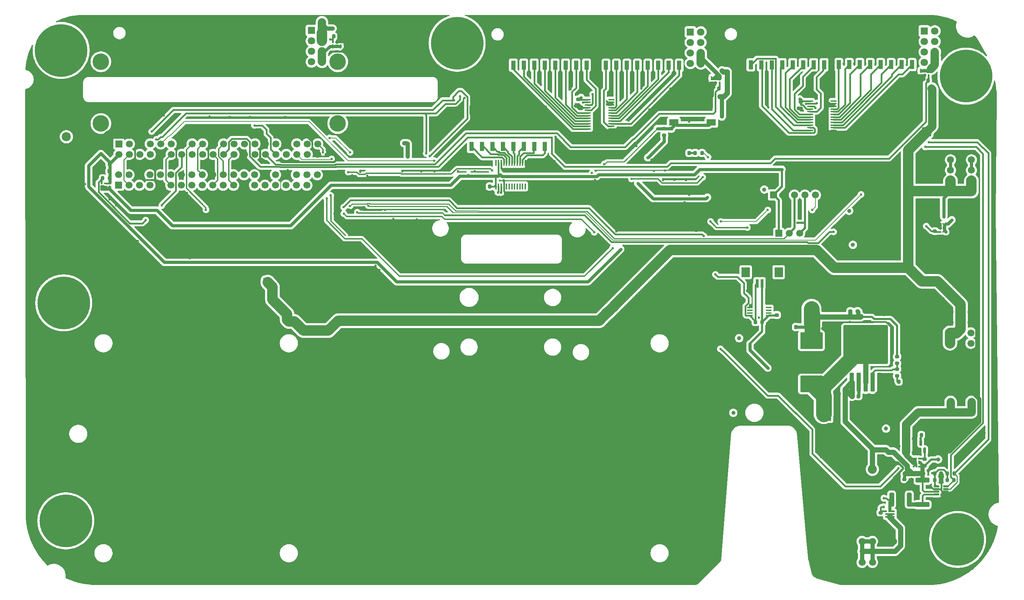
<source format=gbr>
%TF.GenerationSoftware,KiCad,Pcbnew,9.0.2*%
%TF.CreationDate,2025-10-09T09:29:39-05:00*%
%TF.ProjectId,MothBox5.0.2,4d6f7468-426f-4783-952e-302e322e6b69,5.0.2*%
%TF.SameCoordinates,Original*%
%TF.FileFunction,Copper,L2,Bot*%
%TF.FilePolarity,Positive*%
%FSLAX46Y46*%
G04 Gerber Fmt 4.6, Leading zero omitted, Abs format (unit mm)*
G04 Created by KiCad (PCBNEW 9.0.2) date 2025-10-09 09:29:39*
%MOMM*%
%LPD*%
G01*
G04 APERTURE LIST*
G04 Aperture macros list*
%AMRoundRect*
0 Rectangle with rounded corners*
0 $1 Rounding radius*
0 $2 $3 $4 $5 $6 $7 $8 $9 X,Y pos of 4 corners*
0 Add a 4 corners polygon primitive as box body*
4,1,4,$2,$3,$4,$5,$6,$7,$8,$9,$2,$3,0*
0 Add four circle primitives for the rounded corners*
1,1,$1+$1,$2,$3*
1,1,$1+$1,$4,$5*
1,1,$1+$1,$6,$7*
1,1,$1+$1,$8,$9*
0 Add four rect primitives between the rounded corners*
20,1,$1+$1,$2,$3,$4,$5,0*
20,1,$1+$1,$4,$5,$6,$7,0*
20,1,$1+$1,$6,$7,$8,$9,0*
20,1,$1+$1,$8,$9,$2,$3,0*%
G04 Aperture macros list end*
%TA.AperFunction,ComponentPad*%
%ADD10C,1.000000*%
%TD*%
%TA.AperFunction,ComponentPad*%
%ADD11C,12.800000*%
%TD*%
%TA.AperFunction,ComponentPad*%
%ADD12R,1.700000X1.700000*%
%TD*%
%TA.AperFunction,ComponentPad*%
%ADD13C,1.700000*%
%TD*%
%TA.AperFunction,ComponentPad*%
%ADD14R,1.800000X1.780000*%
%TD*%
%TA.AperFunction,ComponentPad*%
%ADD15C,1.800000*%
%TD*%
%TA.AperFunction,SMDPad,CuDef*%
%ADD16RoundRect,0.225000X0.225000X0.250000X-0.225000X0.250000X-0.225000X-0.250000X0.225000X-0.250000X0*%
%TD*%
%TA.AperFunction,SMDPad,CuDef*%
%ADD17RoundRect,0.225000X-0.225000X-0.250000X0.225000X-0.250000X0.225000X0.250000X-0.225000X0.250000X0*%
%TD*%
%TA.AperFunction,SMDPad,CuDef*%
%ADD18R,0.400000X0.450000*%
%TD*%
%TA.AperFunction,SMDPad,CuDef*%
%ADD19R,0.400000X0.910000*%
%TD*%
%TA.AperFunction,SMDPad,CuDef*%
%ADD20R,0.810000X0.910000*%
%TD*%
%TA.AperFunction,SMDPad,CuDef*%
%ADD21RoundRect,0.225000X0.250000X-0.225000X0.250000X0.225000X-0.250000X0.225000X-0.250000X-0.225000X0*%
%TD*%
%TA.AperFunction,SMDPad,CuDef*%
%ADD22R,0.450000X0.400000*%
%TD*%
%TA.AperFunction,SMDPad,CuDef*%
%ADD23R,0.910000X0.400000*%
%TD*%
%TA.AperFunction,SMDPad,CuDef*%
%ADD24R,0.910000X0.810000*%
%TD*%
%TA.AperFunction,SMDPad,CuDef*%
%ADD25R,1.100000X2.200000*%
%TD*%
%TA.AperFunction,SMDPad,CuDef*%
%ADD26RoundRect,0.218750X-0.218750X-0.256250X0.218750X-0.256250X0.218750X0.256250X-0.218750X0.256250X0*%
%TD*%
%TA.AperFunction,ComponentPad*%
%ADD27C,2.200000*%
%TD*%
%TA.AperFunction,SMDPad,CuDef*%
%ADD28RoundRect,0.200000X-0.200000X-0.275000X0.200000X-0.275000X0.200000X0.275000X-0.200000X0.275000X0*%
%TD*%
%TA.AperFunction,SMDPad,CuDef*%
%ADD29RoundRect,0.200000X0.275000X-0.200000X0.275000X0.200000X-0.275000X0.200000X-0.275000X-0.200000X0*%
%TD*%
%TA.AperFunction,SMDPad,CuDef*%
%ADD30RoundRect,0.200000X-0.275000X0.200000X-0.275000X-0.200000X0.275000X-0.200000X0.275000X0.200000X0*%
%TD*%
%TA.AperFunction,SMDPad,CuDef*%
%ADD31RoundRect,0.100000X0.637500X0.100000X-0.637500X0.100000X-0.637500X-0.100000X0.637500X-0.100000X0*%
%TD*%
%TA.AperFunction,SMDPad,CuDef*%
%ADD32RoundRect,0.225000X-0.250000X0.225000X-0.250000X-0.225000X0.250000X-0.225000X0.250000X0.225000X0*%
%TD*%
%TA.AperFunction,SMDPad,CuDef*%
%ADD33RoundRect,0.125000X-0.537500X-0.125000X0.537500X-0.125000X0.537500X0.125000X-0.537500X0.125000X0*%
%TD*%
%TA.AperFunction,SMDPad,CuDef*%
%ADD34R,0.700000X2.000000*%
%TD*%
%TA.AperFunction,SMDPad,CuDef*%
%ADD35R,2.000000X2.400000*%
%TD*%
%TA.AperFunction,SMDPad,CuDef*%
%ADD36R,2.300000X1.500000*%
%TD*%
%TA.AperFunction,SMDPad,CuDef*%
%ADD37RoundRect,0.200000X0.200000X0.275000X-0.200000X0.275000X-0.200000X-0.275000X0.200000X-0.275000X0*%
%TD*%
%TA.AperFunction,SMDPad,CuDef*%
%ADD38RoundRect,0.112500X0.187500X0.112500X-0.187500X0.112500X-0.187500X-0.112500X0.187500X-0.112500X0*%
%TD*%
%TA.AperFunction,SMDPad,CuDef*%
%ADD39RoundRect,0.112500X-0.187500X-0.112500X0.187500X-0.112500X0.187500X0.112500X-0.187500X0.112500X0*%
%TD*%
%TA.AperFunction,SMDPad,CuDef*%
%ADD40RoundRect,0.250000X-1.425000X0.362500X-1.425000X-0.362500X1.425000X-0.362500X1.425000X0.362500X0*%
%TD*%
%TA.AperFunction,SMDPad,CuDef*%
%ADD41RoundRect,0.250000X0.300000X-2.050000X0.300000X2.050000X-0.300000X2.050000X-0.300000X-2.050000X0*%
%TD*%
%TA.AperFunction,SMDPad,CuDef*%
%ADD42RoundRect,0.250002X5.149998X-4.449998X5.149998X4.449998X-5.149998X4.449998X-5.149998X-4.449998X0*%
%TD*%
%TA.AperFunction,ComponentPad*%
%ADD43C,4.000000*%
%TD*%
%TA.AperFunction,SMDPad,CuDef*%
%ADD44RoundRect,0.100000X-0.100000X0.637500X-0.100000X-0.637500X0.100000X-0.637500X0.100000X0.637500X0*%
%TD*%
%TA.AperFunction,SMDPad,CuDef*%
%ADD45RoundRect,0.250000X2.500000X-1.750000X2.500000X1.750000X-2.500000X1.750000X-2.500000X-1.750000X0*%
%TD*%
%TA.AperFunction,SMDPad,CuDef*%
%ADD46RoundRect,0.250000X-0.312500X-1.450000X0.312500X-1.450000X0.312500X1.450000X-0.312500X1.450000X0*%
%TD*%
%TA.AperFunction,SMDPad,CuDef*%
%ADD47R,2.700000X3.300000*%
%TD*%
%TA.AperFunction,SMDPad,CuDef*%
%ADD48RoundRect,0.150000X-0.150000X0.587500X-0.150000X-0.587500X0.150000X-0.587500X0.150000X0.587500X0*%
%TD*%
%TA.AperFunction,SMDPad,CuDef*%
%ADD49RoundRect,0.112500X-0.112500X0.187500X-0.112500X-0.187500X0.112500X-0.187500X0.112500X0.187500X0*%
%TD*%
%TA.AperFunction,SMDPad,CuDef*%
%ADD50R,1.400000X0.410000*%
%TD*%
%TA.AperFunction,ViaPad*%
%ADD51C,0.600000*%
%TD*%
%TA.AperFunction,Conductor*%
%ADD52C,2.032000*%
%TD*%
%TA.AperFunction,Conductor*%
%ADD53C,1.270000*%
%TD*%
%TA.AperFunction,Conductor*%
%ADD54C,0.500000*%
%TD*%
%TA.AperFunction,Conductor*%
%ADD55C,0.800000*%
%TD*%
%TA.AperFunction,Conductor*%
%ADD56C,0.400000*%
%TD*%
%TA.AperFunction,Conductor*%
%ADD57C,1.000000*%
%TD*%
%TA.AperFunction,Conductor*%
%ADD58C,0.203200*%
%TD*%
%TA.AperFunction,Conductor*%
%ADD59C,3.810000*%
%TD*%
%TA.AperFunction,Conductor*%
%ADD60C,2.540000*%
%TD*%
%TA.AperFunction,Conductor*%
%ADD61C,0.250000*%
%TD*%
%TA.AperFunction,Conductor*%
%ADD62C,0.304800*%
%TD*%
%TA.AperFunction,Conductor*%
%ADD63C,0.200000*%
%TD*%
G04 APERTURE END LIST*
D10*
%TO.P,TP9,1,1*%
%TO.N,GND*%
X-67749331Y22291322D03*
%TD*%
D11*
%TO.P,H3,1*%
%TO.N,N/C*%
X32214815Y73937849D03*
%TD*%
D10*
%TO.P,TP4,1,1*%
%TO.N,Net-(LED12-K)*%
X106764815Y38387849D03*
%TD*%
%TO.P,TP7,1,1*%
%TO.N,+3.3V*%
X100644448Y2305791D03*
%TD*%
D11*
%TO.P,H6,1*%
%TO.N,N/C*%
X-62785185Y-42062151D03*
%TD*%
D12*
%TO.P,U5,1,3V3*%
%TO.N,unconnected-(U5-3V3-Pad1)*%
X-50012001Y39448894D03*
D13*
%TO.P,U5,2,5V*%
%TO.N,+5V*%
X-50012001Y41988894D03*
%TO.P,U5,3,GPIO2/SDA1*%
%TO.N,SDA*%
X-47472001Y39448894D03*
%TO.P,U5,4,5V*%
%TO.N,+5V*%
X-47472001Y41988894D03*
%TO.P,U5,5,GPIO3/SCL1*%
%TO.N,SCL*%
X-44932002Y39448894D03*
%TO.P,U5,6,GND*%
%TO.N,GND*%
X-44932001Y41988894D03*
%TO.P,U5,7,GPIO4/GPIO_GCKL*%
%TO.N,unconnected-(U5-GPIO4{slash}GPIO_GCKL-Pad7)*%
X-42392001Y39448894D03*
%TO.P,U5,8,GPIO14/TXD0*%
%TO.N,unconnected-(U5-GPIO14{slash}TXD0-Pad8)*%
X-42392001Y41988894D03*
%TO.P,U5,9,GND*%
%TO.N,GND*%
X-39852001Y39448894D03*
%TO.P,U5,10,GPIO15/RXD0*%
%TO.N,unconnected-(U5-GPIO15{slash}RXD0-Pad10)*%
X-39852001Y41988894D03*
%TO.P,U5,11,GPIO17/GPIO_GEN0*%
%TO.N,/RPI5/Save for eink_11*%
X-37312001Y39448894D03*
%TO.P,U5,12,GPIO18/GPIO_GEN1*%
%TO.N,unconnected-(U5-GPIO18{slash}GPIO_GEN1-Pad12)*%
X-37312001Y41988894D03*
%TO.P,U5,13,GPIO27/GPIO_GEN2*%
%TO.N,unconnected-(U5-GPIO27{slash}GPIO_GEN2-Pad13)*%
X-34772001Y39448894D03*
%TO.P,U5,14,GND*%
%TO.N,GND*%
X-34772001Y41988894D03*
%TO.P,U5,15,GPIO22/GPIO_GEN3*%
%TO.N,unconnected-(U5-GPIO22{slash}GPIO_GEN3-Pad15)*%
X-32232000Y39448894D03*
%TO.P,U5,16,GPIO23/GPIO_GEN4*%
%TO.N,unconnected-(U5-GPIO23{slash}GPIO_GEN4-Pad16)*%
X-32232001Y41988894D03*
%TO.P,U5,17,3V3*%
%TO.N,unconnected-(U5-3V3-Pad17)*%
X-29692001Y39448894D03*
%TO.P,U5,18,GPIO24/GPIO_GEN5*%
%TO.N,/RPI5/Save for eink_18*%
X-29692001Y41988894D03*
%TO.P,U5,19,GPIO10/SPI_MOSI*%
%TO.N,/RPI5/Save for eink_19*%
X-27152001Y39448894D03*
%TO.P,U5,20,GND*%
%TO.N,GND*%
X-27152001Y41988894D03*
%TO.P,U5,21,GPIO9/SPI_MISO*%
%TO.N,unconnected-(U5-GPIO9{slash}SPI_MISO-Pad21)*%
X-24612001Y39448894D03*
%TO.P,U5,22,GPIO25/GPIO_GEN6*%
%TO.N,/RPI5/Save for eink_22*%
X-24612001Y41988894D03*
%TO.P,U5,23,GPIO11/SPI_SCLK*%
%TO.N,/RPI5/Save for eink_23*%
X-22072002Y39448894D03*
%TO.P,U5,24,GPIO8/~{SPI_CE0}*%
%TO.N,/RPI5/Save for eink_24*%
X-22072001Y41988894D03*
%TO.P,U5,25,GND*%
%TO.N,GND*%
X-19532001Y39448894D03*
%TO.P,U5,26,GPIO7/~{SPI_CE1}*%
%TO.N,unconnected-(U5-GPIO7{slash}~{SPI_CE1}-Pad26)*%
X-19532001Y41988894D03*
%TO.P,U5,27,ID_SD*%
%TO.N,unconnected-(U5-ID_SD-Pad27)*%
X-16992001Y39448894D03*
%TO.P,U5,28,ID_SC*%
%TO.N,unconnected-(U5-ID_SC-Pad28)*%
X-16992001Y41988894D03*
%TO.P,U5,29,GPIO5*%
%TO.N,unconnected-(U5-GPIO5-Pad29)*%
X-14452001Y39448894D03*
%TO.P,U5,30,GND*%
%TO.N,GND*%
X-14452001Y41988894D03*
%TO.P,U5,31,GPIO6*%
%TO.N,unconnected-(U5-GPIO6-Pad31)*%
X-11912002Y39448894D03*
%TO.P,U5,32,GPIO12*%
%TO.N,unconnected-(U5-GPIO12-Pad32)*%
X-11912001Y41988894D03*
%TO.P,U5,33,GPIO13*%
%TO.N,unconnected-(U5-GPIO13-Pad33)*%
X-9372000Y39448894D03*
%TO.P,U5,34,GND*%
%TO.N,GND*%
X-9372001Y41988894D03*
%TO.P,U5,35,GPIO19*%
%TO.N,unconnected-(U5-GPIO19-Pad35)*%
X-6832001Y39448894D03*
%TO.P,U5,36,GPIO16*%
%TO.N,unconnected-(U5-GPIO16-Pad36)*%
X-6832001Y41988894D03*
%TO.P,U5,37,GPIO26*%
%TO.N,/RPI5/Save for relay 3*%
X-4292001Y39448894D03*
%TO.P,U5,38,GPIO20*%
%TO.N,/RPI5/Save for relay*%
X-4292001Y41988894D03*
%TO.P,U5,39,GND*%
%TO.N,GND*%
X-1752001Y39448894D03*
%TO.P,U5,40,GPIO21*%
%TO.N,/RPI5/Save for relay 2*%
X-1752001Y41988894D03*
%TD*%
D14*
%TO.P,H10,1,1*%
%TO.N,unconnected-(H10-Pad1)*%
X88827556Y76664779D03*
D15*
%TO.P,H10,2,2*%
%TO.N,+12V*%
X91367556Y76664779D03*
%TO.P,H10,3,3*%
%TO.N,unconnected-(H10-Pad3)*%
X88827556Y74124779D03*
%TO.P,H10,4,4*%
%TO.N,+12V*%
X91367556Y74124779D03*
%TO.P,H10,5,5*%
%TO.N,unconnected-(H10-Pad5)*%
X88827556Y71584779D03*
%TO.P,H10,6,6*%
%TO.N,Net-(H10-Pad6)*%
X91367556Y71584779D03*
%TO.P,H10,7,7*%
%TO.N,unconnected-(H10-Pad7)*%
X88827556Y69044779D03*
%TO.P,H10,8,8*%
%TO.N,Net-(H10-Pad6)*%
X91367556Y69044779D03*
%TD*%
D10*
%TO.P,TP6,1,1*%
%TO.N,Net-(LED27-K)*%
X128267838Y24986014D03*
%TD*%
D11*
%TO.P,H7,1*%
%TO.N,N/C*%
X153714815Y-46562151D03*
%TD*%
D10*
%TO.P,TP3,1,1*%
%TO.N,PHOTO_LED_CTRL*%
X127364815Y33237849D03*
%TD*%
D11*
%TO.P,H4,1*%
%TO.N,N/C*%
X-63935185Y72187849D03*
%TD*%
D10*
%TO.P,TP2,1,1*%
%TO.N,+24V*%
X148970711Y-27151745D03*
%TD*%
D11*
%TO.P,H5,1*%
%TO.N,N/C*%
X-63300000Y10884329D03*
%TD*%
D10*
%TO.P,TP8,1,1*%
%TO.N,GND*%
X18208170Y79732148D03*
%TD*%
D14*
%TO.P,H9,1,1*%
%TO.N,unconnected-(H9-Pad1)*%
X-3153838Y77032342D03*
D15*
%TO.P,H9,2,2*%
%TO.N,+12V*%
X-613838Y77032342D03*
%TO.P,H9,3,3*%
%TO.N,unconnected-(H9-Pad3)*%
X-3153838Y74492342D03*
%TO.P,H9,4,4*%
%TO.N,+12V*%
X-613838Y74492342D03*
%TO.P,H9,5,5*%
%TO.N,unconnected-(H9-Pad5)*%
X-3153838Y71952342D03*
%TO.P,H9,6,6*%
%TO.N,Net-(H9-Pad6)*%
X-613838Y71952342D03*
%TO.P,H9,7,7*%
%TO.N,unconnected-(H9-Pad7)*%
X-3153838Y69412342D03*
%TO.P,H9,8,8*%
%TO.N,Net-(H9-Pad6)*%
X-613838Y69412342D03*
%TD*%
D14*
%TO.P,H8,1,1*%
%TO.N,unconnected-(H8-Pad1)*%
X145620519Y76898184D03*
D15*
%TO.P,H8,2,2*%
%TO.N,+12V*%
X148160519Y76898184D03*
%TO.P,H8,3,3*%
%TO.N,unconnected-(H8-Pad3)*%
X145620519Y74358184D03*
%TO.P,H8,4,4*%
%TO.N,+12V*%
X148160519Y74358184D03*
%TO.P,H8,5,5*%
%TO.N,unconnected-(H8-Pad5)*%
X145620519Y71818184D03*
%TO.P,H8,6,6*%
%TO.N,Net-(H8-Pad6)*%
X148160519Y71818184D03*
%TO.P,H8,7,7*%
%TO.N,unconnected-(H8-Pad7)*%
X145620519Y69278184D03*
%TO.P,H8,8,8*%
%TO.N,Net-(H8-Pad6)*%
X148160519Y69278184D03*
%TD*%
D11*
%TO.P,H2,1*%
%TO.N,N/C*%
X155714815Y65937849D03*
%TD*%
D10*
%TO.P,TP10,1,1*%
%TO.N,GND*%
X146615789Y-54705402D03*
%TD*%
%TO.P,TP5,1,1*%
%TO.N,+12V*%
X136316275Y-19642711D03*
%TD*%
D16*
%TO.P,C17,1*%
%TO.N,+3V3*%
X-52225000Y44584329D03*
%TO.P,C17,2*%
%TO.N,GND*%
X-53775000Y44584329D03*
%TD*%
D17*
%TO.P,C3,1*%
%TO.N,+24V*%
X128072303Y-11798759D03*
%TO.P,C3,2*%
%TO.N,Net-(U2-VC)*%
X129622303Y-11798759D03*
%TD*%
D18*
%TO.P,Q8,1,D*%
%TO.N,Net-(J3-Pin_3)*%
X142962203Y-26915296D03*
%TO.P,Q8,2,D*%
X143622203Y-26915296D03*
%TO.P,Q8,3,G*%
%TO.N,Net-(Q2-D)*%
X144272203Y-26915296D03*
%TO.P,Q8,4,S*%
%TO.N,+24V*%
X144272203Y-28815296D03*
%TO.P,Q8,5,D*%
%TO.N,Net-(J3-Pin_3)*%
X143622203Y-28815296D03*
%TO.P,Q8,6,D*%
X142962203Y-28815296D03*
D19*
%TO.P,Q8,7,S*%
%TO.N,+24V*%
X144322203Y-27865296D03*
D20*
%TO.P,Q8,8,D*%
%TO.N,Net-(J3-Pin_3)*%
X143292203Y-27865296D03*
%TD*%
D13*
%TO.P,J4,1,Pin_1*%
%TO.N,Net-(J4-Pin_1)*%
X157061743Y45616086D03*
X151981743Y45616086D03*
%TO.P,J4,2,Pin_2*%
X157061743Y43076086D03*
X151981743Y43076086D03*
%TO.P,J4,3,Pin_3*%
%TO.N,+12V*%
X157061743Y40536086D03*
X151981743Y40536086D03*
%TO.P,J4,4,Pin_4*%
X157061743Y37996086D03*
X151981743Y37996086D03*
%TD*%
D21*
%TO.P,C7,1*%
%TO.N,GND*%
X61592858Y58742782D03*
%TO.P,C7,2*%
%TO.N,+3.3V*%
X61592858Y60292782D03*
%TD*%
D22*
%TO.P,Q5,1,D*%
%TO.N,Net-(H8-Pad6)*%
X146650160Y67549356D03*
%TO.P,Q5,2,D*%
X146650160Y66889357D03*
%TO.P,Q5,3,G*%
%TO.N,UV1_CTRL*%
X146650160Y66239356D03*
%TO.P,Q5,4,S*%
%TO.N,GND*%
X144750160Y66239356D03*
%TO.P,Q5,5,D*%
%TO.N,Net-(H8-Pad6)*%
X144750160Y66889357D03*
%TO.P,Q5,6,D*%
X144750160Y67549356D03*
D23*
%TO.P,Q5,7,S*%
%TO.N,GND*%
X145700160Y66189355D03*
D24*
%TO.P,Q5,8,D*%
%TO.N,Net-(H8-Pad6)*%
X145700160Y67219355D03*
%TD*%
D25*
%TO.P,U10,1,1*%
%TO.N,GND*%
X68335084Y77364867D03*
%TO.P,U10,2,2*%
X70875084Y77364867D03*
%TO.P,U10,3,3*%
X73415084Y77364867D03*
%TO.P,U10,4,4*%
X75955084Y77364867D03*
%TO.P,U10,5,5*%
X78495084Y77364867D03*
%TO.P,U10,6,6*%
X81035084Y77364867D03*
%TO.P,U10,7,7*%
X83575084Y77364867D03*
%TO.P,U10,8,8*%
X86115084Y77364867D03*
%TO.P,U10,9,9*%
%TO.N,/GPS and Switches and Light Sensor/Hour_23*%
X86115084Y68564867D03*
%TO.P,U10,10,10*%
%TO.N,/GPS and Switches and Light Sensor/Hour_22*%
X83575084Y68564867D03*
%TO.P,U10,11,11*%
%TO.N,/GPS and Switches and Light Sensor/Hour_21*%
X81035084Y68564867D03*
%TO.P,U10,12,12*%
%TO.N,/GPS and Switches and Light Sensor/Hour_20*%
X78495084Y68564867D03*
%TO.P,U10,13,13*%
%TO.N,/GPS and Switches and Light Sensor/Hour_19*%
X75955084Y68564867D03*
%TO.P,U10,14,14*%
%TO.N,/GPS and Switches and Light Sensor/Hour_18*%
X73415084Y68564867D03*
%TO.P,U10,15,15*%
%TO.N,/GPS and Switches and Light Sensor/Hour_17*%
X70875084Y68564867D03*
%TO.P,U10,16,16*%
%TO.N,/GPS and Switches and Light Sensor/Hour_24*%
X68335084Y68564867D03*
%TD*%
D26*
%TO.P,D3,1,K*%
%TO.N,GND*%
X86963088Y47278041D03*
%TO.P,D3,2,A*%
%TO.N,Net-(D3-A)*%
X88538090Y47278041D03*
%TD*%
D17*
%TO.P,C8,1*%
%TO.N,+3.3V*%
X148151600Y-30527067D03*
%TO.P,C8,2*%
%TO.N,GND*%
X149701600Y-30527067D03*
%TD*%
D22*
%TO.P,Q11,1,D*%
%TO.N,+3.3V*%
X-54100000Y38554329D03*
%TO.P,Q11,2,D*%
X-54100000Y39214328D03*
%TO.P,Q11,3,G*%
%TO.N,3V3_CTL*%
X-54100000Y39864329D03*
%TO.P,Q11,4,S*%
%TO.N,+3V3*%
X-52200000Y39864329D03*
%TO.P,Q11,5,D*%
%TO.N,+3.3V*%
X-52200000Y39214328D03*
%TO.P,Q11,6,D*%
X-52200000Y38554329D03*
D23*
%TO.P,Q11,7,S*%
%TO.N,+3V3*%
X-53150000Y39914330D03*
D24*
%TO.P,Q11,8,D*%
%TO.N,+3.3V*%
X-53150000Y38884330D03*
%TD*%
D27*
%TO.P,C16,1*%
%TO.N,+5V*%
X118675583Y9548297D03*
%TO.P,C16,2*%
%TO.N,GND*%
X118675583Y17048297D03*
%TD*%
D28*
%TO.P,R1,1*%
%TO.N,EN_12VReg*%
X144887051Y-21204120D03*
%TO.P,R1,2*%
%TO.N,GND*%
X146537051Y-21204120D03*
%TD*%
D12*
%TO.P,U7,1,1*%
%TO.N,+5V*%
X-49915185Y49490349D03*
D13*
%TO.P,U7,2,2*%
%TO.N,+3V3*%
X-49915185Y46950349D03*
%TO.P,U7,3,3*%
%TO.N,+5V*%
X-47375185Y49490349D03*
%TO.P,U7,4,4*%
%TO.N,SDA*%
X-47375185Y46950349D03*
%TO.P,U7,5,5*%
%TO.N,GND*%
X-44835185Y49490349D03*
%TO.P,U7,6,6*%
%TO.N,SCL*%
X-44835185Y46950349D03*
%TO.P,U7,7,7*%
%TO.N,GPS_RX*%
X-42295185Y49490349D03*
%TO.P,U7,8,8*%
%TO.N,GPIO4*%
X-42295185Y46950349D03*
%TO.P,U7,9,9*%
%TO.N,GPS_TX*%
X-39755185Y49490349D03*
%TO.P,U7,10,10*%
%TO.N,GND*%
X-39755185Y46950349D03*
%TO.P,U7,11,11*%
%TO.N,unconnected-(U7-Pad11)*%
X-37215185Y49490349D03*
%TO.P,U7,12,12*%
%TO.N,/RPI5/Save for eink_11*%
X-37215185Y46950349D03*
%TO.P,U7,13,13*%
%TO.N,GND*%
X-34675185Y49490349D03*
%TO.P,U7,14,14*%
%TO.N,3V3_CTL*%
X-34675185Y46950349D03*
%TO.P,U7,15,15*%
%TO.N,EN_12VReg*%
X-32135185Y49490349D03*
%TO.P,U7,16,16*%
%TO.N,unconnected-(U7-Pad16)*%
X-32135185Y46950349D03*
%TO.P,U7,17,17*%
%TO.N,/RPI5/Save for eink_18*%
X-29595185Y49490349D03*
%TO.P,U7,18,18*%
%TO.N,unconnected-(U7-Pad18)*%
X-29595185Y46950349D03*
%TO.P,U7,19,19*%
%TO.N,GND*%
X-27055185Y49490349D03*
%TO.P,U7,20,20*%
%TO.N,/RPI5/Save for eink_19*%
X-27055185Y46950349D03*
%TO.P,U7,21,21*%
%TO.N,/RPI5/Save for eink_22*%
X-24515185Y49490349D03*
%TO.P,U7,22,22*%
%TO.N,UV1_CTRL*%
X-24515185Y46950349D03*
%TO.P,U7,23,23*%
%TO.N,/RPI5/Save for eink_24*%
X-21975185Y49490349D03*
%TO.P,U7,24,24*%
%TO.N,/RPI5/Save for eink_23*%
X-21975185Y46950349D03*
%TO.P,U7,25,25*%
%TO.N,UV4_EX_CTRL*%
X-19435185Y49490349D03*
%TO.P,U7,26,26*%
%TO.N,GND*%
X-19435185Y46950349D03*
%TO.P,U7,27,27*%
%TO.N,unconnected-(U7-Pad27)*%
X-16895185Y49490349D03*
%TO.P,U7,28,28*%
%TO.N,unconnected-(U7-Pad28)*%
X-16895185Y46950349D03*
%TO.P,U7,29,29*%
%TO.N,GND*%
X-14355185Y49490349D03*
%TO.P,U7,30,30*%
%TO.N,UV2_CTRL*%
X-14355185Y46950349D03*
%TO.P,U7,31,31*%
%TO.N,GPS_PPS*%
X-11815185Y49490349D03*
%TO.P,U7,32,32*%
%TO.N,UV3_CTRL*%
X-11815185Y46950349D03*
%TO.P,U7,33,33*%
%TO.N,GND*%
X-9275185Y49490349D03*
%TO.P,U7,34,34*%
%TO.N,User_LED*%
X-9275185Y46950349D03*
%TO.P,U7,35,35*%
%TO.N,SWITCH*%
X-6735185Y49490349D03*
%TO.P,U7,36,36*%
%TO.N,PHOTO_LED_CTRL*%
X-6735185Y46950349D03*
%TO.P,U7,37,37*%
%TO.N,/RPI5/Save for relay*%
X-4195185Y49490349D03*
%TO.P,U7,38,38*%
%TO.N,/RPI5/Save for relay 3*%
X-4195185Y46950349D03*
%TO.P,U7,39,39*%
%TO.N,/RPI5/Save for relay 2*%
X-1655185Y49490349D03*
%TO.P,U7,40,40*%
%TO.N,GND*%
X-1655185Y46950349D03*
%TD*%
D25*
%TO.P,U11,1,1*%
%TO.N,GND*%
X45829011Y77420614D03*
%TO.P,U11,2,2*%
X48369011Y77420614D03*
%TO.P,U11,3,3*%
X50909011Y77420614D03*
%TO.P,U11,4,4*%
X53449011Y77420614D03*
%TO.P,U11,5,5*%
X55989011Y77420614D03*
%TO.P,U11,6,6*%
X58529011Y77420614D03*
%TO.P,U11,7,7*%
X61069011Y77420614D03*
%TO.P,U11,8,8*%
X63609011Y77420614D03*
%TO.P,U11,9,9*%
%TO.N,/GPS and Switches and Light Sensor/Armed{slash}Disarmed*%
X63609011Y68620614D03*
%TO.P,U11,10,10*%
%TO.N,/GPS and Switches and Light Sensor/Mon*%
X61069011Y68620614D03*
%TO.P,U11,11,11*%
%TO.N,/GPS and Switches and Light Sensor/Tue*%
X58529011Y68620614D03*
%TO.P,U11,12,12*%
%TO.N,/GPS and Switches and Light Sensor/Wed*%
X55989011Y68620614D03*
%TO.P,U11,13,13*%
%TO.N,/GPS and Switches and Light Sensor/Thur*%
X53449011Y68620614D03*
%TO.P,U11,14,14*%
%TO.N,/GPS and Switches and Light Sensor/Fri*%
X50909011Y68620614D03*
%TO.P,U11,15,15*%
%TO.N,/GPS and Switches and Light Sensor/Sat*%
X48369011Y68620614D03*
%TO.P,U11,16,16*%
%TO.N,/GPS and Switches and Light Sensor/Sun*%
X45829011Y68620614D03*
%TD*%
D16*
%TO.P,C5,1*%
%TO.N,+5V*%
X114427649Y5011284D03*
%TO.P,C5,2*%
%TO.N,GND*%
X112877649Y5011284D03*
%TD*%
D29*
%TO.P,R30,1*%
%TO.N,+24V*%
X145705619Y-28704262D03*
%TO.P,R30,2*%
%TO.N,Net-(Q2-D)*%
X145705619Y-27054262D03*
%TD*%
D13*
%TO.P,J3,1,Pin_1*%
%TO.N,GND*%
X157079878Y-8069029D03*
X151999878Y-8069029D03*
%TO.P,J3,2,Pin_2*%
X157079878Y-10609029D03*
X151999878Y-10609029D03*
%TO.P,J3,3,Pin_3*%
%TO.N,Net-(J3-Pin_3)*%
X157079878Y-13149029D03*
X151999878Y-13149029D03*
%TO.P,J3,4,Pin_4*%
X157079878Y-15689029D03*
X151999878Y-15689029D03*
%TD*%
D30*
%TO.P,R3,1*%
%TO.N,Net-(U2-FB)*%
X138996943Y-5185970D03*
%TO.P,R3,2*%
%TO.N,Net-(R3-Pad2)*%
X138996943Y-6835970D03*
%TD*%
D16*
%TO.P,C18,1*%
%TO.N,+3V3*%
X-52231879Y42850432D03*
%TO.P,C18,2*%
%TO.N,GND*%
X-53781879Y42850432D03*
%TD*%
D31*
%TO.P,U9,1,INT*%
%TO.N,unconnected-(U9-INT-Pad1)*%
X123602659Y59922277D03*
%TO.P,U9,2,A1*%
%TO.N,GND*%
X123602659Y59272277D03*
%TO.P,U9,3,A2*%
X123602659Y58622277D03*
%TO.P,U9,4,IO0_0*%
%TO.N,/GPS and Switches and Light Sensor/Hour_1*%
X123602659Y57972277D03*
%TO.P,U9,5,IO0_1*%
%TO.N,/GPS and Switches and Light Sensor/Hour_2*%
X123602659Y57322277D03*
%TO.P,U9,6,IO0_2*%
%TO.N,/GPS and Switches and Light Sensor/Hour_3*%
X123602659Y56672277D03*
%TO.P,U9,7,IO0_3*%
%TO.N,/GPS and Switches and Light Sensor/Hour_4*%
X123602659Y56022277D03*
%TO.P,U9,8,IO0_4*%
%TO.N,/GPS and Switches and Light Sensor/Hour_5*%
X123602659Y55372277D03*
%TO.P,U9,9,IO0_5*%
%TO.N,/GPS and Switches and Light Sensor/Hour_6*%
X123602659Y54722277D03*
%TO.P,U9,10,IO0_6*%
%TO.N,/GPS and Switches and Light Sensor/Hour_7*%
X123602659Y54072277D03*
%TO.P,U9,11,IO0_7*%
%TO.N,/GPS and Switches and Light Sensor/Hour_8*%
X123602659Y53422277D03*
%TO.P,U9,12,VSS*%
%TO.N,GND*%
X123602659Y52772277D03*
%TO.P,U9,13,IO1_0*%
%TO.N,/GPS and Switches and Light Sensor/Hour_11*%
X117877659Y52772277D03*
%TO.P,U9,14,IO1_1*%
%TO.N,/GPS and Switches and Light Sensor/Hour_10*%
X117877659Y53422277D03*
%TO.P,U9,15,IO1_2*%
%TO.N,/GPS and Switches and Light Sensor/Hour_9*%
X117877659Y54072277D03*
%TO.P,U9,16,IO1_3*%
%TO.N,/GPS and Switches and Light Sensor/Hour_12*%
X117877659Y54722277D03*
%TO.P,U9,17,IO1_4*%
%TO.N,/GPS and Switches and Light Sensor/Hour_13*%
X117877659Y55372277D03*
%TO.P,U9,18,IO1_5*%
%TO.N,/GPS and Switches and Light Sensor/Hour_14*%
X117877659Y56022277D03*
%TO.P,U9,19,IO1_6*%
%TO.N,/GPS and Switches and Light Sensor/Hour_15*%
X117877659Y56672277D03*
%TO.P,U9,20,IO1_7*%
%TO.N,/GPS and Switches and Light Sensor/Hour_16*%
X117877659Y57322277D03*
%TO.P,U9,21,A0*%
%TO.N,+3.3V*%
X117877659Y57972277D03*
%TO.P,U9,22,SCL*%
%TO.N,SCL*%
X117877659Y58622277D03*
%TO.P,U9,23,SDA*%
%TO.N,SDA*%
X117877659Y59272277D03*
%TO.P,U9,24,VDD*%
%TO.N,+3.3V*%
X117877659Y59922277D03*
%TD*%
D32*
%TO.P,C15,1*%
%TO.N,SWITCH*%
X84116199Y53173938D03*
%TO.P,C15,2*%
%TO.N,GND*%
X84116199Y51623938D03*
%TD*%
D33*
%TO.P,U3,1,IN+*%
%TO.N,Net-(U3-IN+)*%
X148564100Y-35631444D03*
%TO.P,U3,2,IN-*%
%TO.N,+24V*%
X148564100Y-34981444D03*
%TO.P,U3,3,GND*%
%TO.N,GND*%
X148564100Y-34331444D03*
%TO.P,U3,4,VS*%
%TO.N,+3.3V*%
X148564100Y-33681444D03*
%TO.P,U3,5,SCL*%
%TO.N,SCL*%
X150839100Y-33681444D03*
%TO.P,U3,6,SDA*%
%TO.N,SDA*%
X150839100Y-34331444D03*
%TO.P,U3,7,A0*%
%TO.N,GND*%
X150839100Y-34981444D03*
%TO.P,U3,8,A1*%
X150839100Y-35631444D03*
%TD*%
D32*
%TO.P,C4,1*%
%TO.N,GND*%
X109824516Y9487413D03*
%TO.P,C4,2*%
%TO.N,+3.3V*%
X109824516Y7937413D03*
%TD*%
D34*
%TO.P,J5,1,Pin_1*%
%TO.N,GPIO4*%
X105000000Y15634329D03*
%TO.P,J5,2,Pin_2*%
%TO.N,+3.3V*%
X106250000Y15634329D03*
%TO.P,J5,3,Pin_3*%
%TO.N,GND*%
X107500000Y15634329D03*
D35*
%TO.P,J5,4*%
%TO.N,N/C*%
X110250000Y18334329D03*
%TO.P,J5,5*%
X102250000Y18334329D03*
%TD*%
D25*
%TO.P,U13,1,1*%
%TO.N,GND*%
X124864222Y77531424D03*
%TO.P,U13,2,2*%
X127404222Y77531424D03*
%TO.P,U13,3,3*%
X129944222Y77531424D03*
%TO.P,U13,4,4*%
X132484222Y77531424D03*
%TO.P,U13,5,5*%
X135024222Y77531424D03*
%TO.P,U13,6,6*%
X137564222Y77531424D03*
%TO.P,U13,7,7*%
X140104222Y77531424D03*
%TO.P,U13,8,8*%
X142644222Y77531424D03*
%TO.P,U13,9,9*%
%TO.N,/GPS and Switches and Light Sensor/Hour_8*%
X142644222Y68731424D03*
%TO.P,U13,10,10*%
%TO.N,/GPS and Switches and Light Sensor/Hour_7*%
X140104222Y68731424D03*
%TO.P,U13,11,11*%
%TO.N,/GPS and Switches and Light Sensor/Hour_6*%
X137564222Y68731424D03*
%TO.P,U13,12,12*%
%TO.N,/GPS and Switches and Light Sensor/Hour_5*%
X135024222Y68731424D03*
%TO.P,U13,13,13*%
%TO.N,/GPS and Switches and Light Sensor/Hour_4*%
X132484222Y68731424D03*
%TO.P,U13,14,14*%
%TO.N,/GPS and Switches and Light Sensor/Hour_3*%
X129944222Y68731424D03*
%TO.P,U13,15,15*%
%TO.N,/GPS and Switches and Light Sensor/Hour_2*%
X127404222Y68731424D03*
%TO.P,U13,16,16*%
%TO.N,/GPS and Switches and Light Sensor/Hour_1*%
X124864222Y68731424D03*
%TD*%
D22*
%TO.P,Q6,1,D*%
%TO.N,Net-(H9-Pad6)*%
X2031790Y72839962D03*
%TO.P,Q6,2,D*%
X2031790Y73499961D03*
%TO.P,Q6,3,G*%
%TO.N,UV3_CTRL*%
X2031790Y74149962D03*
%TO.P,Q6,4,S*%
%TO.N,GND*%
X3931790Y74149962D03*
%TO.P,Q6,5,D*%
%TO.N,Net-(H9-Pad6)*%
X3931790Y73499961D03*
%TO.P,Q6,6,D*%
X3931790Y72839962D03*
D23*
%TO.P,Q6,7,S*%
%TO.N,GND*%
X2981790Y74199963D03*
D24*
%TO.P,Q6,8,D*%
%TO.N,Net-(H9-Pad6)*%
X2981790Y73169963D03*
%TD*%
D36*
%TO.P,SW2,1,1*%
%TO.N,SWITCH*%
X93900000Y54684329D03*
%TO.P,SW2,2,2*%
X84800000Y54684329D03*
%TO.P,SW2,3,3*%
%TO.N,GND*%
X93900000Y50184329D03*
%TO.P,SW2,4,4*%
X84800000Y50184329D03*
%TD*%
D37*
%TO.P,R34,1*%
%TO.N,User_LED*%
X91625000Y47284329D03*
%TO.P,R34,2*%
%TO.N,Net-(D3-A)*%
X89975000Y47284329D03*
%TD*%
D12*
%TO.P,U8,1,1*%
%TO.N,+3.3V*%
X109003998Y37067769D03*
D13*
%TO.P,U8,2,2*%
%TO.N,GND*%
X111543998Y37067769D03*
%TO.P,U8,3,3*%
%TO.N,GPS_RX*%
X114083998Y37067769D03*
%TO.P,U8,4,4*%
%TO.N,GPS_TX*%
X116623998Y37067769D03*
%TO.P,U8,5,5*%
%TO.N,GPS_PPS*%
X119163998Y37067769D03*
%TD*%
D25*
%TO.P,U12,1,1*%
%TO.N,GND*%
X35674815Y57637849D03*
%TO.P,U12,2,2*%
X38214815Y57637849D03*
%TO.P,U12,3,3*%
X40754815Y57637849D03*
%TO.P,U12,4,4*%
X43294815Y57637849D03*
%TO.P,U12,5,5*%
X45834815Y57637849D03*
%TO.P,U12,6,6*%
X48374815Y57637849D03*
%TO.P,U12,7,7*%
X50914815Y57637849D03*
%TO.P,U12,8,8*%
X53454815Y57637849D03*
%TO.P,U12,9,9*%
%TO.N,/GPS and Switches and Light Sensor/C2*%
X53454815Y48837849D03*
%TO.P,U12,10,10*%
%TO.N,/GPS and Switches and Light Sensor/C1*%
X50914815Y48837849D03*
%TO.P,U12,11,11*%
%TO.N,/GPS and Switches and Light Sensor/Attractor_3*%
X48374815Y48837849D03*
%TO.P,U12,12,12*%
%TO.N,/GPS and Switches and Light Sensor/Attractor_2*%
X45834815Y48837849D03*
%TO.P,U12,13,13*%
%TO.N,/GPS and Switches and Light Sensor/Attractor_1*%
X43294815Y48837849D03*
%TO.P,U12,14,14*%
%TO.N,/GPS and Switches and Light Sensor/INT{slash}EXT_Attractor*%
X40754815Y48837849D03*
%TO.P,U12,15,15*%
%TO.N,/GPS and Switches and Light Sensor/HI{slash}LOW_PWR*%
X38214815Y48837849D03*
%TO.P,U12,16,16*%
%TO.N,/GPS and Switches and Light Sensor/Test_Debug*%
X35674815Y48837849D03*
%TD*%
D37*
%TO.P,R6,1,1*%
%TO.N,SDA*%
X152863364Y-30549371D03*
%TO.P,R6,2,2*%
%TO.N,+3.3V*%
X151213364Y-30549371D03*
%TD*%
D17*
%TO.P,C6,1*%
%TO.N,+3.3V*%
X148167608Y-32121272D03*
%TO.P,C6,2*%
%TO.N,GND*%
X149717608Y-32121272D03*
%TD*%
D22*
%TO.P,Q1,1,D*%
%TO.N,Net-(J2-Pin_3)*%
X136307678Y-41095399D03*
%TO.P,Q1,2,D*%
X136307678Y-40435400D03*
%TO.P,Q1,3,G*%
%TO.N,Net-(D1-A)*%
X136307678Y-39785399D03*
%TO.P,Q1,4,S*%
%TO.N,Net-(D1-K)*%
X138207678Y-39785399D03*
%TO.P,Q1,5,D*%
%TO.N,Net-(J2-Pin_3)*%
X138207678Y-40435400D03*
%TO.P,Q1,6,D*%
X138207678Y-41095399D03*
D23*
%TO.P,Q1,7,S*%
%TO.N,Net-(D1-K)*%
X137257678Y-39735398D03*
D24*
%TO.P,Q1,8,D*%
%TO.N,Net-(J2-Pin_3)*%
X137257678Y-40765398D03*
%TD*%
D38*
%TO.P,D2,1,K*%
%TO.N,+12V*%
X96005446Y61018928D03*
%TO.P,D2,2,A*%
%TO.N,GND*%
X93905446Y61018928D03*
%TD*%
D17*
%TO.P,C12,1*%
%TO.N,GND*%
X38539815Y39137849D03*
%TO.P,C12,2*%
%TO.N,+3.3V*%
X40089815Y39137849D03*
%TD*%
D29*
%TO.P,R19,1*%
%TO.N,UV4_EX_CTRL*%
X148166558Y28300931D03*
%TO.P,R19,2*%
%TO.N,GND*%
X148166558Y29950931D03*
%TD*%
D28*
%TO.P,R31,1*%
%TO.N,UV3_CTRL*%
X2217301Y75591151D03*
%TO.P,R31,2*%
%TO.N,GND*%
X3867301Y75591151D03*
%TD*%
D32*
%TO.P,C2,1*%
%TO.N,+24V*%
X140804777Y-31952687D03*
%TO.P,C2,2*%
%TO.N,GND*%
X140804777Y-33502687D03*
%TD*%
D13*
%TO.P,J2,1,Pin_1*%
%TO.N,GND*%
X138114741Y-52138937D03*
X138114741Y-47058937D03*
%TO.P,J2,2,Pin_2*%
X135574741Y-52138937D03*
X135574741Y-47058937D03*
%TO.P,J2,3,Pin_3*%
%TO.N,Net-(J2-Pin_3)*%
X133034741Y-52138937D03*
X133034741Y-47058937D03*
%TO.P,J2,4,Pin_4*%
X130494741Y-52138937D03*
X130494741Y-47058937D03*
%TD*%
D37*
%TO.P,R5,1,1*%
%TO.N,SCL*%
X152828173Y-32133002D03*
%TO.P,R5,2,2*%
%TO.N,+3.3V*%
X151178173Y-32133002D03*
%TD*%
D39*
%TO.P,D7,1,K*%
%TO.N,+12V*%
X1986814Y77498931D03*
%TO.P,D7,2,A*%
%TO.N,GND*%
X4086814Y77498931D03*
%TD*%
D40*
%TO.P,R4,1,1*%
%TO.N,+24V*%
X145201600Y-32193944D03*
%TO.P,R4,2,2*%
%TO.N,Net-(U3-IN+)*%
X145201600Y-38118944D03*
%TD*%
D41*
%TO.P,U2,1,GND*%
%TO.N,GND*%
X134783638Y-8393245D03*
%TO.P,U2,2,FB*%
%TO.N,Net-(U2-FB)*%
X133083638Y-8393244D03*
%TO.P,U2,3,SW*%
%TO.N,Net-(E1-C)*%
X131383638Y-8393245D03*
D42*
X131383638Y756755D03*
D41*
%TO.P,U2,4,VC*%
%TO.N,Net-(U2-VC)*%
X129683638Y-8393244D03*
%TO.P,U2,5,VIN*%
%TO.N,+24V*%
X127983638Y-8393245D03*
%TD*%
D25*
%TO.P,U14,1,1*%
%TO.N,GND*%
X103506146Y77511845D03*
%TO.P,U14,2,2*%
X106046146Y77511845D03*
%TO.P,U14,3,3*%
X108586146Y77511845D03*
%TO.P,U14,4,4*%
X111126146Y77511845D03*
%TO.P,U14,5,5*%
X113666146Y77511845D03*
%TO.P,U14,6,6*%
X116206146Y77511845D03*
%TO.P,U14,7,7*%
X118746146Y77511845D03*
%TO.P,U14,8,8*%
X121286146Y77511845D03*
%TO.P,U14,9,9*%
%TO.N,/GPS and Switches and Light Sensor/Hour_16*%
X121286146Y68711845D03*
%TO.P,U14,10,10*%
%TO.N,/GPS and Switches and Light Sensor/Hour_15*%
X118746146Y68711845D03*
%TO.P,U14,11,11*%
%TO.N,/GPS and Switches and Light Sensor/Hour_14*%
X116206146Y68711845D03*
%TO.P,U14,12,12*%
%TO.N,/GPS and Switches and Light Sensor/Hour_13*%
X113666146Y68711845D03*
%TO.P,U14,13,13*%
%TO.N,/GPS and Switches and Light Sensor/Hour_12*%
X111126146Y68711845D03*
%TO.P,U14,14,14*%
%TO.N,/GPS and Switches and Light Sensor/Hour_11*%
X108586146Y68711845D03*
%TO.P,U14,15,15*%
%TO.N,/GPS and Switches and Light Sensor/Hour_10*%
X106046146Y68711845D03*
%TO.P,U14,16,16*%
%TO.N,/GPS and Switches and Light Sensor/Hour_9*%
X103506146Y68711845D03*
%TD*%
D21*
%TO.P,C9,1*%
%TO.N,GND*%
X115615709Y58140257D03*
%TO.P,C9,2*%
%TO.N,+3.3V*%
X115615709Y59690257D03*
%TD*%
D29*
%TO.P,R35,1*%
%TO.N,+3V3*%
X82462843Y51573397D03*
%TO.P,R35,2*%
%TO.N,SWITCH*%
X82462843Y53223397D03*
%TD*%
D43*
%TO.P,U6,S1*%
%TO.N,N/C*%
X-54285185Y54437849D03*
%TO.P,U6,S2*%
X3214815Y54437849D03*
%TO.P,U6,S3*%
X-54285185Y69437849D03*
X3214815Y69437849D03*
%TD*%
D38*
%TO.P,D6,1,K*%
%TO.N,+12V*%
X146782946Y63009092D03*
%TO.P,D6,2,A*%
%TO.N,GND*%
X144682946Y63009092D03*
%TD*%
D27*
%TO.P,C1,1*%
%TO.N,+5V*%
X-62650000Y51234329D03*
%TO.P,C1,2*%
%TO.N,GND*%
X-62650000Y43734329D03*
%TD*%
D37*
%TO.P,R21,1*%
%TO.N,UV2_CTRL*%
X95757594Y62938269D03*
%TO.P,R21,2*%
%TO.N,GND*%
X94107594Y62938269D03*
%TD*%
D13*
%TO.P,J1,1,Pin_1*%
%TO.N,GND*%
X156914327Y8694689D03*
X151834327Y8694689D03*
%TO.P,J1,2,Pin_2*%
X156914327Y6154689D03*
X151834327Y6154689D03*
%TO.P,J1,3,Pin_3*%
%TO.N,+12V*%
X156914327Y3614689D03*
X151834327Y3614689D03*
%TO.P,J1,4,Pin_4*%
X156914327Y1074689D03*
X151834327Y1074689D03*
%TD*%
D21*
%TO.P,C10,1*%
%TO.N,+5V*%
X129413334Y8862282D03*
%TO.P,C10,2*%
%TO.N,GND*%
X129413334Y10412282D03*
%TD*%
D44*
%TO.P,U16,1,INT*%
%TO.N,unconnected-(U16-INT-Pad1)*%
X41586203Y44900349D03*
%TO.P,U16,2,A1*%
%TO.N,+3.3V*%
X42236203Y44900349D03*
%TO.P,U16,3,A2*%
%TO.N,GND*%
X42886203Y44900349D03*
%TO.P,U16,4,IO0_0*%
%TO.N,/GPS and Switches and Light Sensor/Test_Debug*%
X43536203Y44900349D03*
%TO.P,U16,5,IO0_1*%
%TO.N,/GPS and Switches and Light Sensor/HI{slash}LOW_PWR*%
X44186203Y44900349D03*
%TO.P,U16,6,IO0_2*%
%TO.N,/GPS and Switches and Light Sensor/INT{slash}EXT_Attractor*%
X44836203Y44900349D03*
%TO.P,U16,7,IO0_3*%
%TO.N,/GPS and Switches and Light Sensor/Attractor_1*%
X45486203Y44900349D03*
%TO.P,U16,8,IO0_4*%
%TO.N,/GPS and Switches and Light Sensor/Attractor_2*%
X46136203Y44900349D03*
%TO.P,U16,9,IO0_5*%
%TO.N,/GPS and Switches and Light Sensor/Attractor_3*%
X46786203Y44900349D03*
%TO.P,U16,10,IO0_6*%
%TO.N,/GPS and Switches and Light Sensor/C1*%
X47436203Y44900349D03*
%TO.P,U16,11,IO0_7*%
%TO.N,/GPS and Switches and Light Sensor/C2*%
X48086203Y44900349D03*
%TO.P,U16,12,VSS*%
%TO.N,GND*%
X48736203Y44900349D03*
%TO.P,U16,13,IO1_0*%
%TO.N,unconnected-(U16-IO1_0-Pad13)*%
X48736203Y39175349D03*
%TO.P,U16,14,IO1_1*%
%TO.N,unconnected-(U16-IO1_1-Pad14)*%
X48086203Y39175349D03*
%TO.P,U16,15,IO1_2*%
%TO.N,unconnected-(U16-IO1_2-Pad15)*%
X47436203Y39175349D03*
%TO.P,U16,16,IO1_3*%
%TO.N,unconnected-(U16-IO1_3-Pad16)*%
X46786203Y39175349D03*
%TO.P,U16,17,IO1_4*%
%TO.N,unconnected-(U16-IO1_4-Pad17)*%
X46136203Y39175349D03*
%TO.P,U16,18,IO1_5*%
%TO.N,unconnected-(U16-IO1_5-Pad18)*%
X45486203Y39175349D03*
%TO.P,U16,19,IO1_6*%
%TO.N,unconnected-(U16-IO1_6-Pad19)*%
X44836203Y39175349D03*
%TO.P,U16,20,IO1_7*%
%TO.N,unconnected-(U16-IO1_7-Pad20)*%
X44186203Y39175349D03*
%TO.P,U16,21,A0*%
%TO.N,GND*%
X43536203Y39175349D03*
%TO.P,U16,22,SCL*%
%TO.N,SCL*%
X42886203Y39175349D03*
%TO.P,U16,23,SDA*%
%TO.N,SDA*%
X42236203Y39175349D03*
%TO.P,U16,24,VDD*%
%TO.N,+3.3V*%
X41586203Y39175349D03*
%TD*%
D45*
%TO.P,L1,1*%
%TO.N,Net-(E1-C)*%
X118214815Y-8812151D03*
%TO.P,L1,2*%
%TO.N,+5V*%
X118214815Y1687849D03*
%TD*%
D31*
%TO.P,U15,1,INT*%
%TO.N,unconnected-(U15-INT-Pad1)*%
X69659215Y60249367D03*
%TO.P,U15,2,A1*%
%TO.N,GND*%
X69659215Y59599367D03*
%TO.P,U15,3,A2*%
X69659215Y58949367D03*
%TO.P,U15,4,IO0_0*%
%TO.N,/GPS and Switches and Light Sensor/Hour_17*%
X69659215Y58299367D03*
%TO.P,U15,5,IO0_1*%
%TO.N,/GPS and Switches and Light Sensor/Hour_18*%
X69659215Y57649367D03*
%TO.P,U15,6,IO0_2*%
%TO.N,/GPS and Switches and Light Sensor/Hour_19*%
X69659215Y56999367D03*
%TO.P,U15,7,IO0_3*%
%TO.N,/GPS and Switches and Light Sensor/Hour_20*%
X69659215Y56349367D03*
%TO.P,U15,8,IO0_4*%
%TO.N,/GPS and Switches and Light Sensor/Hour_21*%
X69659215Y55699367D03*
%TO.P,U15,9,IO0_5*%
%TO.N,/GPS and Switches and Light Sensor/Hour_22*%
X69659215Y55049367D03*
%TO.P,U15,10,IO0_6*%
%TO.N,/GPS and Switches and Light Sensor/Hour_23*%
X69659215Y54399367D03*
%TO.P,U15,11,IO0_7*%
%TO.N,/GPS and Switches and Light Sensor/Hour_24*%
X69659215Y53749367D03*
%TO.P,U15,12,VSS*%
%TO.N,GND*%
X69659215Y53099367D03*
%TO.P,U15,13,IO1_0*%
%TO.N,/GPS and Switches and Light Sensor/Sun*%
X63934215Y53099367D03*
%TO.P,U15,14,IO1_1*%
%TO.N,/GPS and Switches and Light Sensor/Sat*%
X63934215Y53749367D03*
%TO.P,U15,15,IO1_2*%
%TO.N,/GPS and Switches and Light Sensor/Fri*%
X63934215Y54399367D03*
%TO.P,U15,16,IO1_3*%
%TO.N,/GPS and Switches and Light Sensor/Thur*%
X63934215Y55049367D03*
%TO.P,U15,17,IO1_4*%
%TO.N,/GPS and Switches and Light Sensor/Wed*%
X63934215Y55699367D03*
%TO.P,U15,18,IO1_5*%
%TO.N,/GPS and Switches and Light Sensor/Tue*%
X63934215Y56349367D03*
%TO.P,U15,19,IO1_6*%
%TO.N,/GPS and Switches and Light Sensor/Mon*%
X63934215Y56999367D03*
%TO.P,U15,20,IO1_7*%
%TO.N,/GPS and Switches and Light Sensor/Armed{slash}Disarmed*%
X63934215Y57649367D03*
%TO.P,U15,21,A0*%
%TO.N,GND*%
X63934215Y58299367D03*
%TO.P,U15,22,SCL*%
%TO.N,SCL*%
X63934215Y58949367D03*
%TO.P,U15,23,SDA*%
%TO.N,SDA*%
X63934215Y59599367D03*
%TO.P,U15,24,VDD*%
%TO.N,+3.3V*%
X63934215Y60249367D03*
%TD*%
D12*
%TO.P,H1,1,1*%
%TO.N,+3.3V*%
X110274815Y27787849D03*
D13*
%TO.P,H1,2,2*%
%TO.N,GPS_RX*%
X112814815Y27787849D03*
%TO.P,H1,3,3*%
%TO.N,GPS_TX*%
X115354814Y27787849D03*
%TO.P,H1,4,4*%
%TO.N,GND*%
X117894815Y27787849D03*
%TD*%
D37*
%TO.P,R36,1*%
%TO.N,+3V3*%
X-52206916Y41149969D03*
%TO.P,R36,2*%
%TO.N,3V3_CTL*%
X-53856916Y41149969D03*
%TD*%
D10*
%TO.P,TP1,1,1*%
%TO.N,+5V*%
X99243003Y-15812151D03*
%TD*%
D37*
%TO.P,R32,1*%
%TO.N,Net-(R3-Pad2)*%
X139434478Y-8259677D03*
%TO.P,R32,2*%
%TO.N,GND*%
X137784478Y-8259677D03*
%TD*%
D46*
%TO.P,F2,1*%
%TO.N,Net-(D1-K)*%
X137689220Y-36872278D03*
%TO.P,F2,2*%
%TO.N,Net-(U3-IN+)*%
X141964220Y-36872278D03*
%TD*%
D47*
%TO.P,E1,1,C*%
%TO.N,Net-(E1-C)*%
X121674815Y-16112151D03*
%TO.P,E1,2,A*%
%TO.N,GND*%
X129054815Y-16112151D03*
%TD*%
D30*
%TO.P,R2,1*%
%TO.N,+5V*%
X139001715Y-2175686D03*
%TO.P,R2,2*%
%TO.N,Net-(U2-FB)*%
X139001715Y-3825686D03*
%TD*%
D18*
%TO.P,Q4,1,D*%
%TO.N,Net-(J4-Pin_1)*%
X150826119Y28151191D03*
%TO.P,Q4,2,D*%
X150166120Y28151191D03*
%TO.P,Q4,3,G*%
%TO.N,UV4_EX_CTRL*%
X149516119Y28151191D03*
%TO.P,Q4,4,S*%
%TO.N,GND*%
X149516119Y30051191D03*
%TO.P,Q4,5,D*%
%TO.N,Net-(J4-Pin_1)*%
X150166120Y30051191D03*
%TO.P,Q4,6,D*%
X150826119Y30051191D03*
D19*
%TO.P,Q4,7,S*%
%TO.N,GND*%
X149466118Y29101191D03*
D20*
%TO.P,Q4,8,D*%
%TO.N,Net-(J4-Pin_1)*%
X150496118Y29101191D03*
%TD*%
D38*
%TO.P,D5,1,K*%
%TO.N,+12V*%
X150330357Y31780571D03*
%TO.P,D5,2,A*%
%TO.N,GND*%
X148230357Y31780571D03*
%TD*%
D37*
%TO.P,R33,1*%
%TO.N,+3.3V*%
X106265345Y6213720D03*
%TO.P,R33,2*%
%TO.N,GPIO4*%
X104615345Y6213720D03*
%TD*%
%TO.P,R27,1*%
%TO.N,UV1_CTRL*%
X146541652Y64860581D03*
%TO.P,R27,2*%
%TO.N,GND*%
X144891652Y64860581D03*
%TD*%
D30*
%TO.P,R29,1*%
%TO.N,Net-(D1-A)*%
X134999078Y-40073721D03*
%TO.P,R29,2*%
%TO.N,GND*%
X134999078Y-41723721D03*
%TD*%
D27*
%TO.P,C14,1*%
%TO.N,+24V*%
X132992507Y-29530312D03*
%TO.P,C14,2*%
%TO.N,GND*%
X125492507Y-29530312D03*
%TD*%
D21*
%TO.P,C11,1*%
%TO.N,+5V*%
X127677335Y8848051D03*
%TO.P,C11,2*%
%TO.N,GND*%
X127677335Y10398051D03*
%TD*%
D48*
%TO.P,Q2,1,G*%
%TO.N,EN_12VReg*%
X144736885Y-23068577D03*
%TO.P,Q2,2,S*%
%TO.N,GND*%
X146636885Y-23068577D03*
%TO.P,Q2,3,D*%
%TO.N,Net-(Q2-D)*%
X145686885Y-24943578D03*
%TD*%
D49*
%TO.P,D1,1,K*%
%TO.N,Net-(D1-K)*%
X135789123Y-36558414D03*
%TO.P,D1,2,A*%
%TO.N,Net-(D1-A)*%
X135789123Y-38658414D03*
%TD*%
D50*
%TO.P,U17,1,DQ*%
%TO.N,GPIO4*%
X103224474Y7792982D03*
%TO.P,U17,2,NC*%
%TO.N,unconnected-(U17-NC-Pad2)*%
X103224474Y8442982D03*
%TO.P,U17,3,NC*%
%TO.N,unconnected-(U17-NC-Pad3)*%
X103224474Y9102982D03*
%TO.P,U17,4,GND*%
%TO.N,GND*%
X103224474Y9752982D03*
%TO.P,U17,5,NC*%
%TO.N,unconnected-(U17-NC-Pad5)*%
X107824474Y9752982D03*
%TO.P,U17,6,NC*%
%TO.N,unconnected-(U17-NC-Pad6)*%
X107824474Y9102982D03*
%TO.P,U17,7,NC*%
%TO.N,unconnected-(U17-NC-Pad7)*%
X107824474Y8442982D03*
%TO.P,U17,8,VDD*%
%TO.N,+3.3V*%
X107824474Y7792982D03*
%TD*%
D22*
%TO.P,Q9,1,D*%
%TO.N,Net-(H10-Pad6)*%
X95870772Y65752034D03*
%TO.P,Q9,2,D*%
X95870772Y65092035D03*
%TO.P,Q9,3,G*%
%TO.N,UV2_CTRL*%
X95870772Y64442034D03*
%TO.P,Q9,4,S*%
%TO.N,GND*%
X93970772Y64442034D03*
%TO.P,Q9,5,D*%
%TO.N,Net-(H10-Pad6)*%
X93970772Y65092035D03*
%TO.P,Q9,6,D*%
X93970772Y65752034D03*
D23*
%TO.P,Q9,7,S*%
%TO.N,GND*%
X94920772Y64392033D03*
D24*
%TO.P,Q9,8,D*%
%TO.N,Net-(H10-Pad6)*%
X94920772Y65422033D03*
%TD*%
D51*
%TO.N,GND*%
X159400000Y-39915671D03*
X-18180319Y6108960D03*
X3887929Y30247066D03*
X37678093Y39113287D03*
X118424243Y20834713D03*
X-38904215Y26508416D03*
X108815819Y-3697071D03*
X23666203Y52469993D03*
X7514815Y54537849D03*
X139600000Y-23915671D03*
X100683328Y12772116D03*
X147447546Y31034756D03*
X156863286Y-1963868D03*
X106698253Y-5907350D03*
X92114815Y-54862151D03*
X145186677Y11922823D03*
X-52929822Y51637875D03*
X131186238Y17249772D03*
X36123693Y-33048396D03*
X87748342Y-40244511D03*
X-69400000Y16284329D03*
X102400255Y21412724D03*
X93314815Y78937849D03*
X-42535185Y78937849D03*
X139643001Y57538778D03*
X150044270Y27101722D03*
X2627946Y-4948913D03*
X-69084163Y33556389D03*
X127722928Y37089745D03*
X8900000Y33584329D03*
X14763172Y14342045D03*
X-47334048Y14692102D03*
X-27885185Y56137849D03*
X-31009137Y-25688320D03*
X49214815Y12437849D03*
X10092758Y49110478D03*
X83540145Y-41211210D03*
X66714625Y50193041D03*
X22414815Y31137849D03*
X5028247Y72831641D03*
X86127536Y72969867D03*
X144350000Y-17915671D03*
X149777064Y-35748380D03*
X158663423Y21481826D03*
X143764815Y75587849D03*
X-135185Y-13312151D03*
X-26285185Y-412151D03*
X135114815Y60187849D03*
X52164815Y40037849D03*
X64213021Y-15188341D03*
X21547287Y23758131D03*
X83954575Y58013620D03*
X70319935Y13119237D03*
X95134058Y37052658D03*
X-36485185Y79437849D03*
X-30785185Y26437849D03*
X-33333784Y17733138D03*
X137864952Y-361134D03*
X144545984Y-25909063D03*
X152477987Y72584563D03*
X16964815Y-562151D03*
X-35286219Y5999236D03*
X97533445Y10935225D03*
X102324030Y-1365097D03*
X-49710087Y55241661D03*
X-33611978Y4442522D03*
X124563049Y-14829489D03*
X86919688Y45960984D03*
X2214815Y18837849D03*
X-19285185Y-7162151D03*
X76664815Y-10562151D03*
X-27761169Y-37285995D03*
X-1206747Y-52887690D03*
X90232530Y5811609D03*
X-44811434Y53461549D03*
X101918188Y69310355D03*
X86339930Y6056988D03*
X132101270Y31793374D03*
X-9686139Y36380825D03*
X127196791Y-52532381D03*
X96066018Y32793346D03*
X32014815Y-10062151D03*
X116651091Y17018582D03*
X86803907Y-7201067D03*
X75714815Y48937849D03*
X137451380Y-26829750D03*
X101414815Y79287849D03*
X88264815Y-1962151D03*
X-14985185Y4687849D03*
X85172421Y21117607D03*
X-44285185Y73437849D03*
X-55800000Y41684329D03*
X112829650Y-11062151D03*
X162963683Y-23415585D03*
X36165365Y-26880863D03*
X157600960Y-17502148D03*
X-38973141Y56420420D03*
X115181690Y31452498D03*
X-21585185Y18137849D03*
X141341954Y68706683D03*
X125104137Y-23774633D03*
X106216913Y21381948D03*
X-53224979Y-11320592D03*
X82264815Y-34912151D03*
X-517754Y28983198D03*
X-33485185Y-52662151D03*
X89436852Y43636993D03*
X52558464Y63983932D03*
X121084077Y-19522751D03*
X93860528Y58287621D03*
X-18685185Y-2812151D03*
X-23285185Y-40862151D03*
X-20591029Y588637D03*
X72361833Y-13577325D03*
X-41841349Y59104458D03*
X-47090433Y-22740515D03*
X130316263Y-34932072D03*
X113629869Y1135608D03*
X-35135185Y71387849D03*
X-11885185Y-8162151D03*
X124977195Y17172769D03*
X13170596Y36857722D03*
X-30447708Y-37344145D03*
X10884589Y-30658730D03*
X157214815Y30437849D03*
X68634126Y-21705343D03*
X-23085185Y56037849D03*
X104633506Y3824848D03*
X129409562Y11122085D03*
X-23881351Y14501344D03*
X93385403Y62952414D03*
X137521982Y-4241786D03*
X75546100Y45259881D03*
X-42192273Y6216847D03*
X51714815Y37137849D03*
X92573294Y-48648922D03*
X-53885185Y-28762151D03*
X129920763Y-23446282D03*
X-63256556Y79575479D03*
X114017504Y47311199D03*
X54514815Y-27362151D03*
X-4898711Y51896110D03*
X32047341Y58387791D03*
X118614815Y-30462151D03*
X34214815Y35237849D03*
X160271420Y-19370201D03*
X128616213Y68902278D03*
X-31877315Y-22562880D03*
X-44195756Y57931905D03*
X158636773Y34735827D03*
X-54385185Y19437849D03*
X-29435185Y-2462151D03*
X31304561Y62696832D03*
X-13879178Y-37327185D03*
X-32164787Y74114522D03*
X49174113Y-44876962D03*
X98754206Y-13819668D03*
X30633384Y53296801D03*
X147000018Y-33528944D03*
X-46637630Y51588972D03*
X-45285185Y25937849D03*
X2586078Y-7223748D03*
X113406519Y13904831D03*
X-40323834Y16801828D03*
X113485428Y18520989D03*
X79460100Y8914608D03*
X130935900Y-16878153D03*
X126554553Y-7867795D03*
X146310056Y-36635200D03*
X58973811Y46896509D03*
X152409428Y51197665D03*
X-38566966Y23159248D03*
X83931405Y29848338D03*
X2408224Y32565041D03*
X68014815Y-31762151D03*
X79414815Y45687849D03*
X5946896Y33571051D03*
X135946556Y-7312003D03*
X25614815Y69487849D03*
X-21285185Y53637849D03*
X-41078983Y44449127D03*
X-50835185Y-53262151D03*
X-51700979Y-8456811D03*
X45812090Y29111054D03*
X134143970Y-41725945D03*
X27714815Y47087849D03*
X-18185185Y76637849D03*
X141764815Y587849D03*
X95672437Y21427694D03*
X124130867Y-29800510D03*
X11764815Y78187849D03*
X38665717Y-39924363D03*
X57335363Y62633890D03*
X28118602Y63277515D03*
X-68035185Y-50862151D03*
X119588659Y-41470634D03*
X-21653029Y5935325D03*
X72864815Y39787849D03*
X144045709Y47012359D03*
X43797653Y37655548D03*
X107516244Y62963976D03*
X94742120Y7308398D03*
X124931645Y47555711D03*
X64333601Y-11872384D03*
X142810982Y-22036292D03*
X18263214Y25014862D03*
X124257577Y25688851D03*
X100864815Y-12762151D03*
X129645693Y-29738546D03*
X153561031Y-36586560D03*
X144975670Y56707377D03*
X5114815Y18537849D03*
X136404671Y12814049D03*
X98305221Y39906705D03*
X159141428Y-28256444D03*
X81014815Y-21662151D03*
X91372001Y45884877D03*
X76930499Y62920707D03*
X143701755Y32676856D03*
X-30985185Y-362151D03*
X46000081Y-44841720D03*
X16951163Y-36522972D03*
X151742494Y-25189802D03*
X93164815Y73587849D03*
X116303391Y-5841899D03*
X66023527Y74023914D03*
X29569427Y49018313D03*
X97155846Y18533046D03*
X159751451Y-25551719D03*
X-33485185Y53737849D03*
X-56550000Y15734329D03*
X89559952Y-24541106D03*
X8667778Y40872125D03*
X-28235185Y44487849D03*
X-53485185Y-41562151D03*
X20514815Y21837849D03*
X-13523925Y44820881D03*
X-10935185Y54037849D03*
X28374016Y80276279D03*
X88540681Y37118724D03*
X162888306Y-29543400D03*
X-4885185Y-4862151D03*
X-6085185Y-1662151D03*
X120282353Y29449739D03*
X96878717Y13101705D03*
X124562747Y28902706D03*
X70200000Y20084329D03*
X32394647Y42883363D03*
X60938479Y40216342D03*
X63514815Y79787849D03*
X-26535521Y32526985D03*
X144375582Y-18690218D03*
X66014815Y-44562151D03*
X160260662Y-20682641D03*
X70801690Y28250353D03*
X145730205Y-39995682D03*
X74795224Y62892795D03*
X-41085185Y-25262151D03*
X124563049Y-18343645D03*
X130544416Y26139128D03*
X149088763Y32223966D03*
X100764815Y67137849D03*
X-26285185Y26937849D03*
X4563338Y74383060D03*
X95128848Y68816910D03*
X96752400Y53200370D03*
X146745170Y-26039883D03*
X138255408Y-31621373D03*
X17242706Y36779110D03*
X127521188Y6255802D03*
X136410386Y-8408945D03*
X-20485185Y74237849D03*
X2442365Y49937849D03*
X70214815Y-41562151D03*
X-8306304Y19512247D03*
X156762261Y12920089D03*
X10216103Y37550883D03*
X69714815Y33287849D03*
X-8900000Y43084329D03*
X30920Y6350955D03*
X-54635185Y78187849D03*
X-48285185Y36937849D03*
X-61212871Y65055356D03*
X21390837Y40644629D03*
X153691859Y-22837541D03*
X1179107Y67387641D03*
X23539727Y42751039D03*
X113706307Y44666020D03*
X-3284104Y14886907D03*
X126609441Y-26872695D03*
X10270208Y4335051D03*
X-60050000Y42934329D03*
X161186616Y-47612761D03*
X147727014Y-42137187D03*
X56077923Y51256859D03*
X-69277875Y26176920D03*
X48901619Y62806390D03*
X83983109Y62948631D03*
X109076227Y-14682767D03*
X105441114Y7336302D03*
X59679062Y-44876962D03*
X-35552460Y23569221D03*
X-44052079Y18538019D03*
X21533487Y49747723D03*
X140364815Y6737849D03*
X157414815Y57587849D03*
X-20585185Y51637849D03*
X128900000Y-18165671D03*
X68513006Y59830731D03*
X-4388563Y53990203D03*
X85181513Y3305801D03*
X86115084Y77364867D03*
X139504704Y31636186D03*
X88897313Y-13849727D03*
X29114815Y-50662151D03*
X39464815Y72387849D03*
X146914815Y-50262151D03*
X-17089527Y-23068712D03*
X147098726Y-7323357D03*
X162260083Y-18403100D03*
X109924008Y41981845D03*
X56514815Y-16562151D03*
X145194557Y14021768D03*
X155825868Y51147423D03*
X-71908545Y61139326D03*
X23585230Y46602616D03*
X83059669Y-7170181D03*
X7062121Y4358156D03*
X132310902Y6289296D03*
X111606855Y7589133D03*
X149061269Y80019607D03*
X63900000Y39684329D03*
X119575527Y-51224769D03*
X-23658567Y-27598310D03*
X162263165Y-7682552D03*
X117546405Y63068848D03*
X84488824Y-44606687D03*
X92267229Y-5116407D03*
X30161047Y45076858D03*
X139630398Y37875548D03*
X96776737Y1932518D03*
X158564815Y73287849D03*
X18855575Y-42010376D03*
X83537621Y72766462D03*
X-28585185Y75437849D03*
X91560127Y-12091265D03*
X120761706Y4693645D03*
X101895599Y11266607D03*
X77928503Y14515036D03*
X126076213Y68930190D03*
X105072566Y63117355D03*
X-49865231Y51637875D03*
X160264815Y56037849D03*
X-42577063Y10750115D03*
X131253906Y68902278D03*
X94713967Y-1267099D03*
X93482842Y27952498D03*
X-1199412Y28225801D03*
X148895578Y35729277D03*
X-46422204Y20635472D03*
X65795605Y8985367D03*
X-19367270Y58757584D03*
X120197421Y28323431D03*
X75778155Y12625945D03*
X-18349383Y23096084D03*
X150855587Y-28568368D03*
X133738081Y68846454D03*
X81398345Y63067381D03*
X18698348Y38089858D03*
X100304076Y46780869D03*
X73464815Y-1762151D03*
X134613189Y-28431187D03*
X-71311818Y71273627D03*
X-3448079Y32432786D03*
X141309488Y-11098890D03*
X101114815Y73637849D03*
X144018216Y20382167D03*
X138450297Y-27828666D03*
X37110868Y2644445D03*
X122487130Y59458259D03*
X-18815738Y67465831D03*
X-1513261Y-7650685D03*
X-17722608Y26468450D03*
X154562003Y44956675D03*
X-10638520Y45322377D03*
X85955650Y-35774863D03*
X154463141Y-30589264D03*
X162284490Y18753736D03*
X50968347Y-52979953D03*
X24090556Y58967787D03*
X10398849Y-42195069D03*
X137828736Y37878730D03*
X-15244588Y44990683D03*
X142106012Y66599999D03*
X-63139856Y3411650D03*
X6090859Y46306095D03*
X155914646Y-28960074D03*
X141890676Y-56337218D03*
X4214815Y2837849D03*
X100733275Y37037331D03*
X15614815Y3337849D03*
X124914815Y-39762151D03*
X12437436Y19881404D03*
X144262909Y-35513476D03*
X5101152Y47280001D03*
X140611177Y17239342D03*
X6761025Y41824345D03*
X-38287380Y18642201D03*
X-3935185Y67737849D03*
X-54431547Y31131526D03*
X-47485185Y44437849D03*
X72364815Y2737849D03*
X154548480Y-12662914D03*
X-17401761Y1623621D03*
X139719904Y65054240D03*
X-68285185Y-7262151D03*
X128330346Y-13756182D03*
X140300000Y-16865671D03*
X-285185Y-4762151D03*
X117464815Y77987849D03*
X86218069Y28437144D03*
X40479151Y35793810D03*
X14161109Y38257019D03*
X145540652Y65198509D03*
X150214815Y11987849D03*
X105252397Y57878730D03*
X98112480Y16263789D03*
X90764815Y78937849D03*
X121958720Y-32771451D03*
X107719667Y58355231D03*
X8667778Y38121328D03*
X-21323592Y-11158669D03*
X129832647Y-18521296D03*
X98900000Y2134329D03*
X-17591267Y52761270D03*
X162257852Y31359105D03*
X112818269Y-5947979D03*
X121295978Y18502633D03*
X111291852Y-1222374D03*
X162284490Y8755667D03*
X27586532Y53442454D03*
X149078659Y41199088D03*
X60113151Y-48610126D03*
X59727918Y62783239D03*
X-50206401Y-49288374D03*
X-43147699Y67564052D03*
X-8913085Y-42241325D03*
X3514815Y-50062151D03*
X37771903Y-15513673D03*
X131412186Y-45219777D03*
X40514815Y12737849D03*
X126780416Y-34884504D03*
X-1394171Y26992325D03*
X-38324111Y54180834D03*
X-13480422Y18345769D03*
X85878418Y43299943D03*
X-46985926Y78982721D03*
X8667778Y42694669D03*
X-54985185Y-22662151D03*
X-61199479Y28782854D03*
X-15635185Y-2962151D03*
X148852408Y-56924527D03*
X45564815Y-812151D03*
X85134763Y50359449D03*
X-25185185Y53637849D03*
X-35686359Y-37787270D03*
X10964815Y70087849D03*
X-50719683Y15794578D03*
X55814815Y45287849D03*
X146388791Y47525578D03*
X127665521Y11114818D03*
X-39693396Y52893054D03*
X-46019588Y-52269385D03*
X31775983Y-20230095D03*
X47098859Y69945954D03*
X5531666Y-11818417D03*
X91114815Y-18362151D03*
X14556306Y-37678532D03*
X-15654138Y37678649D03*
X-47015452Y-27533607D03*
X87747890Y40686283D03*
X158772086Y26395584D03*
X103327251Y10338924D03*
X147300000Y-17615671D03*
X142824876Y-25484767D03*
X103469521Y3770455D03*
X-56245361Y26755795D03*
X-41085185Y-38212151D03*
X-56918577Y47299339D03*
X70755693Y53062849D03*
X100646616Y-3112763D03*
X127231918Y-22063157D03*
X121071281Y30211616D03*
X105464815Y28037849D03*
X-5785185Y79687849D03*
X18461076Y-17617625D03*
X75536995Y18232926D03*
X146971378Y-29226604D03*
X5393912Y66325384D03*
X120761908Y-5829327D03*
X26725770Y42807429D03*
X9560288Y34114418D03*
X31614815Y-45062151D03*
X79605399Y65398006D03*
X14669368Y33424420D03*
X39764815Y79337849D03*
X114764815Y64737849D03*
X77266066Y74061809D03*
X158844414Y11720112D03*
X149707832Y-31349007D03*
X49467340Y45272336D03*
X73787749Y55166529D03*
X122506643Y58796248D03*
X124442590Y-12374249D03*
X-4109909Y6332873D03*
X72206751Y62954600D03*
X139770952Y-36794203D03*
X80139140Y16806060D03*
X81764761Y10808058D03*
X6278320Y49126779D03*
X41008067Y-26035610D03*
X125492212Y33844362D03*
X76803087Y19840662D03*
X95714815Y79187849D03*
X153127398Y-28825436D03*
X134369143Y-34904549D03*
X-49589628Y57945289D03*
X68073487Y39239592D03*
X43284855Y68902635D03*
X76907542Y54746594D03*
X64824297Y-4815941D03*
X-29226902Y-7247471D03*
X53606242Y2673384D03*
X64965000Y3846818D03*
X-40760803Y35962199D03*
X147669077Y-21044704D03*
X67881493Y31846426D03*
X87198053Y1927961D03*
X152950000Y75134329D03*
X-7380985Y32526984D03*
X148214815Y64887849D03*
X-18585185Y44487849D03*
X161564815Y60037849D03*
X87650915Y-53958370D03*
X137845728Y4656352D03*
X23752118Y8826271D03*
X2914815Y41687849D03*
X-18085185Y56037849D03*
X-43431498Y215334D03*
X149814815Y70937849D03*
X40352320Y-17852929D03*
X55419193Y54784451D03*
X143864815Y70487849D03*
X81030573Y54963269D03*
X36183854Y-21167032D03*
X100814815Y-16512151D03*
X128814815Y44137849D03*
X42999659Y-44758375D03*
X1914815Y-25562151D03*
X135909367Y7899993D03*
X88500000Y54884329D03*
X-1385185Y55137849D03*
X149817182Y55026151D03*
X66823924Y55050326D03*
X36489739Y42885380D03*
X130252840Y-32569555D03*
X35633391Y60603635D03*
X59864815Y35287849D03*
X-37685185Y-7412151D03*
X113445973Y9525399D03*
X10673696Y14436767D03*
X65680375Y40717218D03*
X87360569Y-26537915D03*
X114931715Y58145820D03*
X26814815Y24537849D03*
X-53600000Y5684329D03*
X27314815Y3637849D03*
X83701592Y-10663111D03*
X24060840Y-33591511D03*
X142556622Y53067175D03*
X137764815Y27737849D03*
X123621975Y52336182D03*
X66773151Y59288830D03*
X139577342Y40369230D03*
X96864426Y-17613984D03*
X-22186104Y44432826D03*
X162296626Y-2250758D03*
X149410715Y12109083D03*
X44514815Y79537849D03*
X49763472Y66140644D03*
X25798920Y55091740D03*
X-34651490Y58879602D03*
X162057011Y49352315D03*
X146100000Y-13765671D03*
X-47835185Y2487849D03*
X125131382Y9540508D03*
X27014815Y13137849D03*
X154424519Y19022382D03*
X-13235185Y7737849D03*
X-34885185Y-12712151D03*
X134386561Y-11090321D03*
X-4332382Y-8976509D03*
X65906092Y77404859D03*
X100658770Y13801611D03*
X133764815Y58137849D03*
X134280217Y-32521988D03*
X90261142Y28288801D03*
X12623201Y18922300D03*
X139677328Y21636201D03*
X-28337832Y37710630D03*
X151877527Y35797784D03*
X137173722Y-8407429D03*
X72013705Y-7031413D03*
X155872992Y-24831383D03*
X-28885185Y-11262151D03*
X120905807Y54614127D03*
X6879683Y36821418D03*
X5064815Y75137849D03*
X100688330Y9851479D03*
X43214815Y43212849D03*
X90216782Y-36682458D03*
X24264188Y74785549D03*
X-3877152Y-53945112D03*
X-49895856Y-27473598D03*
X-15488968Y14327708D03*
X101017598Y6573576D03*
X-60985185Y-11062151D03*
X151893589Y33083449D03*
X54891458Y62619192D03*
X30164815Y10387849D03*
X-50157715Y30157686D03*
X11644244Y-26699680D03*
X96680790Y-7070625D03*
X5032379Y35985986D03*
X-22685185Y-51862151D03*
X93284478Y63941484D03*
X149964815Y58487849D03*
X127440095Y50992767D03*
X63772331Y-25664233D03*
X20764815Y55087849D03*
X-45335185Y-43662151D03*
X-11085185Y16037849D03*
X69812268Y47572688D03*
X52960424Y43061165D03*
X-53130837Y27367535D03*
X-59725325Y36364395D03*
X82682496Y43042686D03*
X-67985185Y1937849D03*
X7973626Y47121754D03*
X16814815Y46537849D03*
X-10398928Y14276187D03*
X5014815Y-3162151D03*
X144914815Y25437849D03*
X37051616Y62920552D03*
X-6585185Y-21612151D03*
X109716793Y-7860814D03*
X103147819Y-9352718D03*
X61836667Y46918531D03*
X17084676Y40783537D03*
X79254827Y22023836D03*
X52519229Y29943665D03*
X124517734Y-2098720D03*
X43514815Y40687849D03*
X147355620Y29949962D03*
X-41554783Y55636361D03*
X117614815Y42837849D03*
X-60650000Y-55865671D03*
X31907978Y-31689175D03*
X-8193727Y26735645D03*
X-67485185Y-34412151D03*
X-46385185Y35137849D03*
X24864895Y37224804D03*
X158241703Y-22708894D03*
X5744942Y14481758D03*
X8667778Y36853471D03*
X6964443Y32993930D03*
X-4298783Y2000784D03*
X-55000000Y43984329D03*
X18901285Y42812852D03*
X3245428Y74812415D03*
X69349574Y-11613244D03*
X77980746Y-6948152D03*
X42435690Y-4908700D03*
X129018884Y54267421D03*
X-58150000Y39734329D03*
X30314815Y23437849D03*
X137466558Y-19069749D03*
X-5542224Y16821769D03*
X85014815Y40737849D03*
X10392782Y41747302D03*
X-58285185Y-50562151D03*
X19264815Y69787849D03*
X59434521Y30059305D03*
X-19685185Y-33862151D03*
X314815Y47037849D03*
X-12210787Y51714852D03*
X127700000Y-13315671D03*
X12123647Y30830624D03*
X32013137Y-39175930D03*
X83040025Y5358060D03*
X23114815Y80237849D03*
X87430966Y35350252D03*
X38514815Y29137849D03*
X65217171Y45373900D03*
X141684621Y-34346091D03*
X8009930Y-562151D03*
X-1705413Y45041450D03*
X151856389Y-1963868D03*
X10737932Y-39637961D03*
X82415008Y18948855D03*
X129614711Y-27081825D03*
X-9485185Y67337849D03*
X140060749Y-33548267D03*
X145964815Y2987849D03*
X73964815Y-44962151D03*
X4554127Y-29774475D03*
X97827477Y-510310D03*
X130641196Y-12882997D03*
X4414815Y-17362151D03*
X-55300000Y42934329D03*
X145538216Y41615900D03*
X-33790147Y33088998D03*
X98673713Y-4960471D03*
X-49507089Y-10767932D03*
X16743594Y31278024D03*
X109844475Y10321731D03*
X3591381Y46260950D03*
X142609751Y80485555D03*
X80714815Y34987849D03*
X100464815Y64387849D03*
X91740641Y20931714D03*
X135807779Y-10108606D03*
X-44785185Y44437849D03*
X-8385185Y-14612151D03*
X14337232Y-15640110D03*
X151114815Y20587849D03*
X-9535185Y56037849D03*
X123359245Y31853146D03*
X-35895259Y56479278D03*
X132893427Y-21184765D03*
X126954830Y-32474420D03*
X32414815Y27937849D03*
X-55485185Y73687849D03*
X-47485185Y68137849D03*
X-35802116Y-40854831D03*
X76179846Y28499109D03*
X76264815Y23837849D03*
X129295273Y31838267D03*
X102610667Y13802707D03*
X52221533Y58128640D03*
X93328700Y32367526D03*
X57576534Y60603569D03*
X-33415320Y37580438D03*
X-58378627Y57631569D03*
X72714815Y-39562151D03*
X78882426Y57885529D03*
X109711860Y44758673D03*
X45828434Y34921133D03*
X-28569198Y-41495056D03*
X31548372Y38532585D03*
X93687278Y17785024D03*
X68064815Y1887849D03*
X154585963Y-33712732D03*
X139450000Y-22265671D03*
X-8238532Y14694868D03*
X61764815Y10137849D03*
X-50885185Y-4362151D03*
X-69535550Y36790734D03*
X-37204454Y44758048D03*
X71614815Y-50262151D03*
X79905962Y3274973D03*
X90373012Y-45493852D03*
X13766198Y33484329D03*
X10218487Y23146835D03*
X97314815Y-26462151D03*
X79975093Y42948351D03*
X-48652938Y18284158D03*
X-17873701Y32571108D03*
X14349559Y-26204938D03*
X-19285185Y14837849D03*
X102464815Y64787849D03*
X107314815Y66637849D03*
X41042183Y-49212062D03*
X21914815Y-10862151D03*
X84914815Y-17462151D03*
X74664815Y9237849D03*
X2725327Y-31985113D03*
X35870341Y80342036D03*
X-32730883Y21712285D03*
X80314815Y23987849D03*
X-1766513Y-42218197D03*
X162525127Y63213600D03*
X131412302Y51601326D03*
X121814815Y43937849D03*
X-41585185Y-31362151D03*
X-61211814Y60484031D03*
X87064815Y80387849D03*
X25874258Y51624693D03*
X124325493Y2883523D03*
X86514815Y64137849D03*
X156836794Y-33572055D03*
X94345924Y10987172D03*
X23538512Y49095683D03*
X127792638Y27431053D03*
X96164815Y27637849D03*
X60862180Y58723994D03*
X128891111Y-49532559D03*
X106323879Y-8252690D03*
X-24935185Y79037849D03*
X84087635Y37566120D03*
X125051347Y-56813204D03*
X144181151Y66088616D03*
X142231465Y62067004D03*
X117797792Y-15790470D03*
X-50088191Y-21685438D03*
X19672454Y52469993D03*
X26894940Y40692798D03*
X-67485185Y-21462151D03*
X145864815Y6687849D03*
X-52185185Y36037849D03*
X33249005Y47703094D03*
X128711553Y47080738D03*
X120571036Y-26550001D03*
X3367936Y49079879D03*
X97530970Y42067867D03*
X25279851Y-3693458D03*
X1301496Y71675882D03*
X-59900000Y934329D03*
X121026150Y8962306D03*
X13014815Y46537849D03*
X82181625Y40628235D03*
X-50585185Y34537849D03*
X-63635185Y-2062151D03*
X104606166Y688229D03*
X66264815Y-7912151D03*
X75968751Y57738299D03*
X68000000Y25184329D03*
X144195168Y64862090D03*
X-1887178Y2081170D03*
X72844037Y15781128D03*
X34062036Y-41398464D03*
X139871562Y53252446D03*
X79618867Y28522345D03*
X122364815Y64437849D03*
X148067601Y51000166D03*
X62807804Y62714638D03*
X106500055Y2604140D03*
X-15713910Y51631968D03*
X55892218Y37573072D03*
X-45885185Y-9062151D03*
X150514815Y47437849D03*
X68511007Y59119208D03*
X-57031089Y-7335585D03*
X137924733Y-23968208D03*
X142488724Y-31866873D03*
X58214815Y-8662151D03*
X57588142Y53319707D03*
X69602541Y62968605D03*
X87592111Y-45525098D03*
X108161346Y4496076D03*
X116685477Y12853232D03*
X51614815Y-27362151D03*
X30641005Y30044966D03*
X-39985185Y74737849D03*
X122998019Y69726366D03*
X-57509463Y53679157D03*
X65299749Y34351989D03*
X-28532854Y-23573050D03*
X131376069Y-14100813D03*
X-30146608Y14333740D03*
X-43335185Y-13862151D03*
X1357491Y24273834D03*
X101583980Y33953341D03*
X-6977978Y58973356D03*
X2059074Y38118159D03*
X-54785185Y58237849D03*
X-18335185Y-18712151D03*
X155615810Y-54075860D03*
X33833932Y38465923D03*
X144324061Y-3448814D03*
X33966297Y60626573D03*
X-40185185Y-17162151D03*
X-54885185Y-33812151D03*
X65814815Y68287849D03*
X92028961Y40157756D03*
X49114815Y-16762151D03*
X-16026004Y15950912D03*
X130985562Y40190860D03*
X137156331Y52377987D03*
X67163236Y63322698D03*
X106073191Y46154291D03*
X-5684508Y73981940D03*
X143965158Y35354375D03*
X-14088475Y-23818030D03*
X122308196Y24040921D03*
X132875547Y-12601334D03*
X47114815Y37037849D03*
X124216068Y-27097316D03*
X102564815Y55287849D03*
X14614815Y66537849D03*
X105337237Y37887484D03*
X113214815Y-1362151D03*
X4221715Y24534218D03*
X25945848Y48972677D03*
X139497036Y44919891D03*
X71864815Y6537849D03*
%TO.N,+5V*%
X117517169Y7214895D03*
X115062338Y5011284D03*
X117494862Y9646375D03*
X118406706Y8090831D03*
X116736419Y8742935D03*
%TO.N,+3.3V*%
X62264157Y60762995D03*
X69350000Y42084329D03*
X103288229Y690112D03*
X107640831Y-4952714D03*
X111059599Y43312384D03*
X115402887Y60402297D03*
X34973881Y41952281D03*
X147553387Y-30488417D03*
%TO.N,+12V*%
X146214815Y52437849D03*
X68664162Y8538502D03*
X-14594031Y16717089D03*
X96482443Y56143513D03*
X121409966Y21742698D03*
X96476026Y57087610D03*
X106240853Y23708849D03*
X150885265Y13603935D03*
X11257293Y6537849D03*
X96314815Y67003177D03*
X-13769473Y15922138D03*
X12930707Y6537849D03*
X145359151Y53293514D03*
X70314815Y10137849D03*
X-9065988Y6795232D03*
X24428514Y5875151D03*
X-7307816Y6360480D03*
X145464742Y51687776D03*
X147050061Y53270542D03*
X107697508Y23708849D03*
X25836747Y7277013D03*
X121932128Y20844328D03*
X147024093Y51595612D03*
X97752422Y67003177D03*
X150042054Y14806858D03*
%TO.N,Net-(LED12-K)*%
X20214815Y48937849D03*
X20214815Y46437849D03*
X19332427Y49670237D03*
X20214815Y47147282D03*
%TO.N,Net-(J4-Pin_1)*%
X152300553Y31026387D03*
X151779456Y30505290D03*
%TO.N,UV4_EX_CTRL*%
X6214815Y47437849D03*
X1214815Y50937849D03*
X10666347Y34512258D03*
X146081383Y29507590D03*
X130239292Y37212326D03*
%TO.N,/RPI5/Save for relay 2*%
X-384478Y47426426D03*
%TO.N,PHOTO_LED_CTRL*%
X123587781Y28130987D03*
X1714815Y45841049D03*
X7953408Y32895808D03*
%TO.N,GPS_RX*%
X6179683Y34408284D03*
%TO.N,GPS_TX*%
X114805559Y30339753D03*
X26608312Y45437849D03*
X102664815Y29187849D03*
X93714815Y30637849D03*
%TO.N,SCL*%
X65120350Y61572844D03*
X32904943Y61036855D03*
X42848011Y37679978D03*
X119158788Y58189306D03*
X24692596Y47158499D03*
X145843604Y48751673D03*
X-40811728Y50578153D03*
%TO.N,EN_12VReg*%
X96114347Y-300948D03*
X65491203Y28024853D03*
X144692478Y-22067897D03*
X-28774218Y33484188D03*
X4703484Y32565171D03*
X139300966Y-29282740D03*
%TO.N,SDA*%
X42098174Y37695746D03*
X146724500Y49930333D03*
X31473519Y60062995D03*
X116890170Y59222277D03*
X62781658Y59549367D03*
X119486335Y59402718D03*
X25538444Y46535140D03*
X-41945687Y52497991D03*
%TO.N,GPS_PPS*%
X107614815Y33437849D03*
X96214815Y30637849D03*
X118414815Y33437849D03*
%TO.N,UV3_CTRL*%
X-16996218Y53966555D03*
X1443538Y74834210D03*
%TO.N,SWITCH*%
X1492216Y37003128D03*
X40700000Y43034329D03*
X67900000Y44583249D03*
X64950000Y42434329D03*
X5750000Y42634329D03*
%TO.N,User_LED*%
X91800000Y41384329D03*
X74550000Y40984329D03*
X523485Y36295200D03*
X69950000Y24184329D03*
X93100000Y46284329D03*
%TO.N,GPIO4*%
X94904588Y17793146D03*
X92101612Y27102498D03*
X4661377Y34134188D03*
%TO.N,+3V3*%
X71900000Y23934329D03*
X76050000Y39934329D03*
X92950000Y36534329D03*
X78450000Y46184329D03*
%TO.N,3V3_CTL*%
X-43401869Y30979814D03*
X-39486897Y34537917D03*
%TD*%
D52*
%TO.N,GND*%
X-44835185Y50692430D02*
X-45927084Y51784329D01*
D53*
X134386561Y-11090321D02*
X132875547Y-12601334D01*
D54*
X103256539Y10338924D02*
X103327251Y10338924D01*
X9440612Y33484329D02*
X13766198Y33484329D01*
X8900000Y33584329D02*
X9340612Y33584329D01*
D55*
X3867301Y74481955D02*
X3966196Y74383060D01*
X134783638Y-8393245D02*
X136394686Y-8393245D01*
D54*
X138450297Y-27828666D02*
X139132097Y-27828666D01*
D56*
X-4898711Y51896110D02*
X-2994185Y49991584D01*
X-40760803Y38521540D02*
X-39843224Y39439119D01*
D54*
X103224474Y9752982D02*
X103224474Y10306859D01*
D55*
X148166558Y29950931D02*
X149365120Y29950931D01*
X94107594Y62938269D02*
X94107594Y64265231D01*
D56*
X136307967Y6289296D02*
X137845728Y4751535D01*
D55*
X93399548Y62938269D02*
X93385403Y62952414D01*
X148166558Y31716772D02*
X148230357Y31780571D01*
D54*
X-15606185Y46058849D02*
X-15606185Y48239349D01*
D56*
X-2994185Y49991584D02*
X-2994185Y48289349D01*
D55*
X114937278Y58140257D02*
X114931715Y58145820D01*
D52*
X-45927084Y51784329D02*
X-52433587Y51784329D01*
D56*
X149717608Y-31358783D02*
X149707832Y-31349007D01*
D55*
X148166558Y29950931D02*
X147356589Y29950931D01*
D56*
X122680614Y58622277D02*
X122506643Y58796248D01*
X148564100Y-34331444D02*
X147802518Y-34331444D01*
D54*
X4086814Y75810664D02*
X3867301Y75591151D01*
D55*
X94081790Y64291035D02*
X93970772Y64291035D01*
D57*
X158446399Y4622617D02*
X158446399Y-6702508D01*
D54*
X139132097Y-27828666D02*
X139909032Y-28605601D01*
D55*
X145132086Y65621282D02*
X144891652Y65380847D01*
X3867301Y75591151D02*
X3867301Y74481955D01*
D54*
X-41120205Y40716100D02*
X-39843224Y39439119D01*
D55*
X4566564Y75591151D02*
X3867301Y75591151D01*
X142488724Y-31936742D02*
X142488724Y-31866873D01*
D56*
X-43722224Y40778119D02*
X-41182223Y40778119D01*
X150839100Y-34981444D02*
X150067431Y-34981444D01*
D57*
X129413334Y11118313D02*
X129409562Y11122085D01*
D54*
X-15606185Y48239349D02*
X-14355185Y49490349D01*
D55*
X115615709Y58140257D02*
X114937278Y58140257D01*
X94107594Y61221076D02*
X93905446Y61018928D01*
X3164887Y74383060D02*
X3966196Y74383060D01*
D56*
X137845728Y4751535D02*
X137845728Y4656352D01*
D55*
X144682946Y64651875D02*
X144891652Y64860581D01*
D54*
X140416418Y-29112987D02*
X140416418Y-29460363D01*
X-10564185Y48201349D02*
X-9275185Y49490349D01*
X-13523925Y44820881D02*
X-15606185Y46058849D01*
D53*
X131376069Y-14100813D02*
X129364731Y-16112151D01*
D55*
X144750160Y66088357D02*
X144181410Y66088357D01*
X144891652Y64860581D02*
X144196677Y64860581D01*
D58*
X-10650000Y37344686D02*
X-9686139Y36380825D01*
D54*
X-10638520Y45322377D02*
X-10357593Y45041450D01*
X-1705413Y45041450D02*
X2371881Y45041450D01*
D55*
X145599162Y66088357D02*
X144750160Y66088357D01*
X94107594Y62938269D02*
X93399548Y62938269D01*
D56*
X150717431Y-35631444D02*
X149864241Y-34778254D01*
D54*
X123602659Y52355498D02*
X123621975Y52336182D01*
X37678093Y39113287D02*
X38515253Y39113287D01*
D56*
X146636885Y-21303954D02*
X146537051Y-21204120D01*
D55*
X149365120Y29950931D02*
X149365120Y30051191D01*
X2981790Y74199963D02*
X3164887Y74383060D01*
D53*
X129364731Y-16112151D02*
X129054815Y-16112151D01*
D55*
X134783638Y-8393245D02*
X134783638Y-10147234D01*
D57*
X127677335Y10398051D02*
X127677335Y11103004D01*
D55*
X149365120Y29950931D02*
X149365120Y29202189D01*
D52*
X-60298903Y46085427D02*
X-62650000Y43734330D01*
X-58132489Y46085427D02*
X-60298903Y46085427D01*
D57*
X156914327Y6154689D02*
X158446399Y4622617D01*
D53*
X124563049Y-11283367D02*
X124711579Y-11134837D01*
D55*
X148166558Y31043773D02*
X147456563Y31043773D01*
D56*
X-37204454Y44772366D02*
X-36014185Y45962635D01*
D55*
X145599162Y66088357D02*
X145132086Y65621282D01*
D56*
X43536203Y39175349D02*
X43536203Y37916998D01*
X147802518Y-34331444D02*
X147000018Y-33528944D01*
D55*
X135769151Y-10147234D02*
X135807779Y-10108606D01*
D54*
X-41078983Y44449127D02*
X-41120205Y44407905D01*
D55*
X93608225Y64265231D02*
X93284478Y63941484D01*
D56*
X43539815Y39175349D02*
X43539815Y40662849D01*
D57*
X157079878Y-10609029D02*
X158950000Y-12479151D01*
D56*
X-44923224Y41979119D02*
X-43722224Y40778119D01*
X43536203Y37916998D02*
X43797653Y37655548D01*
X-28235185Y44487849D02*
X-28256185Y44508849D01*
D54*
X38515253Y39113287D02*
X38539815Y39137849D01*
X139909032Y-28605601D02*
X140416418Y-29112987D01*
X2371881Y45041450D02*
X3591381Y46260950D01*
D55*
X144891652Y65380847D02*
X144891652Y64860581D01*
D56*
X68744370Y59599367D02*
X68513006Y59830731D01*
D55*
X112784507Y6318369D02*
X112784507Y1980970D01*
X134783638Y-10147234D02*
X135769151Y-10147234D01*
X147456563Y31043773D02*
X147447546Y31034756D01*
D56*
X-40760803Y35962199D02*
X-40760803Y38521540D01*
X68680848Y58949367D02*
X68511007Y59119208D01*
X132310902Y6289296D02*
X136307967Y6289296D01*
X-28256185Y48289349D02*
X-27055185Y49490349D01*
X-46036185Y48289349D02*
X-44835185Y49490349D01*
X12623201Y18922300D02*
X13296019Y18922300D01*
D55*
X134999078Y-41723721D02*
X134146194Y-41723721D01*
X93905446Y58332539D02*
X93860528Y58287621D01*
D54*
X-10357593Y45041450D02*
X-1705413Y45041450D01*
D55*
X5064815Y75137849D02*
X5019866Y75137849D01*
X134146194Y-41723721D02*
X134143970Y-41725945D01*
X94920772Y64392033D02*
X94819774Y64291035D01*
D53*
X129054815Y-16112151D02*
X129085633Y-16081333D01*
D55*
X137635210Y-8408945D02*
X137784478Y-8259677D01*
D56*
X150067431Y-34981444D02*
X149864241Y-34778254D01*
D55*
X147356589Y29950931D02*
X147355620Y29949962D01*
D56*
X149618946Y-34331444D02*
X149618946Y-34532959D01*
D54*
X4085455Y71888849D02*
X1514463Y71888849D01*
D56*
X149717608Y-32121272D02*
X149717608Y-31358783D01*
X123602659Y59272277D02*
X122673112Y59272277D01*
D55*
X148166558Y31043773D02*
X148166558Y31716772D01*
D56*
X-36014185Y48151349D02*
X-34675185Y49490349D01*
D55*
X140877199Y-33548267D02*
X142488724Y-31936742D01*
X136394686Y-8393245D02*
X136410386Y-8408945D01*
D56*
X-2994185Y48289349D02*
X-1655185Y46950349D01*
X-44785185Y44437849D02*
X-46036185Y45688849D01*
D55*
X144682946Y63009092D02*
X144682946Y64651875D01*
D56*
X149717608Y-34232782D02*
X149618946Y-34331444D01*
X149707832Y-30533299D02*
X149701600Y-30527067D01*
D57*
X158446399Y-6702508D02*
X157079878Y-8069029D01*
X129413334Y10412282D02*
X129413334Y11118313D01*
D55*
X94107594Y62938269D02*
X94107594Y61221076D01*
X93905446Y61018928D02*
X93905446Y58332539D01*
D54*
X4086814Y77498931D02*
X4086814Y75810664D01*
D56*
X43539815Y40662849D02*
X43514815Y40687849D01*
X61592858Y58742782D02*
X62036273Y58299367D01*
D54*
X-41120205Y44407905D02*
X-41120205Y40716100D01*
D55*
X145540652Y65296821D02*
X145540652Y65198509D01*
D53*
X124563049Y-18343645D02*
X124563049Y-11283367D01*
D54*
X109824516Y9487413D02*
X109824516Y10301772D01*
D55*
X145216191Y65621282D02*
X145540652Y65296821D01*
X149365120Y29202189D02*
X149466118Y29101191D01*
X129054815Y-14469378D02*
X130641196Y-12882997D01*
D56*
X69659215Y58949367D02*
X68680848Y58949367D01*
D55*
X141684621Y-34346091D02*
X140886797Y-33548267D01*
D52*
X-44835185Y49490349D02*
X-44835185Y50692430D01*
D55*
X144181410Y66088357D02*
X144181151Y66088616D01*
X112784507Y6411481D02*
X111606855Y7589133D01*
D56*
X150839100Y-35631444D02*
X150717431Y-35631444D01*
D57*
X158950000Y-17982296D02*
X151742494Y-25189802D01*
D55*
X60880968Y58742782D02*
X60862180Y58723994D01*
X3966196Y74383060D02*
X4563338Y74383060D01*
D58*
X-9372001Y41988894D02*
X-10650000Y40710895D01*
D56*
X13296019Y18922300D02*
X13322604Y18948885D01*
D53*
X134783638Y-10693245D02*
X134386561Y-11090321D01*
D56*
X-46036185Y45688849D02*
X-46036185Y48289349D01*
X149717608Y-34232782D02*
X149717608Y-32121272D01*
X-36014185Y45962635D02*
X-36014185Y48151349D01*
D54*
X5028247Y72831641D02*
X4085455Y71888849D01*
D56*
X70719175Y53099367D02*
X70755693Y53062849D01*
X149707832Y-31349007D02*
X149707832Y-30533299D01*
D58*
X-10650000Y40710895D02*
X-10650000Y37344686D01*
D56*
X146636885Y-23068577D02*
X146636885Y-21303954D01*
D55*
X5019866Y75137849D02*
X4566564Y75591151D01*
D56*
X-37204454Y44758048D02*
X-37204454Y44772366D01*
D53*
X129085633Y-16081333D02*
X129085633Y-14854555D01*
D56*
X62036273Y58299367D02*
X63934215Y58299367D01*
D54*
X140416418Y-29460363D02*
X138255408Y-31621373D01*
D55*
X94107594Y64265231D02*
X93608225Y64265231D01*
D56*
X148564100Y-34331444D02*
X149618946Y-34331444D01*
X-28256185Y44508849D02*
X-28256185Y48289349D01*
D54*
X-10638520Y45322377D02*
X-10564185Y45396712D01*
D56*
X122673112Y59272277D02*
X122487130Y59458259D01*
X149618946Y-34532959D02*
X149864241Y-34778254D01*
X42889815Y43537849D02*
X43214815Y43212849D01*
D55*
X145700160Y66189355D02*
X145599162Y66088357D01*
D54*
X1514463Y71888849D02*
X1301496Y71675882D01*
D55*
X94819774Y64291035D02*
X94081790Y64291035D01*
D54*
X123602659Y52772277D02*
X123602659Y52355498D01*
D52*
X-52433587Y51784329D02*
X-58132489Y46085427D01*
D53*
X132875547Y-12601334D02*
X131376069Y-14100813D01*
D54*
X103224474Y10306859D02*
X103256539Y10338924D01*
D55*
X129054815Y-16112151D02*
X129054815Y-14469378D01*
D56*
X123602659Y58622277D02*
X122680614Y58622277D01*
D55*
X136410386Y-8408945D02*
X137635210Y-8408945D01*
D57*
X127677335Y11103004D02*
X127665521Y11114818D01*
D56*
X69659215Y59599367D02*
X68744370Y59599367D01*
D55*
X135864880Y-7312003D02*
X134783638Y-8393245D01*
D54*
X9340612Y33584329D02*
X9440612Y33484329D01*
D57*
X158950000Y-12479151D02*
X158950000Y-17982296D01*
D56*
X42889815Y44900349D02*
X42889815Y43537849D01*
X69659215Y53099367D02*
X70719175Y53099367D01*
D53*
X134783638Y-10147234D02*
X134783638Y-10693245D01*
D54*
X109824516Y10301772D02*
X109844475Y10321731D01*
D55*
X144196677Y64860581D02*
X144195168Y64862090D01*
X94107594Y64265231D02*
X94081790Y64291035D01*
X145132086Y65621282D02*
X145216191Y65621282D01*
X140886797Y-33548267D02*
X140877199Y-33548267D01*
X112784507Y6318369D02*
X112784507Y6411481D01*
X112784507Y1980970D02*
X113629869Y1135608D01*
X148166558Y29950931D02*
X148166558Y31043773D01*
X61592858Y58742782D02*
X60880968Y58742782D01*
X140877199Y-33548267D02*
X140060749Y-33548267D01*
D57*
%TO.N,+5V*%
X127274810Y7537333D02*
X127677335Y7939858D01*
D54*
X133460962Y6938849D02*
X132918046Y7481765D01*
D57*
X127677335Y7939858D02*
X127677335Y8848051D01*
D53*
X119758731Y7481765D02*
X130097329Y7481765D01*
X130097329Y7481765D02*
X130152897Y7537333D01*
X129330686Y7537333D02*
X130152897Y7537333D01*
D54*
X120170899Y7481765D02*
X118214815Y9437849D01*
D59*
X118406706Y1879740D02*
X118214815Y1687849D01*
D56*
X119215815Y6938849D02*
X118214815Y5937849D01*
D59*
X118406706Y8090831D02*
X118406706Y1879740D01*
D54*
X130152897Y7537333D02*
X127274810Y7537333D01*
D59*
X118214815Y5937849D02*
X118214815Y9437849D01*
D54*
X139001715Y5337557D02*
X137400423Y6938849D01*
D57*
X129622966Y7829613D02*
X129330686Y7537333D01*
D55*
X117288250Y5011284D02*
X118214815Y5937849D01*
D54*
X139001715Y-2088186D02*
X139001715Y5337557D01*
X137400423Y6938849D02*
X134062442Y6938849D01*
D60*
X118214815Y1687849D02*
X118214815Y5937849D01*
D54*
X132918046Y7481765D02*
X127458856Y7481765D01*
D55*
X114427649Y5011284D02*
X117288250Y5011284D01*
D53*
X118214815Y5937849D02*
X119758731Y7481765D01*
D57*
X129622966Y8652650D02*
X129622966Y7829613D01*
X129413334Y8862282D02*
X129622966Y8652650D01*
D54*
X134062442Y6938849D02*
X133460962Y6938849D01*
D56*
%TO.N,+3.3V*%
X41564815Y39600349D02*
X41564815Y41437849D01*
D55*
X-8258984Y29637849D02*
X-3898062Y33998772D01*
X-47030000Y33384329D02*
X-40687118Y33384329D01*
D54*
X106265345Y3924909D02*
X106265345Y5217001D01*
D55*
X-40687118Y33384329D02*
X-36942599Y29639810D01*
D56*
X41364815Y39400349D02*
X41564815Y39600349D01*
D55*
X-53721000Y38933329D02*
X-53721000Y39113329D01*
X115615709Y60189475D02*
X115402887Y60402297D01*
D54*
X103288229Y947794D02*
X106265345Y3924909D01*
D55*
X41364815Y41637849D02*
X32814815Y41637849D01*
D56*
X61636273Y60249367D02*
X61592858Y60292782D01*
D54*
X106265345Y6233853D02*
X107824474Y7792982D01*
D56*
X42239815Y41662849D02*
X42214815Y41637849D01*
D55*
X30614815Y39437849D02*
X1541016Y39437849D01*
X41364815Y41637849D02*
X42214815Y41637849D01*
D56*
X117033434Y57972277D02*
X116491709Y58514002D01*
D55*
X-29687146Y29639810D02*
X-29685185Y29637849D01*
D54*
X107824474Y7792982D02*
X109680085Y7792982D01*
D56*
X148564100Y-33681444D02*
X148564100Y-33549394D01*
X115615709Y59690257D02*
X115847729Y59922277D01*
X40089815Y39137849D02*
X41364815Y39137849D01*
X42214815Y41637849D02*
X42614815Y42037849D01*
D55*
X103285821Y-612286D02*
X103288229Y-609878D01*
D56*
X148167608Y-31212150D02*
X148167608Y-32121272D01*
D55*
X91063557Y43312384D02*
X111059599Y43312384D01*
D56*
X115615709Y59075634D02*
X115700086Y58991257D01*
D55*
X115615709Y59690257D02*
X115615709Y60189475D01*
X-54100000Y38554329D02*
X-52580000Y38554329D01*
D56*
X115847729Y59922277D02*
X117877659Y59922277D01*
D55*
X32814815Y41637849D02*
X30614815Y39437849D01*
X-54100000Y38554329D02*
X-53721000Y38933329D01*
X66091224Y41583329D02*
X66545744Y42037849D01*
D56*
X149027600Y-29651067D02*
X148151600Y-30527067D01*
D55*
X-52200000Y38934329D02*
X-52200000Y38554329D01*
X107626249Y-4952714D02*
X103285821Y-612286D01*
X103288229Y690112D02*
X103288229Y947794D01*
X80369356Y42006894D02*
X80400311Y42037849D01*
D56*
X150315060Y-29651067D02*
X149027600Y-29651067D01*
X41589815Y39175349D02*
X41364815Y39400349D01*
X117877659Y57972277D02*
X117033434Y57972277D01*
X148167608Y-32121272D02*
X148167608Y-33284952D01*
D55*
X61592858Y60292782D02*
X61793944Y60292782D01*
D56*
X148167608Y-33284952D02*
X148564100Y-33681444D01*
D55*
X42614815Y42037849D02*
X43069335Y41583329D01*
X-29685185Y29637849D02*
X-8258984Y29637849D01*
D56*
X115615709Y59690257D02*
X115615709Y59075634D01*
X42239815Y44900349D02*
X42239815Y41662849D01*
D54*
X111059599Y39123370D02*
X111059599Y43312384D01*
D56*
X116131241Y58991257D02*
X115700086Y58991257D01*
D55*
X66545744Y42037849D02*
X79633409Y42037849D01*
X79664364Y42006894D02*
X80369356Y42006894D01*
D56*
X151214760Y-32138396D02*
X151214760Y-30487369D01*
D55*
X-52200000Y38554329D02*
X-47030000Y33384329D01*
X-53721000Y39113329D02*
X-54100000Y39113329D01*
X-52580000Y38554329D02*
X-52200000Y38934329D01*
D56*
X116491709Y58630789D02*
X116131241Y58991257D01*
X151214760Y-30487369D02*
X151223141Y-30478988D01*
X116491709Y58514002D02*
X116491709Y58630789D01*
X63934215Y60249367D02*
X61636273Y60249367D01*
X148167608Y-30308498D02*
X148167608Y-31212150D01*
D55*
X1541016Y39437849D02*
X-3898062Y33998772D01*
D56*
X41564815Y41437849D02*
X41364815Y41637849D01*
D55*
X80400311Y42037849D02*
X89789022Y42037849D01*
D54*
X106265345Y5217001D02*
X106265345Y6213720D01*
D55*
X107640831Y-4952714D02*
X107626249Y-4952714D01*
D56*
X151213364Y-30549371D02*
X150315060Y-29651067D01*
D54*
X110274815Y27787849D02*
X110274815Y35796952D01*
D55*
X103288229Y-609878D02*
X103288229Y690112D01*
D54*
X106265345Y6213720D02*
X106265345Y15618984D01*
X106265345Y6213720D02*
X106265345Y6233853D01*
X109003998Y37067769D02*
X111059599Y39123370D01*
D55*
X43069335Y41583329D02*
X66091224Y41583329D01*
D56*
X41364815Y39137849D02*
X41364815Y39400349D01*
D54*
X109680085Y7792982D02*
X109824516Y7937413D01*
D55*
X89789022Y42037849D02*
X91063557Y43312384D01*
D54*
X106265345Y15618984D02*
X106250000Y15634329D01*
D55*
X79633409Y42037849D02*
X79664364Y42006894D01*
D54*
X110274815Y35796952D02*
X109003998Y37067769D01*
D55*
X61793944Y60292782D02*
X62264157Y60762995D01*
X-36942599Y29639810D02*
X-29687146Y29639810D01*
%TO.N,Net-(U2-VC)*%
X129672303Y-8404579D02*
X129683638Y-8393244D01*
X129672303Y-11798759D02*
X129672303Y-8404579D01*
D60*
%TO.N,Net-(E1-C)*%
X121705633Y-14854555D02*
X121705633Y-12302969D01*
D59*
X121814732Y-8812151D02*
X131383638Y756755D01*
X118214815Y-8812151D02*
X121181282Y-11778618D01*
X121181282Y-11778618D02*
X121181282Y-16112151D01*
D53*
X131383638Y-8393245D02*
X131383638Y756755D01*
D60*
X121705633Y-12302969D02*
X121705633Y-8921250D01*
X121705633Y-8921250D02*
X131383638Y756755D01*
D59*
X118214815Y-8812151D02*
X121814732Y-8812151D01*
D60*
X121705633Y-12302969D02*
X118214815Y-8812151D01*
D56*
%TO.N,Net-(D1-A)*%
X135223424Y-38658414D02*
X135789123Y-38658414D01*
X135344253Y-39728546D02*
X134999078Y-40073721D01*
X136274270Y-39728546D02*
X135344253Y-39728546D01*
X134999078Y-40073721D02*
X134999078Y-38882760D01*
X134999078Y-38882760D02*
X135223424Y-38658414D01*
D60*
%TO.N,+12V*%
X70314815Y10137849D02*
X70314815Y10151692D01*
X-9065988Y6795232D02*
X-9065988Y8118651D01*
X148798076Y16141849D02*
X154400516Y10539409D01*
X12930707Y6537849D02*
X11257293Y6537849D01*
X83871972Y23708849D02*
X106240853Y23708849D01*
D57*
X1986814Y77498931D02*
X919573Y77498931D01*
D60*
X-7307816Y6360480D02*
X-5085185Y4137849D01*
X141714815Y19439355D02*
X141714815Y29437849D01*
X68715468Y8538502D02*
X70314815Y10137849D01*
X-13769473Y15864144D02*
X-13769473Y15922138D01*
X145012321Y16141849D02*
X141714815Y19439355D01*
D53*
X96734277Y67003177D02*
X96524546Y67212908D01*
D57*
X392751Y77498931D02*
X-613838Y76492342D01*
D60*
X25091212Y6537849D02*
X12930707Y6537849D01*
D57*
X96482443Y60541931D02*
X96005446Y61018928D01*
D60*
X121409966Y21742698D02*
X119443815Y23708849D01*
X-613838Y74492342D02*
X-613838Y76492342D01*
X-7307816Y6360480D02*
X-8631236Y6360480D01*
X-8631236Y6360480D02*
X-9065988Y6795232D01*
X-9065988Y8118651D02*
X-12621830Y11674493D01*
X141763383Y37996086D02*
X151981743Y37996086D01*
X123713309Y19439355D02*
X121409966Y21742698D01*
X11257293Y6537849D02*
X3319388Y6537849D01*
D53*
X97752422Y61825456D02*
X96945894Y61018928D01*
D60*
X153379027Y3504622D02*
X153268960Y3614689D01*
X-5085185Y4137849D02*
X919388Y4137849D01*
D54*
X919573Y77498931D02*
X-613838Y79032342D01*
D60*
X68664162Y8538502D02*
X66663509Y6537849D01*
X154400516Y4526111D02*
X153379027Y3504622D01*
X68664162Y8538502D02*
X68715468Y8538502D01*
X141714815Y29437849D02*
X141714815Y38044654D01*
D52*
X147514815Y53737849D02*
X147514815Y62787849D01*
X147514815Y62787849D02*
X147364815Y62937849D01*
D60*
X107697508Y23708849D02*
X106240853Y23708849D01*
D53*
X97752422Y67003177D02*
X97752422Y61825456D01*
D60*
X147317315Y16141849D02*
X145012321Y16141849D01*
X119443815Y23708849D02*
X107697508Y23708849D01*
D55*
X146514815Y52737849D02*
X146782946Y53005980D01*
X150330357Y33910179D02*
X150330357Y31780571D01*
D60*
X154400516Y10539409D02*
X154400516Y4526111D01*
X66663509Y6537849D02*
X25091212Y6537849D01*
X141714815Y47937849D02*
X146214815Y52437849D01*
X151981743Y37996086D02*
X157061743Y37996086D01*
D55*
X151981743Y37996086D02*
X150356310Y36370653D01*
D60*
X157061743Y40536086D02*
X157061743Y37996086D01*
D52*
X146514815Y52737849D02*
X147514815Y53737849D01*
D55*
X150356310Y36370653D02*
X150356310Y33936132D01*
X146214815Y52437849D02*
X146514815Y52737849D01*
X150356310Y33936132D02*
X150330357Y33910179D01*
D60*
X141714815Y38044654D02*
X141714815Y43672567D01*
X-12621830Y11674493D02*
X-12621830Y14716501D01*
X141714815Y38044654D02*
X141763383Y37996086D01*
D52*
X-613838Y76492342D02*
X-613838Y79032342D01*
D60*
X153268960Y3614689D02*
X151834327Y3614689D01*
X70314815Y10151692D02*
X83871972Y23708849D01*
X147317315Y16141849D02*
X148798076Y16141849D01*
D53*
X97752422Y67003177D02*
X96734277Y67003177D01*
D60*
X-12621830Y14716501D02*
X-13769473Y15864144D01*
X151834327Y3614689D02*
X151834327Y1074689D01*
X141714815Y43672567D02*
X141714815Y47937849D01*
X151981743Y37996086D02*
X151981743Y40536086D01*
X145012321Y16141849D02*
X145765008Y16141849D01*
X141714815Y19439355D02*
X123713309Y19439355D01*
D57*
X96482443Y56143513D02*
X96482443Y60541931D01*
D54*
X1986814Y77498931D02*
X392751Y77498931D01*
D53*
X96945894Y61018928D02*
X96005446Y61018928D01*
D60*
X919388Y4137849D02*
X3319388Y6537849D01*
D56*
%TO.N,Net-(D1-K)*%
X137261770Y-39728546D02*
X137211770Y-39678546D01*
D55*
X137689220Y-36872278D02*
X137689220Y-36910880D01*
X137689220Y-36910880D02*
X137211770Y-37388330D01*
D56*
X135789123Y-36558414D02*
X136381854Y-36558414D01*
D55*
X137211770Y-37388330D02*
X137211770Y-39528546D01*
D56*
X138149270Y-39728546D02*
X137261770Y-39728546D01*
X136381854Y-36558414D02*
X136695718Y-36872278D01*
X136695718Y-36872278D02*
X137689220Y-36872278D01*
D57*
%TO.N,Net-(LED12-K)*%
X19332427Y49670237D02*
X20075378Y49670237D01*
X20214815Y49530800D02*
X20214815Y48937849D01*
X20075378Y49670237D02*
X20214815Y49530800D01*
X20214815Y46437849D02*
X20214815Y48937849D01*
D56*
%TO.N,Net-(U3-IN+)*%
X148564100Y-35631444D02*
X145546266Y-35631444D01*
D57*
X142217384Y-38118944D02*
X141964220Y-37865780D01*
X145201600Y-38118944D02*
X142217384Y-38118944D01*
X141964220Y-37865780D02*
X141964220Y-36872278D01*
D56*
X145546266Y-35631444D02*
X145201600Y-35976110D01*
X145201600Y-35976110D02*
X145201600Y-38118944D01*
D55*
%TO.N,Net-(J4-Pin_1)*%
X150496118Y29721190D02*
X150826119Y30051191D01*
X150826119Y30051191D02*
X151169028Y30051191D01*
X150496118Y29101191D02*
X150496118Y28481192D01*
X151779456Y30505290D02*
X152300553Y31026387D01*
X150496118Y28481192D02*
X150826119Y28151191D01*
X150496118Y29101191D02*
X150496118Y29721190D01*
X151325357Y30051191D02*
X151779456Y30505290D01*
X151981743Y45616086D02*
X151981743Y43076086D01*
X157061743Y45616086D02*
X157061743Y43076086D01*
X151169028Y30051191D02*
X151325357Y30051191D01*
D56*
%TO.N,UV1_CTRL*%
X-23264185Y48201349D02*
X-24515185Y46950349D01*
X55181188Y47090744D02*
X55181188Y51080035D01*
X-10875738Y43933249D02*
X-15647267Y43933249D01*
X146650160Y66239356D02*
X146650160Y64969089D01*
X-23264185Y49970531D02*
X-23264185Y48201349D01*
X2798227Y43841450D02*
X-10783939Y43841450D01*
X145981946Y64300875D02*
X145981946Y54907673D01*
X63170333Y43935436D02*
X58336496Y43935436D01*
X108287932Y44836849D02*
X84066815Y44836849D01*
X109388932Y45937849D02*
X108287932Y44836849D01*
X84066815Y44836849D02*
X83163215Y43933249D01*
X-18184185Y46470167D02*
X-18184185Y50008531D01*
X58336496Y43935436D02*
X55181188Y47090744D01*
X55181188Y51080035D02*
X34802717Y51080035D01*
X-15647267Y43933249D02*
X-18184185Y46470167D01*
X145981946Y54907673D02*
X137012122Y45937849D01*
X-10783939Y43841450D02*
X-10875738Y43933249D01*
X83163215Y43933249D02*
X63172520Y43933249D01*
X-18184185Y50008531D02*
X-18917003Y50741349D01*
X-18917003Y50741349D02*
X-22493367Y50741349D01*
X137012122Y45937849D02*
X109388932Y45937849D01*
X146541652Y64860581D02*
X145981946Y64300875D01*
X2890026Y43933249D02*
X2798227Y43841450D01*
X34802717Y51080035D02*
X27655931Y43933249D01*
X-22493367Y50741349D02*
X-23264185Y49970531D01*
X27655931Y43933249D02*
X2890026Y43933249D01*
X146650160Y64969089D02*
X146541652Y64860581D01*
X63172520Y43933249D02*
X63170333Y43935436D01*
D58*
%TO.N,UV4_EX_CTRL*%
X70012215Y26140449D02*
X119167415Y26140449D01*
D61*
X29415301Y34311849D02*
X29665152Y34311849D01*
X10866756Y34311849D02*
X10666347Y34512258D01*
D58*
X37334041Y32787849D02*
X37359928Y32761962D01*
D56*
X148166558Y28300931D02*
X147288042Y28300931D01*
D61*
X29665152Y34311849D02*
X31189152Y32787849D01*
D56*
X149516119Y28151191D02*
X148316298Y28151191D01*
D58*
X119167415Y26140449D02*
X130239292Y37212326D01*
X31189152Y32787849D02*
X37334041Y32787849D01*
X30199835Y33799647D02*
X30199835Y33777166D01*
X6214815Y47437849D02*
X2714815Y50937849D01*
X2714815Y50937849D02*
X1214815Y50937849D01*
X30199835Y33777166D02*
X31189152Y32787849D01*
D56*
X148316298Y28151191D02*
X148166558Y28300931D01*
D58*
X37359928Y32761962D02*
X63390702Y32761962D01*
D61*
X29415301Y34311849D02*
X29640833Y34311849D01*
D58*
X63390702Y32761962D02*
X70012215Y26140449D01*
D61*
X29415301Y34311849D02*
X10866756Y34311849D01*
D56*
X147288042Y28300931D02*
X146081383Y29507590D01*
D62*
%TO.N,/RPI5/Save for relay 2*%
X-384478Y47426426D02*
X-384478Y48219642D01*
X-384478Y48219642D02*
X-1655185Y49490349D01*
D56*
%TO.N,/GPS and Switches and Light Sensor/C1*%
X50914815Y48837849D02*
X50756803Y48679837D01*
X48344047Y47287849D02*
X47439815Y46383617D01*
X47439815Y46383617D02*
X47439815Y44900349D01*
X50756803Y48679837D02*
X50756803Y47299550D01*
X50756803Y47299550D02*
X50745102Y47287849D01*
X50745102Y47287849D02*
X48344047Y47287849D01*
%TO.N,/GPS and Switches and Light Sensor/Attractor_2*%
X46139815Y47057159D02*
X46139815Y44900349D01*
X45834815Y47362159D02*
X46139815Y47057159D01*
X45834815Y48837849D02*
X45834815Y47362159D01*
%TO.N,/GPS and Switches and Light Sensor/Attractor_3*%
X47214815Y46937849D02*
X46789815Y46512849D01*
X46789815Y46512849D02*
X46789815Y44900349D01*
X48374815Y48837849D02*
X47214815Y47677849D01*
X47214815Y47677849D02*
X47214815Y46937849D01*
%TO.N,/GPS and Switches and Light Sensor/C2*%
X52954723Y46736849D02*
X49188816Y46736849D01*
X53454815Y47236941D02*
X53454815Y48837849D01*
X49188816Y46736849D02*
X48089815Y45637848D01*
X48089815Y45637848D02*
X48089815Y44900349D01*
X53454815Y47236941D02*
X52954723Y46736849D01*
%TO.N,/GPS and Switches and Light Sensor/INT{slash}EXT_Attractor*%
X42393815Y47587849D02*
X42393815Y47386849D01*
X40754815Y48837849D02*
X42004815Y47587849D01*
X43689125Y47386849D02*
X44839815Y46236159D01*
X42004815Y47587849D02*
X42393815Y47587849D01*
X42393815Y47386849D02*
X43689125Y47386849D01*
X44839815Y46236159D02*
X44839815Y44900349D01*
%TO.N,/GPS and Switches and Light Sensor/HI{slash}LOW_PWR*%
X38214815Y48837849D02*
X38539815Y48837849D01*
X42013583Y46987849D02*
X42165583Y46835849D01*
X44189815Y46106927D02*
X44189815Y44900349D01*
X38214815Y48837849D02*
X38277424Y48775240D01*
X38539815Y48837849D02*
X40389815Y46987849D01*
X43460893Y46835849D02*
X44189815Y46106927D01*
X42165583Y46835849D02*
X43460893Y46835849D01*
X40389815Y46987849D02*
X42013583Y46987849D01*
%TO.N,/GPS and Switches and Light Sensor/Test_Debug*%
X38274815Y46237849D02*
X43038815Y46237849D01*
X43038815Y46237849D02*
X43539815Y45736849D01*
X43539815Y45736849D02*
X43539815Y44900349D01*
X35674815Y48837849D02*
X38274815Y46237849D01*
%TO.N,/GPS and Switches and Light Sensor/Attractor_1*%
X44540505Y47362159D02*
X44540505Y47592159D01*
X45489815Y46412849D02*
X45489815Y44900349D01*
X44540505Y47592159D02*
X43294815Y48837849D01*
X44540505Y47362159D02*
X45489815Y46412849D01*
%TO.N,/GPS and Switches and Light Sensor/Hour_24*%
X68860423Y53749367D02*
X67810007Y54799783D01*
X67810007Y62398881D02*
X68335084Y62923958D01*
X69659215Y53749367D02*
X68860423Y53749367D01*
X68335084Y62923958D02*
X68335084Y68564867D01*
X67810007Y54799783D02*
X67810007Y62398881D01*
%TO.N,/GPS and Switches and Light Sensor/Hour_20*%
X69659215Y56349367D02*
X71350523Y56349367D01*
X78495084Y63493928D02*
X78495084Y68564867D01*
X71350523Y56349367D02*
X78495084Y63493928D01*
%TO.N,/GPS and Switches and Light Sensor/Hour_23*%
X69659215Y54399367D02*
X74404900Y54399367D01*
X74404900Y54399367D02*
X86115084Y66109551D01*
X86115084Y66109551D02*
X86115084Y68564867D01*
%TO.N,/GPS and Switches and Light Sensor/Hour_17*%
X70458007Y58299367D02*
X70875084Y58716444D01*
X70875084Y58716444D02*
X70875084Y68564867D01*
X69659215Y58299367D02*
X70458007Y58299367D01*
%TO.N,/GPS and Switches and Light Sensor/Hour_21*%
X69659215Y55699367D02*
X71550465Y55699367D01*
X81035084Y65183986D02*
X81035084Y68564867D01*
X71550465Y55699367D02*
X81035084Y65183986D01*
%TO.N,/GPS and Switches and Light Sensor/Hour_19*%
X69659215Y56999367D02*
X70857891Y56999367D01*
X75955084Y62096560D02*
X75955084Y68564867D01*
X70857891Y56999367D02*
X75955084Y62096560D01*
%TO.N,/GPS and Switches and Light Sensor/Hour_18*%
X70657949Y57649367D02*
X73415084Y60406502D01*
X69659215Y57649367D02*
X70657949Y57649367D01*
X73415084Y60406502D02*
X73415084Y68564867D01*
%TO.N,/GPS and Switches and Light Sensor/Hour_22*%
X71750407Y55049367D02*
X83575084Y66874044D01*
X83575084Y66874044D02*
X83575084Y68564867D01*
X69659215Y55049367D02*
X71750407Y55049367D01*
%TO.N,/GPS and Switches and Light Sensor/Wed*%
X61054137Y55699367D02*
X63934215Y55699367D01*
X55989011Y68620614D02*
X55989011Y60764493D01*
X55989011Y60764493D02*
X61054137Y55699367D01*
%TO.N,/GPS and Switches and Light Sensor/Sun*%
X47818011Y65606435D02*
X60226079Y53198367D01*
X45829011Y68620614D02*
X45829011Y67623653D01*
X60226079Y53198367D02*
X60254297Y53198367D01*
X45829011Y67623653D02*
X47818011Y65634653D01*
X60254297Y53198367D02*
X60353297Y53099367D01*
X60353297Y53099367D02*
X63934215Y53099367D01*
X47818011Y65634653D02*
X47818011Y65606435D01*
%TO.N,/GPS and Switches and Light Sensor/Armed{slash}Disarmed*%
X63934215Y57649367D02*
X64733007Y57649367D01*
X63609011Y65068514D02*
X63609011Y68620614D01*
X65821350Y62856175D02*
X63609011Y65068514D01*
X64733007Y57649367D02*
X65821350Y58737710D01*
X65821350Y58737710D02*
X65821350Y62856175D01*
%TO.N,/GPS and Switches and Light Sensor/Fri*%
X50909011Y68620614D02*
X50909011Y64144609D01*
X50909011Y64144609D02*
X60703253Y54350367D01*
X60703253Y54350367D02*
X63952236Y54350367D01*
X63952236Y54350367D02*
X63952236Y54381346D01*
X63952236Y54381346D02*
X63934215Y54399367D01*
%TO.N,/GPS and Switches and Light Sensor/Tue*%
X58529011Y59074435D02*
X58529011Y68620614D01*
X61254079Y56349367D02*
X58529011Y59074435D01*
X63934215Y56349367D02*
X61254079Y56349367D01*
%TO.N,/GPS and Switches and Light Sensor/Thur*%
X53449011Y62454551D02*
X53449011Y68620614D01*
X63934215Y55049367D02*
X60854195Y55049367D01*
X60854195Y55049367D02*
X53449011Y62454551D01*
%TO.N,/GPS and Switches and Light Sensor/Mon*%
X61069011Y63132968D02*
X60061180Y62125137D01*
X61069011Y68620614D02*
X61069011Y63132968D01*
X61454021Y56999367D02*
X63934215Y56999367D01*
X60061180Y58392208D02*
X61454021Y56999367D01*
X60061180Y62125137D02*
X60061180Y58392208D01*
%TO.N,/GPS and Switches and Light Sensor/Sat*%
X63934215Y53749367D02*
X60454311Y53749367D01*
X60454311Y53749367D02*
X48369011Y65834667D01*
X48369011Y65834667D02*
X48369011Y68620614D01*
%TO.N,/GPS and Switches and Light Sensor/Hour_2*%
X126338847Y67666049D02*
X126338847Y59059731D01*
X126338847Y59059731D02*
X124601393Y57322277D01*
X124601393Y57322277D02*
X123602659Y57322277D01*
X127404222Y68731424D02*
X126338847Y67666049D01*
%TO.N,/GPS and Switches and Light Sensor/Hour_3*%
X123602659Y56672277D02*
X124801335Y56672277D01*
X127594815Y66382017D02*
X129944222Y68731424D01*
X124801335Y56672277D02*
X127594815Y59465757D01*
X127594815Y59465757D02*
X127594815Y66382017D01*
%TO.N,/GPS and Switches and Light Sensor/Hour_6*%
X135214815Y64341634D02*
X135214815Y66382017D01*
X125595458Y54722277D02*
X135214815Y64341634D01*
X123602659Y54722277D02*
X125595458Y54722277D01*
X135214815Y66382017D02*
X137564222Y68731424D01*
%TO.N,/GPS and Switches and Light Sensor/Hour_8*%
X123602659Y53422277D02*
X126399243Y53422277D01*
X139358983Y66382017D02*
X140294815Y66382017D01*
X140294815Y66382017D02*
X142644222Y68731424D01*
X126399243Y53422277D02*
X139358983Y66382017D01*
%TO.N,/GPS and Switches and Light Sensor/Hour_4*%
X125001277Y56022277D02*
X130134815Y61155815D01*
X130134815Y61155815D02*
X130134815Y66382017D01*
X130134815Y66382017D02*
X132484222Y68731424D01*
X123602659Y56022277D02*
X125001277Y56022277D01*
%TO.N,/GPS and Switches and Light Sensor/Hour_1*%
X123602659Y57972277D02*
X124401451Y57972277D01*
X124741159Y58311985D02*
X124741159Y68608361D01*
X124401451Y57972277D02*
X124741159Y58311985D01*
X124741159Y68608361D02*
X124864222Y68731424D01*
%TO.N,/GPS and Switches and Light Sensor/Hour_7*%
X137754815Y66382017D02*
X140104222Y68731424D01*
X137754815Y65991339D02*
X137754815Y66382017D01*
X123602659Y54072277D02*
X125835753Y54072277D01*
X125835753Y54072277D02*
X137754815Y65991339D01*
%TO.N,/GPS and Switches and Light Sensor/Hour_5*%
X132674815Y62651576D02*
X132674815Y66382017D01*
X123602659Y55372277D02*
X125395516Y55372277D01*
X132674815Y66382017D02*
X135024222Y68731424D01*
X125395516Y55372277D02*
X132674815Y62651576D01*
%TO.N,Net-(U2-FB)*%
X133689879Y-5487003D02*
X137685818Y-5487003D01*
X133083638Y-8393244D02*
X133083638Y-6093244D01*
X137986851Y-5185970D02*
X138996943Y-5185970D01*
X133083638Y-6093244D02*
X133689879Y-5487003D01*
X137685818Y-5487003D02*
X137986851Y-5185970D01*
X139005791Y-5347495D02*
X139005791Y-3779018D01*
X138996375Y-3918526D02*
X139001715Y-3913186D01*
D58*
%TO.N,PHOTO_LED_CTRL*%
X-6735185Y46950349D02*
X-5426623Y45641787D01*
X1511615Y45637849D02*
X1714815Y45841049D01*
D62*
X28639174Y32720808D02*
X29172133Y32187849D01*
D56*
X63164815Y32187849D02*
X69664815Y25687849D01*
X69664815Y25687849D02*
X117121623Y25687849D01*
X119842272Y25437849D02*
X122535410Y28130987D01*
X117371623Y25437849D02*
X119842272Y25437849D01*
D58*
X-3373630Y45641787D02*
X-3369692Y45637849D01*
D56*
X29172133Y32187849D02*
X63164815Y32187849D01*
D61*
X8128408Y32720808D02*
X7953408Y32895808D01*
D62*
X8128408Y32720808D02*
X28639174Y32720808D01*
D58*
X-5426623Y45641787D02*
X-3373630Y45641787D01*
D56*
X122535410Y28130987D02*
X123587781Y28130987D01*
D58*
X-3369692Y45637849D02*
X1511615Y45637849D01*
D56*
X117121623Y25687849D02*
X117371623Y25437849D01*
D54*
%TO.N,GPS_RX*%
X114083998Y31607032D02*
X114083998Y29057032D01*
D61*
X91863439Y26527498D02*
X91853088Y26537849D01*
X63714102Y33138562D02*
X37515920Y33138562D01*
X10428174Y35087258D02*
X10278765Y34937849D01*
X70314815Y26537849D02*
X63714102Y33138562D01*
X37515920Y33138562D02*
X37466633Y33187849D01*
X31879552Y33187849D02*
X30129552Y34937849D01*
X91853088Y26537849D02*
X70314815Y26537849D01*
X30129552Y34937849D02*
X11053929Y34937849D01*
X10904520Y35087258D02*
X10428174Y35087258D01*
D54*
X114083998Y29057032D02*
X112814815Y27787849D01*
D61*
X6709248Y34937849D02*
X6179683Y34408284D01*
D54*
X114083998Y31587849D02*
X114083998Y37067769D01*
D61*
X111554464Y26527498D02*
X91863439Y26527498D01*
D54*
X114083998Y31587849D02*
X114083998Y31607032D01*
D61*
X37466633Y33187849D02*
X31879552Y33187849D01*
X112814815Y27787849D02*
X111554464Y26527498D01*
X11053929Y34937849D02*
X10904520Y35087258D01*
X10278765Y34937849D02*
X6709248Y34937849D01*
D62*
%TO.N,/RPI5/Save for eink_11*%
X-38506624Y40642519D02*
X-38506624Y45658910D01*
X-37303224Y39439119D02*
X-38506624Y40642519D01*
X-38506624Y45658910D02*
X-37215185Y46950349D01*
%TO.N,/RPI5/Save for eink_19*%
X-25939824Y45834988D02*
X-25939824Y40642519D01*
X-27055185Y46950349D02*
X-25939824Y45834988D01*
X-25939824Y40642519D02*
X-27143224Y39439119D01*
%TO.N,/RPI5/Save for eink_22*%
X-25718585Y46451884D02*
X-25718585Y48286949D01*
X-25718585Y48286949D02*
X-24515185Y49490349D01*
X-24603224Y41979119D02*
X-24603224Y45336523D01*
X-24603224Y45336523D02*
X-25718585Y46451884D01*
%TO.N,/RPI5/Save for eink_18*%
X-29683224Y41979119D02*
X-30798585Y43094480D01*
X-30798585Y43094480D02*
X-30798585Y48286949D01*
X-30798585Y48286949D02*
X-29595185Y49490349D01*
%TO.N,/RPI5/Save for eink_23*%
X-22063225Y39439119D02*
X-23266624Y40642518D01*
X-23266624Y40642518D02*
X-23266624Y45658910D01*
X-23266624Y45658910D02*
X-21975185Y46950349D01*
D54*
%TO.N,GPS_TX*%
X116525902Y30339753D02*
X116623998Y30437849D01*
D58*
X5714815Y45437849D02*
X-3785185Y54937849D01*
D54*
X116623998Y30437849D02*
X116623998Y37067769D01*
D62*
X95164815Y29187849D02*
X93714815Y30637849D01*
D58*
X-3785185Y54937849D02*
X-33974555Y54937849D01*
X-33974555Y54937849D02*
X-36576155Y52336249D01*
X26608312Y45437849D02*
X5714815Y45437849D01*
X-36576155Y52336249D02*
X-36613585Y52336249D01*
D62*
X102664815Y29187849D02*
X95164815Y29187849D01*
D54*
X116623998Y29057033D02*
X116623998Y30437849D01*
X114805559Y30339753D02*
X116525902Y30339753D01*
D58*
X-37521085Y51428749D02*
X-37816785Y51428749D01*
D54*
X115354814Y27787849D02*
X116623998Y29057033D01*
D58*
X-36613585Y52336249D02*
X-37521085Y51428749D01*
X-37816785Y51428749D02*
X-39755185Y49490349D01*
D56*
%TO.N,SCL*%
X159841242Y-18293136D02*
X159841242Y47111422D01*
X31775339Y59212109D02*
X32904943Y60341713D01*
X24692596Y47158499D02*
X24692596Y56532199D01*
X32904943Y60341713D02*
X32904943Y61036855D01*
X24320421Y56904374D02*
X27063574Y56904374D01*
X24692596Y56532199D02*
X24320421Y56904374D01*
X42889815Y37721782D02*
X42848011Y37679978D01*
D61*
X151279731Y-33681444D02*
X150839100Y-33681444D01*
D56*
X-40811728Y50578153D02*
X-40436563Y50578153D01*
X65120350Y61572844D02*
X65120350Y59255284D01*
X27063574Y56904374D02*
X29371308Y59212109D01*
X152828173Y-32133002D02*
X152062364Y-31367193D01*
X-40436563Y50578153D02*
X-39821504Y51193212D01*
X159841242Y47111422D02*
X158200991Y48751673D01*
X29371308Y59212109D02*
X31775339Y59212109D01*
X-39821504Y51193212D02*
X-39381913Y51193212D01*
X65120350Y59255284D02*
X64814433Y58949367D01*
X-33670751Y56904374D02*
X24320421Y56904374D01*
X119158788Y58189306D02*
X119158788Y58275391D01*
X42889815Y39175349D02*
X42889815Y37721782D01*
D61*
X152828173Y-32133002D02*
X151279731Y-33681444D01*
D56*
X152062364Y-26072014D02*
X159841242Y-18293136D01*
X119158788Y58275391D02*
X118811902Y58622277D01*
X42926130Y37601859D02*
X42848011Y37679978D01*
X118811902Y58622277D02*
X117877659Y58622277D01*
X64814433Y58949367D02*
X63934215Y58949367D01*
X-39381913Y51193212D02*
X-33670751Y56904374D01*
X158200991Y48751673D02*
X145843604Y48751673D01*
X152062364Y-31367193D02*
X152062364Y-26072014D01*
D62*
%TO.N,EN_12VReg*%
X4703484Y32565171D02*
X5388231Y31880424D01*
D56*
X96942244Y-980202D02*
X107607333Y-11645291D01*
X110160571Y-11645291D02*
X118410991Y-19895711D01*
D62*
X62340019Y31176036D02*
X65491203Y28024853D01*
D56*
X107607333Y-11645291D02*
X110160571Y-11645291D01*
X144736885Y-23068577D02*
X144736885Y-21354286D01*
D62*
X-28774218Y34008547D02*
X-28774218Y33484188D01*
X28514265Y31880424D02*
X29218653Y31176036D01*
D56*
X118410991Y-25681401D02*
X126424908Y-33695318D01*
X126424908Y-33695318D02*
X134888387Y-33695318D01*
D62*
X5388231Y31880424D02*
X28514265Y31880424D01*
X29218653Y31176036D02*
X62340019Y31176036D01*
X-32135185Y49490349D02*
X-33500000Y48125534D01*
X-33500000Y48125534D02*
X-33500000Y38734329D01*
X-33500000Y38734329D02*
X-28774218Y34008547D01*
D56*
X118410991Y-19895711D02*
X118410991Y-25681401D01*
X134888387Y-33695318D02*
X139300966Y-29282740D01*
X144736885Y-21354286D02*
X144887051Y-21204120D01*
X96114347Y-300948D02*
X96942244Y-980202D01*
%TO.N,SDA*%
X116940170Y59272277D02*
X116890170Y59222277D01*
D61*
X151854149Y-34331444D02*
X153554173Y-32631420D01*
D56*
X161133572Y-22279163D02*
X152863364Y-30549371D01*
X31473519Y60062995D02*
X28640951Y60062995D01*
X32599860Y62347117D02*
X31171890Y60919147D01*
X26300285Y57722329D02*
X-36721349Y57722329D01*
X42239815Y39175349D02*
X42239815Y37991021D01*
X28640951Y60062995D02*
X26300285Y57722329D01*
X117877659Y59272277D02*
X116940170Y59272277D01*
X42173524Y37618751D02*
X42098174Y37694101D01*
D61*
X-47463224Y39439119D02*
X-48685185Y40661080D01*
D56*
X63934215Y59599367D02*
X62831658Y59599367D01*
X62831658Y59599367D02*
X62781658Y59549367D01*
X33234229Y62350005D02*
X32599860Y62350005D01*
X158472331Y49930333D02*
X161133572Y47269092D01*
X31171890Y60919147D02*
X31171890Y60364624D01*
X-36721349Y57722329D02*
X-41945687Y52497991D01*
D61*
X153554173Y-32631420D02*
X153554173Y-31240180D01*
D56*
X42098174Y37694101D02*
X42098174Y37695746D01*
D61*
X-48685185Y40661080D02*
X-48685185Y45640349D01*
D56*
X32599860Y62350005D02*
X32599860Y62347117D01*
X146724500Y49930333D02*
X158472331Y49930333D01*
D61*
X-48685185Y45640349D02*
X-47375185Y46950349D01*
D56*
X117877659Y59272277D02*
X119355894Y59272277D01*
X42239815Y37991021D02*
X42098174Y37849380D01*
D61*
X153554173Y-31240180D02*
X152863364Y-30549371D01*
D56*
X31171890Y60364624D02*
X31473519Y60062995D01*
D61*
X150839100Y-34331444D02*
X151854149Y-34331444D01*
D56*
X34667297Y60916937D02*
X33234229Y62350005D01*
X42098174Y37849380D02*
X42098174Y37695746D01*
X119355894Y59272277D02*
X119486335Y59402718D01*
X34667297Y55663993D02*
X34667297Y60916937D01*
X25538444Y46535140D02*
X34667297Y55663993D01*
X161133572Y47269092D02*
X161133572Y-22279163D01*
D58*
%TO.N,GPS_PPS*%
X104814815Y30637849D02*
X96214815Y30637849D01*
X107614815Y33437849D02*
X104814815Y30637849D01*
X119163998Y37067769D02*
X119163998Y34187032D01*
X119163998Y34187032D02*
X118414815Y33437849D01*
D56*
%TO.N,UV2_CTRL*%
X34336232Y52079693D02*
X56416058Y52079693D01*
X59787132Y48708619D02*
X72994221Y48708619D01*
X2713208Y44534249D02*
X26790788Y44534249D01*
X95870772Y64442034D02*
X95870772Y63051447D01*
X26790788Y44534249D02*
X34336232Y52079693D01*
X94908594Y57327750D02*
X94908594Y62089269D01*
X56416058Y52079693D02*
X59787132Y48708619D01*
X75108087Y50642553D02*
X81256018Y56790484D01*
X94371328Y56790484D02*
X94908594Y57327750D01*
X72994221Y48708619D02*
X74928155Y50642553D01*
X-10655489Y44490818D02*
X-10556121Y44391450D01*
X94908594Y62089269D02*
X95757594Y62938269D01*
X2570409Y44391450D02*
X2713208Y44534249D01*
X95870772Y63051447D02*
X95757594Y62938269D01*
X-10556121Y44391450D02*
X2570409Y44391450D01*
X81256018Y56790484D02*
X94371328Y56790484D01*
X-14355185Y46950349D02*
X-11895654Y44490818D01*
X-11895654Y44490818D02*
X-10655489Y44490818D01*
X74928155Y50642553D02*
X75108087Y50642553D01*
%TO.N,UV3_CTRL*%
X2031790Y75405640D02*
X2217301Y75591151D01*
X-15097418Y53966555D02*
X-14095243Y52964380D01*
X-16996218Y53966555D02*
X-15097418Y53966555D01*
X2031790Y74149962D02*
X2031790Y74884673D01*
X2031790Y74884673D02*
X2031790Y75405640D01*
X2031790Y74884673D02*
X1494001Y74884673D01*
X1494001Y74884673D02*
X1443538Y74834210D01*
X-14095243Y51994543D02*
X-13066185Y50965485D01*
X-13066185Y48201349D02*
X-11815185Y46950349D01*
X-13066185Y50965485D02*
X-13066185Y48201349D01*
X-14095243Y52964380D02*
X-14095243Y51994543D01*
D53*
%TO.N,+24V*%
X142619100Y-30573503D02*
X140947583Y-30573503D01*
X133231188Y-24778524D02*
X132992506Y-25017206D01*
D57*
X145201600Y-30573503D02*
X145201600Y-28601155D01*
X145201600Y-32193944D02*
X145201600Y-30573503D01*
D53*
X128072303Y-11798759D02*
X128072303Y-8481910D01*
D54*
X147258136Y-27151745D02*
X145705619Y-28704262D01*
D53*
X141451418Y-28684275D02*
X138141347Y-25374204D01*
D56*
X145201600Y-34604431D02*
X145201600Y-32193944D01*
X144991547Y-28811208D02*
X145201600Y-28601155D01*
D53*
X141451418Y-29405821D02*
X141451418Y-28684275D01*
X136886261Y-25374204D02*
X136290581Y-24778524D01*
X145201600Y-30573503D02*
X142619100Y-30573503D01*
D56*
X144273153Y-28811208D02*
X144991547Y-28811208D01*
D54*
X148970711Y-27151745D02*
X147258136Y-27151745D01*
D56*
X148564100Y-34981444D02*
X145578613Y-34981444D01*
D55*
X140804777Y-31874877D02*
X140804777Y-30620497D01*
D53*
X136290581Y-24778524D02*
X133231188Y-24778524D01*
D55*
X145201600Y-28601155D02*
X144474153Y-27873708D01*
D53*
X132992506Y-25017206D02*
X132992506Y-29530312D01*
D56*
X145578613Y-34981444D02*
X145201600Y-34604431D01*
D53*
X142619100Y-30573503D02*
X141451418Y-29405821D01*
X138141347Y-25374204D02*
X136886261Y-25374204D01*
X126364049Y-17911385D02*
X126364049Y-10012834D01*
D55*
X140877199Y-30643887D02*
X140947583Y-30573503D01*
D53*
X126364049Y-10012834D02*
X126364049Y-10090505D01*
X126364049Y-10090505D02*
X128072303Y-11798759D01*
X126364049Y-10012834D02*
X127983638Y-8393245D01*
X133231188Y-24778524D02*
X126364049Y-17911385D01*
X128072303Y-8481910D02*
X127983638Y-8393245D01*
D62*
%TO.N,SWITCH*%
X1580101Y36915243D02*
X1580101Y30772430D01*
D55*
X84800000Y54684329D02*
X84800000Y53857739D01*
X82462843Y53223397D02*
X80789068Y53223397D01*
X82462843Y53223397D02*
X84066740Y53223397D01*
D62*
X5750000Y42634329D02*
X7874781Y42634329D01*
D55*
X84066740Y53223397D02*
X84116199Y53173938D01*
D62*
X32146727Y43488780D02*
X40245549Y43488780D01*
X18510098Y42350702D02*
X18713161Y42147639D01*
D55*
X85451000Y54033329D02*
X84800000Y54684329D01*
D62*
X30805586Y42147639D02*
X32146727Y43488780D01*
X10142845Y42350702D02*
X18510098Y42350702D01*
D55*
X93249000Y54033329D02*
X85451000Y54033329D01*
D61*
X67900000Y44583249D02*
X68021492Y44583249D01*
D55*
X93900000Y54684329D02*
X93249000Y54033329D01*
D62*
X7874781Y42634329D02*
X8417841Y42091269D01*
D61*
X79725000Y52133446D02*
X79725000Y52159329D01*
X68572572Y45134329D02*
X72725883Y45134329D01*
D62*
X8417841Y42091269D02*
X9883412Y42091269D01*
X1492216Y37003128D02*
X1580101Y36915243D01*
D61*
X68021492Y44583249D02*
X68572572Y45134329D01*
D55*
X84800000Y53857739D02*
X84116199Y53173938D01*
D61*
X72725883Y45134329D02*
X79725000Y52133446D01*
D62*
X9883412Y42091269D02*
X10142845Y42350702D01*
D61*
X79725000Y52159329D02*
X80789068Y53223397D01*
D62*
X18713161Y42147639D02*
X30805586Y42147639D01*
X40245549Y43488780D02*
X40700000Y43034329D01*
X1580101Y30772430D02*
X5040863Y27311668D01*
%TO.N,User_LED*%
X9118720Y26465609D02*
X18200000Y17384329D01*
X523485Y36295200D02*
X523485Y30917569D01*
X63150000Y17384329D02*
X69950000Y24184329D01*
D58*
X92100000Y47284329D02*
X93100000Y46284329D01*
D62*
X523485Y30917569D02*
X4815203Y26625851D01*
X4815203Y26625851D02*
X4975445Y26465609D01*
X90440506Y40024835D02*
X91800000Y41384329D01*
X18200000Y17384329D02*
X63150000Y17384329D01*
X81931688Y40024835D02*
X90440506Y40024835D01*
X80972194Y40984329D02*
X81931688Y40024835D01*
X4975445Y26465609D02*
X9118720Y26465609D01*
X74550000Y40984329D02*
X80972194Y40984329D01*
D58*
X91625000Y47284329D02*
X92100000Y47284329D01*
D55*
%TO.N,Net-(H8-Pad6)*%
X145700160Y67219355D02*
X144830805Y67219355D01*
X144830805Y67219355D02*
X144822052Y67210602D01*
D52*
X148160519Y69278184D02*
X148160519Y71818184D01*
D57*
X146536275Y67219355D02*
X146568391Y67187239D01*
D52*
X148160519Y68683553D02*
X148160519Y69278184D01*
D55*
X145700160Y67219355D02*
X146536275Y67219355D01*
D52*
X148160519Y68683553D02*
X147164815Y67687849D01*
D55*
%TO.N,Net-(H9-Pad6)*%
X2981790Y73169963D02*
X1296929Y73169963D01*
X1296929Y73169963D02*
X79308Y71952342D01*
X-613838Y71952342D02*
X-613838Y71412342D01*
X2981790Y73169963D02*
X3783156Y73169963D01*
X3783156Y73169963D02*
X3789576Y73163543D01*
D52*
X-613838Y69412342D02*
X-613838Y71952342D01*
D55*
X79308Y71952342D02*
X-613838Y71952342D01*
D56*
%TO.N,Net-(J2-Pin_3)*%
X137536770Y-41028546D02*
X137211770Y-40703546D01*
X136274270Y-40378546D02*
X136886770Y-40378546D01*
D57*
X130494741Y-47058937D02*
X133034741Y-47058937D01*
D56*
X136274270Y-41028546D02*
X136886770Y-41028546D01*
D57*
X133034741Y-47058937D02*
X133034741Y-52138937D01*
D56*
X136886770Y-41028546D02*
X137211770Y-40703546D01*
D53*
X137211770Y-41223496D02*
X137211770Y-40764546D01*
X139831624Y-48089680D02*
X139831624Y-43843350D01*
D56*
X137536770Y-40378546D02*
X137211770Y-40703546D01*
D57*
X130494741Y-47058937D02*
X130494741Y-49453280D01*
D56*
X136886770Y-40378546D02*
X137211770Y-40703546D01*
D53*
X138468024Y-49453280D02*
X130494741Y-49453280D01*
D57*
X130494741Y-49453280D02*
X130494741Y-52138937D01*
D53*
X139831624Y-43843350D02*
X137211770Y-41223496D01*
D56*
X138149270Y-41028546D02*
X137536770Y-41028546D01*
D53*
X138468024Y-49453280D02*
X139831624Y-48089680D01*
D56*
X138149270Y-40378546D02*
X137536770Y-40378546D01*
D52*
%TO.N,Net-(J3-Pin_3)*%
X157079878Y-15689029D02*
X157079878Y-13149029D01*
X141199715Y-18638106D02*
X141199715Y-25341038D01*
D57*
X143008037Y-27873708D02*
X143298153Y-27873708D01*
D52*
X157079878Y-15689029D02*
X151999878Y-15689029D01*
D56*
X143298153Y-28486208D02*
X142973153Y-28811208D01*
D53*
X141269226Y-26134897D02*
X143008037Y-27873708D01*
D56*
X143623153Y-28811209D02*
X143623153Y-28198708D01*
D52*
X144148792Y-15689029D02*
X141199715Y-18638106D01*
D56*
X143623153Y-28198708D02*
X143298153Y-27873708D01*
D57*
X141199715Y-25341038D02*
X141269226Y-25410549D01*
X141269226Y-25410549D02*
X141269226Y-26134897D01*
D55*
X143292203Y-27865296D02*
X143292203Y-27109667D01*
D56*
X143298153Y-27873708D02*
X143298153Y-28486208D01*
D52*
X151999878Y-15689029D02*
X151999878Y-13149029D01*
D55*
X143292203Y-27109667D02*
X143265859Y-27083323D01*
D52*
X151999878Y-15689029D02*
X144148792Y-15689029D01*
D56*
%TO.N,Net-(Q2-D)*%
X144273153Y-26936208D02*
X145587565Y-26936208D01*
X145587565Y-26936208D02*
X145705619Y-27054262D01*
X145705619Y-24962312D02*
X145686885Y-24943578D01*
X145705619Y-27054262D02*
X145705619Y-24962312D01*
D55*
%TO.N,Net-(H10-Pad6)*%
X94109010Y65422033D02*
X94498999Y65422033D01*
D57*
X95930926Y65403188D02*
X95930926Y65987849D01*
D52*
X91367556Y69044779D02*
X91367556Y71584779D01*
D57*
X95930926Y65987849D02*
X95497871Y66420905D01*
D55*
X94920772Y65422033D02*
X95851043Y65422033D01*
D57*
X95870772Y65343034D02*
X95930926Y65403188D01*
D55*
X94920772Y65422033D02*
X94109010Y65422033D01*
X94109010Y65422033D02*
X94091882Y65404905D01*
D57*
X91367556Y70551219D02*
X91367556Y71044779D01*
D55*
X95851043Y65422033D02*
X95878264Y65394812D01*
D57*
X95497871Y66420905D02*
X91367556Y70551219D01*
D55*
X94498999Y65422033D02*
X95497871Y66420905D01*
D56*
%TO.N,/GPS and Switches and Light Sensor/Hour_15*%
X114130715Y57814034D02*
X115272472Y56672277D01*
X114130715Y61648232D02*
X114130715Y57814034D01*
X118746146Y68711845D02*
X118746146Y68466735D01*
X116127205Y65847794D02*
X116127205Y63644722D01*
X115272472Y56672277D02*
X117877659Y56672277D01*
X118746146Y68466735D02*
X116127205Y65847794D01*
X116127205Y63644722D02*
X114130715Y61648232D01*
%TO.N,/GPS and Switches and Light Sensor/Hour_14*%
X117877659Y56022277D02*
X115072530Y56022277D01*
X115072530Y56022277D02*
X112952320Y58142487D01*
X116206146Y68466735D02*
X116206146Y68711845D01*
X112952320Y65212909D02*
X116206146Y68466735D01*
X112952320Y58142487D02*
X112952320Y65212909D01*
%TO.N,/GPS and Switches and Light Sensor/Hour_16*%
X120476831Y61726362D02*
X119460712Y62742481D01*
X119460712Y65681952D02*
X121068691Y67289931D01*
X121068691Y67289931D02*
X121068691Y68494390D01*
X121068691Y68494390D02*
X121286146Y68711845D01*
X119534948Y57322277D02*
X120476831Y58264160D01*
X119460712Y62742481D02*
X119460712Y65681952D01*
X117877659Y57322277D02*
X119534948Y57322277D01*
X120476831Y58264160D02*
X120476831Y61726362D01*
%TO.N,/GPS and Switches and Light Sensor/Hour_11*%
X117877659Y52772277D02*
X113740445Y52772277D01*
X113740445Y52772277D02*
X108586146Y57926576D01*
X108586146Y57926576D02*
X108586146Y68711845D01*
%TO.N,/GPS and Switches and Light Sensor/Hour_13*%
X111929813Y66730402D02*
X113666146Y68466735D01*
X117877659Y55372277D02*
X114872588Y55372277D01*
X114872588Y55372277D02*
X111929813Y58315052D01*
X113666146Y68466735D02*
X113666146Y68711845D01*
X111929813Y58315052D02*
X111929813Y66730402D01*
%TO.N,/GPS and Switches and Light Sensor/Hour_12*%
X110751709Y68092298D02*
X111126146Y68466735D01*
X110751709Y58643214D02*
X110751709Y68092298D01*
X117877659Y54722277D02*
X114672646Y54722277D01*
X111126146Y68466735D02*
X111126146Y68711845D01*
X114672646Y54722277D02*
X110751709Y58643214D01*
%TO.N,/GPS and Switches and Light Sensor/Hour_10*%
X119016159Y52461985D02*
X118725451Y52171277D01*
X118725451Y52171277D02*
X112743778Y52171277D01*
X106046146Y68466735D02*
X106046146Y68711845D01*
X118676451Y53422277D02*
X119016159Y53082569D01*
X119016159Y53082569D02*
X119016159Y52461985D01*
X117877659Y53422277D02*
X118676451Y53422277D01*
X112743778Y52171277D02*
X106194888Y58720167D01*
X106194888Y68317993D02*
X106046146Y68466735D01*
X106194888Y58720167D02*
X106194888Y68317993D01*
%TO.N,/GPS and Switches and Light Sensor/Hour_9*%
X105007146Y70212845D02*
X103506146Y68711845D01*
X109537146Y58498776D02*
X109537146Y70212845D01*
X113963645Y54072277D02*
X109537146Y58498776D01*
X117877659Y54072277D02*
X113963645Y54072277D01*
X109537146Y70212845D02*
X105007146Y70212845D01*
%TO.N,Net-(R3-Pad2)*%
X139091310Y-8259677D02*
X139434478Y-8259677D01*
X138996375Y-7224503D02*
X138996375Y-8164742D01*
X138996375Y-8164742D02*
X139091310Y-8259677D01*
%TO.N,GPIO4*%
X70614531Y27518273D02*
X91685837Y27518273D01*
X102132707Y12854599D02*
X102251097Y12854599D01*
X104615345Y6213720D02*
X104615345Y6402111D01*
X102940623Y10871536D02*
X102173474Y10104387D01*
X32163769Y33905610D02*
X64227194Y33905610D01*
X6331107Y35803918D02*
X30265461Y35803918D01*
X100234234Y17248153D02*
X101790703Y15691684D01*
X30265461Y35803918D02*
X32163769Y33905610D01*
X102345659Y7792982D02*
X103224474Y7792982D01*
X64227194Y33905610D02*
X70614531Y27518273D01*
X4661377Y34134188D02*
X6331107Y35803918D01*
X102251097Y12854599D02*
X102940623Y12165073D01*
X101790703Y15691684D02*
X101790703Y13196603D01*
X91685837Y27518273D02*
X92101612Y27102498D01*
X102940623Y12165073D02*
X102940623Y10871536D01*
X94904588Y17793146D02*
X95449581Y17248153D01*
X104615345Y6402111D02*
X103224474Y7792982D01*
X101790703Y13196603D02*
X102132707Y12854599D01*
X104615345Y15249674D02*
X105000000Y15634329D01*
X102173474Y10104387D02*
X102173474Y7965167D01*
X104615345Y6213720D02*
X104615345Y15249674D01*
X102173474Y7965167D02*
X102345659Y7792982D01*
X95449581Y17248153D02*
X100234234Y17248153D01*
D58*
%TO.N,Net-(D3-A)*%
X89968712Y47278041D02*
X89975000Y47284329D01*
D54*
X88538090Y47278041D02*
X89968712Y47278041D01*
D55*
%TO.N,+3V3*%
X-52135185Y40119514D02*
X-52135185Y44730349D01*
X12789932Y20732404D02*
X17488007Y16034329D01*
X64000000Y16034329D02*
X71900000Y23934329D01*
X92950000Y36534329D02*
X92616923Y36201252D01*
X-52135185Y44730349D02*
X-49915185Y46950349D01*
X-52225000Y45059329D02*
X-54325000Y47159329D01*
X79783077Y36201252D02*
X76050000Y39934329D01*
X82462843Y51573397D02*
X82462843Y50097172D01*
D63*
X-52357501Y39886830D02*
X-52307500Y39836829D01*
D56*
X-52250001Y39914330D02*
X-52200000Y39864329D01*
D55*
X78500000Y46134329D02*
X78450000Y46184329D01*
X-57250000Y44234329D02*
X-57250000Y39119936D01*
X82462843Y50097172D02*
X78500000Y46134329D01*
X92616923Y36201252D02*
X79783077Y36201252D01*
X-57250000Y39119936D02*
X-38862468Y20732404D01*
X17488007Y16034329D02*
X64000000Y16034329D01*
X-38862468Y20732404D02*
X12789932Y20732404D01*
X-54325000Y47159329D02*
X-57250000Y44234329D01*
X-52225000Y44584329D02*
X-52225000Y45059329D01*
D56*
X-53150000Y39914330D02*
X-52250001Y39914330D01*
D55*
X-52100000Y40084329D02*
X-52135185Y40119514D01*
D56*
%TO.N,3V3_CTL*%
X-36064648Y38120230D02*
X-36064648Y42446877D01*
X-39486897Y34537917D02*
X-39486897Y34697981D01*
X-34675185Y43836340D02*
X-34675185Y46950349D01*
X-44205189Y30176494D02*
X-47244484Y30176494D01*
X-54851000Y37783010D02*
X-54851000Y40155885D01*
X-47244484Y30176494D02*
X-54851000Y37783010D01*
X-54100000Y40906885D02*
X-53856916Y41149969D01*
X-54100000Y39864329D02*
X-54100000Y40906885D01*
X-39486897Y34697981D02*
X-36064648Y38120230D01*
X-43401869Y30979814D02*
X-44205189Y30176494D01*
X-36064648Y42446877D02*
X-34675185Y43836340D01*
X-54851000Y40155885D02*
X-53856916Y41149969D01*
%TD*%
%TA.AperFunction,Conductor*%
%TO.N,GND*%
G36*
X114979725Y58676274D02*
G01*
X114980862Y58676437D01*
X115011684Y58662362D01*
X115042736Y58648843D01*
X115043745Y58647720D01*
X115044418Y58647412D01*
X115061174Y58628419D01*
X115061517Y58628699D01*
X115065383Y58623988D01*
X115248439Y58440932D01*
X115248443Y58440929D01*
X115364478Y58363396D01*
X115364491Y58363389D01*
X115455658Y58325627D01*
X115493424Y58309984D01*
X115529736Y58302762D01*
X115554753Y58297785D01*
X115554756Y58297785D01*
X115561864Y58296371D01*
X115630304Y58282757D01*
X115630305Y58282757D01*
X115742719Y58282757D01*
X115747647Y58282363D01*
X115775847Y58271575D01*
X115804804Y58263072D01*
X115808141Y58259221D01*
X115812905Y58257398D01*
X115830799Y58233073D01*
X115850559Y58210268D01*
X115852309Y58206249D01*
X115863844Y58178401D01*
X115863846Y58178397D01*
X115941380Y58062360D01*
X115941383Y58062356D01*
X116411282Y57592458D01*
X116444767Y57531135D01*
X116439783Y57461444D01*
X116397912Y57405510D01*
X116332447Y57381093D01*
X116323601Y57380777D01*
X115617305Y57380777D01*
X115550266Y57400462D01*
X115529624Y57417096D01*
X114875534Y58071186D01*
X114842049Y58132509D01*
X114839215Y58158867D01*
X114839215Y58553699D01*
X114848755Y58586190D01*
X114857722Y58618870D01*
X114858576Y58619638D01*
X114858900Y58620738D01*
X114884476Y58642901D01*
X114909703Y58665558D01*
X114910836Y58665742D01*
X114911704Y58666493D01*
X114945217Y58671312D01*
X114978673Y58676732D01*
X114979725Y58676274D01*
G37*
%TD.AperFunction*%
%TA.AperFunction,Conductor*%
G36*
X107470685Y69484660D02*
G01*
X107516440Y69431856D01*
X107527646Y69380345D01*
X107527646Y67563191D01*
X107534157Y67502643D01*
X107534157Y67502641D01*
X107577954Y67385220D01*
X107585257Y67365641D01*
X107672885Y67248584D01*
X107789942Y67160956D01*
X107796980Y67158331D01*
X107852913Y67116461D01*
X107877330Y67050997D01*
X107877646Y67042150D01*
X107877646Y58338742D01*
X107857961Y58271703D01*
X107805157Y58225948D01*
X107735999Y58216004D01*
X107672443Y58245029D01*
X107665965Y58251061D01*
X106939707Y58977319D01*
X106906222Y59038642D01*
X106903388Y59065000D01*
X106903388Y67144579D01*
X106923073Y67211618D01*
X106953079Y67243848D01*
X106959407Y67248584D01*
X107047035Y67365641D01*
X107098135Y67502644D01*
X107103351Y67551158D01*
X107104645Y67563191D01*
X107104646Y67563208D01*
X107104646Y69380345D01*
X107107196Y69389031D01*
X107105908Y69397992D01*
X107116886Y69422033D01*
X107124331Y69447384D01*
X107131171Y69453312D01*
X107134933Y69461548D01*
X107157167Y69475838D01*
X107177135Y69493139D01*
X107187649Y69495427D01*
X107193711Y69499322D01*
X107228646Y69504345D01*
X107403646Y69504345D01*
X107470685Y69484660D01*
G37*
%TD.AperFunction*%
%TA.AperFunction,Conductor*%
G36*
X116148462Y67083660D02*
G01*
X116194217Y67030856D01*
X116204161Y66961698D01*
X116175136Y66898142D01*
X116169104Y66891664D01*
X115576879Y66299441D01*
X115576876Y66299437D01*
X115499341Y66183399D01*
X115499340Y66183396D01*
X115469104Y66110401D01*
X115469101Y66110393D01*
X115465848Y66102537D01*
X115445932Y66054456D01*
X115435234Y66000672D01*
X115419468Y65921409D01*
X115418749Y65917800D01*
X115418749Y65917797D01*
X115418705Y65917576D01*
X115418705Y63989555D01*
X115399020Y63922516D01*
X115382386Y63901874D01*
X113872501Y62391989D01*
X113811178Y62358504D01*
X113741486Y62363488D01*
X113685553Y62405360D01*
X113661136Y62470824D01*
X113660820Y62479670D01*
X113660820Y64868077D01*
X113680505Y64935116D01*
X113697139Y64955758D01*
X115808407Y67067026D01*
X115835334Y67081730D01*
X115861153Y67098322D01*
X115867353Y67099214D01*
X115869730Y67100511D01*
X115896088Y67103345D01*
X116081423Y67103345D01*
X116148462Y67083660D01*
G37*
%TD.AperFunction*%
%TA.AperFunction,Conductor*%
G36*
X60958776Y59442879D02*
G01*
X61030757Y59398480D01*
X61193522Y59344546D01*
X61293986Y59334282D01*
X61293991Y59334282D01*
X61891725Y59334282D01*
X61891730Y59334282D01*
X61899578Y59335084D01*
X61968270Y59322316D01*
X62019156Y59274437D01*
X62026743Y59259180D01*
X62065176Y59166396D01*
X62153653Y59033980D01*
X62153659Y59033973D01*
X62266263Y58921369D01*
X62266270Y58921363D01*
X62398688Y58832885D01*
X62398689Y58832885D01*
X62398690Y58832884D01*
X62545827Y58771937D01*
X62616309Y58757918D01*
X62678218Y58725534D01*
X62706678Y58683754D01*
X62761047Y58552495D01*
X62765191Y58542491D01*
X62862728Y58415380D01*
X62862730Y58415378D01*
X62885713Y58397742D01*
X62926915Y58341314D01*
X62931070Y58271568D01*
X62896857Y58210648D01*
X62885713Y58200992D01*
X62862730Y58183357D01*
X62862728Y58183354D01*
X62766160Y58057505D01*
X62765189Y58056240D01*
X62703878Y57908221D01*
X62703877Y57908216D01*
X62691694Y57815681D01*
X62663427Y57751785D01*
X62605102Y57713314D01*
X62568755Y57707867D01*
X61798853Y57707867D01*
X61731814Y57727552D01*
X61711172Y57744186D01*
X60805999Y58649360D01*
X60772514Y58710683D01*
X60769680Y58737041D01*
X60769680Y59337340D01*
X60789365Y59404379D01*
X60842169Y59450134D01*
X60911327Y59460078D01*
X60958776Y59442879D01*
G37*
%TD.AperFunction*%
%TA.AperFunction,Conductor*%
G36*
X3344320Y72252051D02*
G01*
X3359975Y72252607D01*
X3392580Y72239096D01*
X3398292Y72235706D01*
X3460586Y72189073D01*
X3504390Y72172735D01*
X3513938Y72167068D01*
X3561542Y72115924D01*
X3573938Y72047163D01*
X3547191Y71982615D01*
X3489793Y71942775D01*
X3436768Y71937215D01*
X3355697Y71946349D01*
X3355689Y71946349D01*
X3073941Y71946349D01*
X3073934Y71946349D01*
X2793976Y71914807D01*
X2793963Y71914804D01*
X2519279Y71852110D01*
X2519267Y71852106D01*
X2253347Y71759056D01*
X2253325Y71759047D01*
X1999499Y71636811D01*
X1760932Y71486908D01*
X1540651Y71311241D01*
X1341423Y71112013D01*
X1165756Y70891732D01*
X1139656Y70850194D01*
X1087321Y70803903D01*
X1018267Y70793255D01*
X954419Y70821630D01*
X916047Y70880020D01*
X910662Y70916166D01*
X910662Y71447522D01*
X930347Y71514561D01*
X946977Y71535199D01*
X1533565Y72121788D01*
X1594886Y72155271D01*
X1664574Y72150288D01*
X1697589Y72137973D01*
X1704550Y72137225D01*
X1758135Y72131463D01*
X1758152Y72131462D01*
X2305428Y72131462D01*
X2305444Y72131463D01*
X2332482Y72134371D01*
X2365991Y72137973D01*
X2377783Y72142371D01*
X2451823Y72169987D01*
X2502994Y72189073D01*
X2502994Y72189074D01*
X2502996Y72189074D01*
X2502996Y72189075D01*
X2523056Y72204093D01*
X2559978Y72231730D01*
X2625442Y72256147D01*
X2634288Y72256463D01*
X3329292Y72256463D01*
X3344320Y72252051D01*
G37*
%TD.AperFunction*%
%TA.AperFunction,Conductor*%
G36*
X101016757Y80814282D02*
G01*
X101016761Y80814280D01*
X143232829Y80814280D01*
X146641500Y80807910D01*
X146643594Y80807887D01*
X147380243Y80792974D01*
X147384899Y80792792D01*
X147879104Y80764147D01*
X147883020Y80763857D01*
X148278340Y80728060D01*
X148281338Y80727751D01*
X148594199Y80691664D01*
X148676397Y80682183D01*
X148679362Y80681805D01*
X149070772Y80626848D01*
X149073627Y80626410D01*
X149461865Y80562015D01*
X149464870Y80561478D01*
X149846320Y80488327D01*
X149849276Y80487721D01*
X150226528Y80405384D01*
X150229521Y80404690D01*
X150597275Y80314450D01*
X150600282Y80313671D01*
X150962762Y80214605D01*
X150965914Y80213699D01*
X151316608Y80107757D01*
X151319755Y80106760D01*
X151620455Y80006954D01*
X151664268Y79992412D01*
X151667504Y79991288D01*
X151698976Y79979868D01*
X151998470Y79871187D01*
X152001705Y79869961D01*
X152325677Y79741934D01*
X152328933Y79740593D01*
X152638103Y79607981D01*
X152641389Y79606513D01*
X152942946Y79466477D01*
X152946287Y79464864D01*
X153118971Y79378228D01*
X153232191Y79321425D01*
X153235602Y79319647D01*
X153440632Y79208692D01*
X153490223Y79159473D01*
X153505331Y79091257D01*
X153496381Y79052683D01*
X153470703Y78989922D01*
X153470697Y78989903D01*
X153385162Y78686799D01*
X153334446Y78375960D01*
X153319204Y78061379D01*
X153319204Y78061377D01*
X153339630Y77747091D01*
X153383474Y77503686D01*
X153395462Y77437133D01*
X153452407Y77247366D01*
X153485984Y77135473D01*
X153605722Y76856050D01*
X153610036Y76845984D01*
X153759795Y76583303D01*
X153766022Y76572382D01*
X153766032Y76572366D01*
X153951945Y76318171D01*
X153951958Y76318155D01*
X154165422Y76086611D01*
X154227295Y76033140D01*
X154403721Y75880670D01*
X154663770Y75702999D01*
X154942242Y75555873D01*
X154942247Y75555871D01*
X154942251Y75555869D01*
X155122415Y75485421D01*
X155235556Y75441180D01*
X155235555Y75441180D01*
X155235559Y75441179D01*
X155235564Y75441177D01*
X155539973Y75360384D01*
X155851566Y75314529D01*
X155943376Y75311517D01*
X156166328Y75304202D01*
X156166335Y75304203D01*
X156166345Y75304202D01*
X156262835Y75311988D01*
X156480267Y75329532D01*
X156480269Y75329533D01*
X156480274Y75329533D01*
X156789325Y75390199D01*
X157089534Y75485421D01*
X157377050Y75613978D01*
X157648187Y75774221D01*
X157708413Y75819731D01*
X157712216Y75821169D01*
X157714840Y75824273D01*
X157744617Y75833420D01*
X157773766Y75844441D01*
X157777743Y75843595D01*
X157781629Y75844788D01*
X157811623Y75836385D01*
X157842106Y75829897D01*
X157846117Y75826720D01*
X157848908Y75825938D01*
X157875867Y75803158D01*
X158006202Y75656463D01*
X158007427Y75655085D01*
X158013671Y75647466D01*
X158280291Y75294461D01*
X158294632Y75275474D01*
X158298853Y75269531D01*
X158597129Y74822167D01*
X158648466Y74745171D01*
X158651417Y74740523D01*
X159007769Y74150850D01*
X159070580Y74046913D01*
X159072698Y74043270D01*
X159552937Y73183913D01*
X159554352Y73181309D01*
X160035580Y72269693D01*
X160035918Y72269048D01*
X160077487Y72189073D01*
X160080833Y72182637D01*
X160089171Y72162410D01*
X160089753Y72160546D01*
X160089754Y72160543D01*
X160089756Y72160538D01*
X160089758Y72160534D01*
X160089759Y72160533D01*
X160097688Y72148008D01*
X160104082Y72137909D01*
X160116429Y72114155D01*
X160125158Y72104617D01*
X160131035Y72095334D01*
X160458823Y71577568D01*
X160462348Y71571642D01*
X160794865Y70975469D01*
X160797849Y70969775D01*
X160801259Y70962835D01*
X160813156Y70893986D01*
X160785942Y70829634D01*
X160728256Y70790211D01*
X160658415Y70788234D01*
X160602287Y70820471D01*
X160425406Y70997352D01*
X160425392Y70997366D01*
X160052449Y71320524D01*
X160052444Y71320528D01*
X160052438Y71320533D01*
X160052426Y71320542D01*
X159657405Y71616251D01*
X159657400Y71616254D01*
X159435195Y71759056D01*
X159242263Y71883046D01*
X159242256Y71883050D01*
X158809145Y72119546D01*
X158809138Y72119550D01*
X158360282Y72324535D01*
X158268253Y72358860D01*
X157897908Y72496992D01*
X157879654Y72502352D01*
X157424423Y72636021D01*
X157424413Y72636024D01*
X156942229Y72740916D01*
X156453771Y72811145D01*
X155961555Y72846349D01*
X155961553Y72846349D01*
X155468077Y72846349D01*
X155468074Y72846349D01*
X154975858Y72811145D01*
X154487400Y72740916D01*
X154005216Y72636024D01*
X154005206Y72636021D01*
X153531724Y72496993D01*
X153069347Y72324535D01*
X152620491Y72119550D01*
X152620484Y72119546D01*
X152187373Y71883050D01*
X151772229Y71616254D01*
X151772224Y71616251D01*
X151377203Y71320542D01*
X151377191Y71320533D01*
X151004248Y70997375D01*
X151004223Y70997352D01*
X150655312Y70648441D01*
X150655289Y70648416D01*
X150332131Y70275473D01*
X150332122Y70275461D01*
X150036413Y69880440D01*
X150036410Y69880435D01*
X149913335Y69688925D01*
X149860531Y69643170D01*
X149791372Y69633226D01*
X149727816Y69662251D01*
X149690042Y69721029D01*
X149685019Y69755964D01*
X149685019Y71938171D01*
X149647481Y72175173D01*
X149626711Y72239096D01*
X149573329Y72403389D01*
X149464388Y72617196D01*
X149323342Y72811329D01*
X149153664Y72981007D01*
X149104026Y73017071D01*
X149045547Y73059559D01*
X149002882Y73114890D01*
X148996903Y73184503D01*
X149029509Y73246298D01*
X149045540Y73260189D01*
X149078095Y73283841D01*
X149234862Y73440608D01*
X149365176Y73619969D01*
X149465827Y73817508D01*
X149534337Y74028360D01*
X149569019Y74247333D01*
X149569019Y74469035D01*
X149534337Y74688008D01*
X149465827Y74898860D01*
X149465825Y74898863D01*
X149465825Y74898865D01*
X149397470Y75033018D01*
X149365176Y75096399D01*
X149234862Y75275760D01*
X149078095Y75432527D01*
X148946871Y75527868D01*
X148904207Y75583196D01*
X148898228Y75652810D01*
X148930834Y75714605D01*
X148946868Y75728499D01*
X149078095Y75823841D01*
X149234862Y75980608D01*
X149365176Y76159969D01*
X149465827Y76357508D01*
X149534337Y76568360D01*
X149569019Y76787333D01*
X149569019Y77009035D01*
X149534337Y77228008D01*
X149465827Y77438860D01*
X149465825Y77438863D01*
X149465825Y77438865D01*
X149392711Y77582358D01*
X149365176Y77636399D01*
X149234862Y77815760D01*
X149078095Y77972527D01*
X148898734Y78102841D01*
X148701199Y78203491D01*
X148490343Y78272002D01*
X148468365Y78275483D01*
X148271370Y78306684D01*
X148049668Y78306684D01*
X147986531Y78296684D01*
X147830694Y78272002D01*
X147619838Y78203491D01*
X147422303Y78102841D01*
X147365234Y78061377D01*
X147242943Y77972527D01*
X147242941Y77972525D01*
X147242939Y77972524D01*
X147198411Y77927996D01*
X147137088Y77894512D01*
X147067396Y77899497D01*
X147011463Y77941369D01*
X146994550Y77972343D01*
X146972468Y78031545D01*
X146971408Y78034388D01*
X146883780Y78151445D01*
X146766723Y78239073D01*
X146629722Y78290173D01*
X146569173Y78296684D01*
X146569157Y78296684D01*
X144671881Y78296684D01*
X144671864Y78296684D01*
X144611316Y78290173D01*
X144611314Y78290173D01*
X144474314Y78239073D01*
X144357258Y78151445D01*
X144269630Y78034389D01*
X144218530Y77897389D01*
X144218530Y77897387D01*
X144212019Y77836839D01*
X144212019Y75959530D01*
X144218530Y75898982D01*
X144218530Y75898980D01*
X144265064Y75774222D01*
X144269630Y75761980D01*
X144357258Y75644923D01*
X144474315Y75557295D01*
X144550927Y75528720D01*
X144606859Y75486849D01*
X144631276Y75421384D01*
X144616424Y75353112D01*
X144595274Y75324859D01*
X144546179Y75275764D01*
X144546178Y75275762D01*
X144546176Y75275760D01*
X144513335Y75230558D01*
X144415862Y75096400D01*
X144315212Y74898865D01*
X144246701Y74688009D01*
X144231797Y74593908D01*
X144212019Y74469035D01*
X144212019Y74247333D01*
X144237974Y74083463D01*
X144246701Y74028360D01*
X144315212Y73817504D01*
X144379613Y73691111D01*
X144415862Y73619969D01*
X144546176Y73440608D01*
X144702943Y73283841D01*
X144777218Y73229877D01*
X144834165Y73188502D01*
X144876830Y73133171D01*
X144882809Y73063558D01*
X144850203Y73001763D01*
X144834165Y72987866D01*
X144702941Y72892526D01*
X144546178Y72735763D01*
X144546178Y72735762D01*
X144546176Y72735760D01*
X144491530Y72660547D01*
X144415862Y72556400D01*
X144315212Y72358865D01*
X144246701Y72148009D01*
X144231491Y72051978D01*
X144212019Y71929035D01*
X144212019Y71707333D01*
X144226445Y71616254D01*
X144246701Y71488360D01*
X144315212Y71277504D01*
X144393950Y71122974D01*
X144415862Y71079969D01*
X144546176Y70900608D01*
X144702943Y70743841D01*
X144787589Y70682342D01*
X144834165Y70648502D01*
X144876830Y70593171D01*
X144882809Y70523558D01*
X144850203Y70461763D01*
X144834165Y70447866D01*
X144702941Y70352526D01*
X144546178Y70195763D01*
X144546178Y70195762D01*
X144546176Y70195760D01*
X144500858Y70133385D01*
X144415862Y70016400D01*
X144315212Y69818865D01*
X144246701Y69608009D01*
X144221261Y69447384D01*
X144212019Y69389035D01*
X144212019Y69167333D01*
X144228721Y69061884D01*
X144246701Y68948360D01*
X144315212Y68737504D01*
X144415862Y68539969D01*
X144485343Y68444337D01*
X144508823Y68378530D01*
X144492998Y68310476D01*
X144442892Y68261781D01*
X144423113Y68254364D01*
X144423228Y68254057D01*
X144278955Y68200245D01*
X144161899Y68112617D01*
X144074271Y67995561D01*
X144023171Y67858561D01*
X144023171Y67858559D01*
X144016660Y67798011D01*
X144016660Y67664905D01*
X144007221Y67617453D01*
X143948465Y67475604D01*
X143948464Y67475599D01*
X143913552Y67300086D01*
X143913552Y67121119D01*
X143948463Y66945610D01*
X143948466Y66945598D01*
X144007221Y66803751D01*
X144016660Y66756299D01*
X144016660Y66640703D01*
X144023171Y66580155D01*
X144023171Y66580153D01*
X144074271Y66443153D01*
X144161899Y66326096D01*
X144278956Y66238468D01*
X144379711Y66200888D01*
X144411564Y66189007D01*
X144415959Y66187368D01*
X144441799Y66184590D01*
X144476505Y66180858D01*
X144476522Y66180857D01*
X145023798Y66180857D01*
X145023814Y66180858D01*
X145050852Y66183766D01*
X145084361Y66187368D01*
X145088756Y66189007D01*
X145179118Y66222711D01*
X145221364Y66238468D01*
X145221364Y66238469D01*
X145221366Y66238469D01*
X145221366Y66238470D01*
X145245046Y66256196D01*
X145278344Y66281122D01*
X145343808Y66305539D01*
X145352654Y66305855D01*
X145792660Y66305855D01*
X145859699Y66286170D01*
X145905454Y66233366D01*
X145916660Y66181855D01*
X145916660Y65990702D01*
X145923170Y65930157D01*
X145923171Y65930155D01*
X145933342Y65902885D01*
X145933842Y65901546D01*
X145934857Y65895917D01*
X145936637Y65893148D01*
X145941660Y65858213D01*
X145941660Y65788923D01*
X145921975Y65721884D01*
X145905341Y65701242D01*
X145779839Y65575741D01*
X145779838Y65575740D01*
X145690825Y65428495D01*
X145639638Y65264227D01*
X145633152Y65192844D01*
X145633152Y65005415D01*
X145613467Y64938376D01*
X145596833Y64917734D01*
X145431620Y64752522D01*
X145431617Y64752518D01*
X145354082Y64636480D01*
X145354081Y64636477D01*
X145324949Y64566145D01*
X145324949Y64566144D01*
X145300673Y64507538D01*
X145300671Y64507530D01*
X145273446Y64370661D01*
X145273446Y55252506D01*
X145253761Y55185467D01*
X145237127Y55164825D01*
X136754970Y46682668D01*
X136693647Y46649183D01*
X136667289Y46646349D01*
X109319149Y46646349D01*
X109307005Y46643934D01*
X109282717Y46639102D01*
X109202249Y46623097D01*
X109182269Y46619122D01*
X109182265Y46619121D01*
X109151980Y46606577D01*
X109151981Y46606576D01*
X109053327Y46565713D01*
X108937289Y46488178D01*
X108937285Y46488175D01*
X108030780Y45581668D01*
X107969457Y45548183D01*
X107943099Y45545349D01*
X93803775Y45545349D01*
X93736736Y45565034D01*
X93690981Y45617838D01*
X93681037Y45686996D01*
X93710062Y45750552D01*
X93716094Y45757030D01*
X93727998Y45768935D01*
X93728003Y45768940D01*
X93816483Y45901361D01*
X93877430Y46048498D01*
X93908500Y46204699D01*
X93908500Y46363959D01*
X93877430Y46520160D01*
X93816483Y46667297D01*
X93812209Y46673693D01*
X93728004Y46799717D01*
X93727998Y46799724D01*
X93615394Y46912328D01*
X93615387Y46912334D01*
X93482969Y47000812D01*
X93335831Y47061759D01*
X93335825Y47061761D01*
X93184914Y47091779D01*
X93123004Y47124164D01*
X93121425Y47125715D01*
X92830718Y47416422D01*
X92534071Y47713070D01*
X92503366Y47763862D01*
X92475827Y47852242D01*
X92386816Y47999484D01*
X92386814Y47999486D01*
X92386813Y47999488D01*
X92265158Y48121143D01*
X92260979Y48123669D01*
X92117913Y48210156D01*
X91953649Y48261342D01*
X91953647Y48261343D01*
X91953645Y48261343D01*
X91903667Y48265885D01*
X91882265Y48267829D01*
X91882262Y48267829D01*
X91367727Y48267829D01*
X91296354Y48261344D01*
X91296344Y48261341D01*
X91132090Y48210158D01*
X90984841Y48121143D01*
X90984840Y48121142D01*
X90887681Y48023982D01*
X90826358Y47990497D01*
X90756666Y47995481D01*
X90712319Y48023982D01*
X90615158Y48121143D01*
X90610979Y48123669D01*
X90467913Y48210156D01*
X90303649Y48261342D01*
X90303647Y48261343D01*
X90303645Y48261343D01*
X90253667Y48265885D01*
X90232265Y48267829D01*
X90232262Y48267829D01*
X89717727Y48267829D01*
X89646354Y48261344D01*
X89646344Y48261341D01*
X89482090Y48210158D01*
X89461795Y48197889D01*
X89334845Y48121145D01*
X89334843Y48121144D01*
X89328426Y48117264D01*
X89326936Y48119729D01*
X89274393Y48098839D01*
X89205817Y48112226D01*
X89197804Y48116766D01*
X89193000Y48119729D01*
X89117157Y48166510D01*
X89066284Y48197889D01*
X89066279Y48197891D01*
X89023839Y48211954D01*
X88904904Y48251365D01*
X88904901Y48251366D01*
X88904902Y48251366D01*
X88805302Y48261541D01*
X88270886Y48261541D01*
X88270870Y48261540D01*
X88171274Y48251365D01*
X88009900Y48197891D01*
X88009895Y48197889D01*
X87865201Y48108640D01*
X87744991Y47988430D01*
X87655742Y47843736D01*
X87655740Y47843731D01*
X87602265Y47682352D01*
X87592090Y47582760D01*
X87592090Y46973338D01*
X87592091Y46973322D01*
X87602266Y46873726D01*
X87652753Y46721367D01*
X87655741Y46712349D01*
X87744990Y46567654D01*
X87865203Y46447441D01*
X88009898Y46358192D01*
X88171276Y46304717D01*
X88270879Y46294541D01*
X88805300Y46294542D01*
X88904904Y46304717D01*
X89066282Y46358192D01*
X89207900Y46445543D01*
X89275292Y46463984D01*
X89337145Y46446123D01*
X89482087Y46358502D01*
X89646351Y46307316D01*
X89717735Y46300829D01*
X90232264Y46300830D01*
X90232272Y46300830D01*
X90303645Y46307315D01*
X90303648Y46307316D01*
X90303649Y46307316D01*
X90467913Y46358502D01*
X90615155Y46447513D01*
X90655820Y46488178D01*
X90712319Y46544676D01*
X90773642Y46578161D01*
X90843334Y46573177D01*
X90887681Y46544676D01*
X90984841Y46447516D01*
X90984843Y46447515D01*
X90984845Y46447513D01*
X91132087Y46358502D01*
X91296351Y46307316D01*
X91367735Y46300829D01*
X91882264Y46300830D01*
X91882272Y46300830D01*
X91953645Y46307315D01*
X91953648Y46307316D01*
X91953649Y46307316D01*
X91995760Y46320438D01*
X92080733Y46346916D01*
X92095209Y46347155D01*
X92108776Y46352215D01*
X92129443Y46347720D01*
X92150593Y46348068D01*
X92164162Y46340168D01*
X92177049Y46337364D01*
X92205303Y46316213D01*
X92258614Y46262903D01*
X92292100Y46201580D01*
X92292551Y46199412D01*
X92322568Y46048506D01*
X92322570Y46048498D01*
X92383517Y45901360D01*
X92471995Y45768942D01*
X92472001Y45768935D01*
X92483906Y45757030D01*
X92517391Y45695707D01*
X92512407Y45626015D01*
X92470535Y45570082D01*
X92405071Y45545665D01*
X92396225Y45545349D01*
X83997029Y45545349D01*
X83977552Y45541475D01*
X83860158Y45518124D01*
X83860152Y45518122D01*
X83791455Y45489666D01*
X83791454Y45489666D01*
X83731221Y45464718D01*
X83731208Y45464711D01*
X83615171Y45387178D01*
X83615168Y45387175D01*
X82906063Y44678068D01*
X82844740Y44644583D01*
X82818382Y44641749D01*
X73428570Y44641749D01*
X73361531Y44661434D01*
X73315776Y44714238D01*
X73305832Y44783396D01*
X73334857Y44846952D01*
X73340889Y44853430D01*
X80217066Y51729608D01*
X80217071Y51729613D01*
X80262411Y51797471D01*
X80277823Y51816250D01*
X80740153Y52278578D01*
X80801476Y52312063D01*
X80827834Y52314897D01*
X81467435Y52314897D01*
X81534474Y52295212D01*
X81580229Y52242408D01*
X81590173Y52173250D01*
X81573552Y52126750D01*
X81556735Y52098931D01*
X81537016Y52066311D01*
X81485829Y51902043D01*
X81479343Y51830660D01*
X81479343Y51316125D01*
X81485828Y51244752D01*
X81485831Y51244742D01*
X81537014Y51080487D01*
X81540094Y51073645D01*
X81538785Y51073057D01*
X81554343Y51017255D01*
X81554343Y50524848D01*
X81534658Y50457809D01*
X81518024Y50437167D01*
X78123528Y47042672D01*
X78083301Y47015792D01*
X78019664Y46989433D01*
X77870865Y46890008D01*
X77870861Y46890005D01*
X77744324Y46763468D01*
X77744321Y46763464D01*
X77644900Y46614672D01*
X77644893Y46614659D01*
X77576413Y46449331D01*
X77576410Y46449322D01*
X77541500Y46273813D01*
X77541500Y46094846D01*
X77576410Y45919337D01*
X77576413Y45919328D01*
X77644893Y45754000D01*
X77644900Y45753987D01*
X77744321Y45605195D01*
X77744324Y45605191D01*
X77778702Y45570814D01*
X77794322Y45555194D01*
X77859850Y45489666D01*
X77920866Y45428650D01*
X78069657Y45329230D01*
X78069670Y45329223D01*
X78193666Y45277863D01*
X78235000Y45260742D01*
X78235002Y45260742D01*
X78235007Y45260740D01*
X78410516Y45225830D01*
X78410520Y45225829D01*
X78410521Y45225829D01*
X78589481Y45225829D01*
X78589482Y45225830D01*
X78765000Y45260742D01*
X78930336Y45329226D01*
X79079136Y45428651D01*
X79205678Y45555193D01*
X79205679Y45555195D01*
X79212745Y45562261D01*
X79212747Y45562265D01*
X83168520Y49518036D01*
X83169090Y49518888D01*
X83267945Y49666836D01*
X83336430Y49832172D01*
X83358856Y49944918D01*
X83368856Y49995188D01*
X83368857Y49995193D01*
X83371343Y50007689D01*
X83371343Y51017255D01*
X83386900Y51073057D01*
X83385592Y51073645D01*
X83388665Y51080477D01*
X83388670Y51080484D01*
X83439856Y51244748D01*
X83446343Y51316132D01*
X83446342Y51830661D01*
X83446342Y51830662D01*
X83446342Y51830670D01*
X83439857Y51902043D01*
X83439854Y51902053D01*
X83388671Y52066307D01*
X83388670Y52066308D01*
X83388670Y52066310D01*
X83352133Y52126749D01*
X83350260Y52133843D01*
X83345457Y52139386D01*
X83341462Y52167166D01*
X83334298Y52194302D01*
X83336557Y52201282D01*
X83335513Y52208544D01*
X83347173Y52234078D01*
X83355816Y52260775D01*
X83361489Y52265425D01*
X83364538Y52272100D01*
X83388151Y52287276D01*
X83409856Y52305063D01*
X83418592Y52306839D01*
X83423316Y52309874D01*
X83458251Y52314897D01*
X83461765Y52314897D01*
X83526862Y52296436D01*
X83554098Y52279636D01*
X83716863Y52225702D01*
X83817327Y52215438D01*
X83817332Y52215438D01*
X84415066Y52215438D01*
X84415071Y52215438D01*
X84515535Y52225702D01*
X84678300Y52279636D01*
X84824239Y52369653D01*
X84945484Y52490898D01*
X85035501Y52636837D01*
X85089435Y52799602D01*
X85092092Y52825617D01*
X85118486Y52890308D01*
X85127760Y52900688D01*
X85315583Y53088510D01*
X85376906Y53121995D01*
X85403264Y53124829D01*
X93338480Y53124829D01*
X93338481Y53124830D01*
X93396986Y53136467D01*
X93513992Y53159740D01*
X93513995Y53159742D01*
X93514000Y53159742D01*
X93679336Y53228226D01*
X93828135Y53327651D01*
X93889995Y53389512D01*
X93951316Y53422995D01*
X93977675Y53425829D01*
X95098638Y53425829D01*
X95098654Y53425830D01*
X95125692Y53428738D01*
X95159201Y53432340D01*
X95296204Y53483440D01*
X95413261Y53571068D01*
X95500889Y53688125D01*
X95551989Y53825128D01*
X95555591Y53858637D01*
X95558499Y53885675D01*
X95558500Y53885692D01*
X95558500Y55341859D01*
X95578185Y55408898D01*
X95630989Y55454653D01*
X95700147Y55464597D01*
X95763703Y55435572D01*
X95770181Y55429540D01*
X95839558Y55360163D01*
X95839562Y55360160D01*
X96004732Y55249796D01*
X96004738Y55249793D01*
X96004739Y55249792D01*
X96188274Y55173769D01*
X96383109Y55135014D01*
X96383113Y55135013D01*
X96383114Y55135013D01*
X96581773Y55135013D01*
X96581774Y55135014D01*
X96776612Y55173769D01*
X96960147Y55249792D01*
X97125324Y55360160D01*
X97265796Y55500632D01*
X97376164Y55665809D01*
X97452187Y55849344D01*
X97490943Y56044184D01*
X97490943Y59938304D01*
X97492483Y59943550D01*
X97491397Y59948908D01*
X97502222Y59976718D01*
X97510628Y60005343D01*
X97515285Y60010275D01*
X97516743Y60014019D01*
X97542031Y60038597D01*
X97542052Y60038618D01*
X97545219Y60040919D01*
X97559108Y60051010D01*
X97690835Y60146715D01*
X98624635Y61080516D01*
X98644584Y61107973D01*
X98649211Y61114341D01*
X98695410Y61177929D01*
X98730431Y61226131D01*
X98812145Y61386504D01*
X98830782Y61443864D01*
X98867766Y61557686D01*
X98885791Y61671495D01*
X98895922Y61735457D01*
X98895922Y67093172D01*
X98894586Y67101607D01*
X98867765Y67270947D01*
X98830594Y67385348D01*
X98812146Y67442127D01*
X98812145Y67442130D01*
X98748457Y67567124D01*
X98730431Y67602502D01*
X98624635Y67748117D01*
X98497362Y67875390D01*
X98351747Y67981186D01*
X98329244Y67992652D01*
X98191374Y68062901D01*
X98191371Y68062902D01*
X98020193Y68118520D01*
X97931304Y68132599D01*
X97842417Y68146677D01*
X97842416Y68146677D01*
X97225052Y68146677D01*
X97158013Y68166362D01*
X97152166Y68170360D01*
X97123875Y68190915D01*
X96963501Y68272629D01*
X96963500Y68272630D01*
X96963497Y68272631D01*
X96792316Y68328252D01*
X96792310Y68328253D01*
X96614547Y68356408D01*
X96614542Y68356408D01*
X96434550Y68356408D01*
X96434545Y68356408D01*
X96256781Y68328253D01*
X96256779Y68328253D01*
X96256776Y68328252D01*
X96085595Y68272631D01*
X96085592Y68272630D01*
X96085590Y68272629D01*
X95925220Y68190917D01*
X95779602Y68085119D01*
X95652334Y67957851D01*
X95626084Y67921720D01*
X95570753Y67879055D01*
X95501140Y67873076D01*
X95439345Y67905682D01*
X95438085Y67906925D01*
X93484510Y69860500D01*
X102447646Y69860500D01*
X102447646Y67563191D01*
X102454157Y67502643D01*
X102454157Y67502641D01*
X102497954Y67385220D01*
X102505257Y67365641D01*
X102592885Y67248584D01*
X102709942Y67160956D01*
X102809855Y67123690D01*
X102846939Y67109858D01*
X102846945Y67109856D01*
X102873027Y67107052D01*
X102907491Y67103346D01*
X102907508Y67103345D01*
X104104784Y67103345D01*
X104104800Y67103346D01*
X104131838Y67106254D01*
X104165347Y67109856D01*
X104165353Y67109858D01*
X104179914Y67115290D01*
X104302350Y67160956D01*
X104419407Y67248584D01*
X104507035Y67365641D01*
X104558135Y67502644D01*
X104563351Y67551158D01*
X104564645Y67563191D01*
X104564646Y67563208D01*
X104564646Y68717013D01*
X104573290Y68746454D01*
X104579814Y68776440D01*
X104583568Y68781456D01*
X104584331Y68784052D01*
X104600965Y68804694D01*
X104775965Y68979694D01*
X104837288Y69013179D01*
X104906980Y69008195D01*
X104962913Y68966323D01*
X104987330Y68900859D01*
X104987646Y68892013D01*
X104987646Y67563191D01*
X104994157Y67502643D01*
X104994157Y67502641D01*
X105037954Y67385220D01*
X105045257Y67365641D01*
X105132885Y67248584D01*
X105249942Y67160956D01*
X105306990Y67139678D01*
X105386938Y67109858D01*
X105386942Y67109857D01*
X105386945Y67109856D01*
X105386947Y67109856D01*
X105390888Y67108925D01*
X105393641Y67107358D01*
X105394214Y67107144D01*
X105394179Y67107052D01*
X105451609Y67074359D01*
X105484002Y67012453D01*
X105486388Y66988245D01*
X105486388Y58789949D01*
X105486388Y58650385D01*
X105491638Y58623991D01*
X105491877Y58622793D01*
X105491877Y58622790D01*
X105513613Y58513514D01*
X105513616Y58513502D01*
X105528285Y58478088D01*
X105567019Y58384573D01*
X105567026Y58384560D01*
X105644559Y58268525D01*
X105644562Y58268521D01*
X112292131Y51620952D01*
X112292135Y51620949D01*
X112408172Y51543415D01*
X112408173Y51543415D01*
X112408177Y51543412D01*
X112474400Y51515982D01*
X112537116Y51490004D01*
X112594886Y51478513D01*
X112651930Y51467167D01*
X112673994Y51462777D01*
X112673996Y51462777D01*
X118795234Y51462777D01*
X118811159Y51465946D01*
X118874343Y51478513D01*
X118932113Y51490004D01*
X118994829Y51515982D01*
X119061052Y51543412D01*
X119177094Y51620949D01*
X119566487Y52010342D01*
X119644024Y52126384D01*
X119674212Y52199266D01*
X119697432Y52255323D01*
X119724659Y52392204D01*
X119724659Y53152350D01*
X119697432Y53289231D01*
X119671227Y53352495D01*
X119668857Y53358217D01*
X119644027Y53418163D01*
X119644020Y53418176D01*
X119566487Y53534211D01*
X119566484Y53534215D01*
X119159977Y53940723D01*
X119126492Y54002046D01*
X119123658Y54028404D01*
X119123658Y54212163D01*
X119117900Y54255897D01*
X119107997Y54331127D01*
X119100252Y54349823D01*
X119092783Y54419291D01*
X119100253Y54444732D01*
X119107997Y54463427D01*
X119123659Y54582392D01*
X119123658Y54862161D01*
X119122683Y54869565D01*
X119120014Y54889842D01*
X119107997Y54981127D01*
X119100252Y54999823D01*
X119092783Y55069291D01*
X119100253Y55094732D01*
X119107997Y55113427D01*
X119123659Y55232392D01*
X119123658Y55512161D01*
X119107997Y55631127D01*
X119100252Y55649823D01*
X119092783Y55719291D01*
X119100253Y55744732D01*
X119107997Y55763427D01*
X119123659Y55882392D01*
X119123658Y56162161D01*
X119121058Y56181908D01*
X119119220Y56195874D01*
X119107997Y56281127D01*
X119100252Y56299823D01*
X119092783Y56369291D01*
X119093189Y56371436D01*
X119095571Y56383430D01*
X119107997Y56413427D01*
X119120706Y56509969D01*
X119121495Y56513936D01*
X119135884Y56541463D01*
X119148447Y56569859D01*
X119151930Y56572157D01*
X119153864Y56575856D01*
X119180853Y56591235D01*
X119206772Y56608330D01*
X119212315Y56609161D01*
X119214571Y56610446D01*
X119219232Y56610198D01*
X119243119Y56613777D01*
X119604731Y56613777D01*
X119620870Y56616988D01*
X119683468Y56629439D01*
X119741610Y56641004D01*
X119796562Y56663766D01*
X119870549Y56694412D01*
X119986591Y56771949D01*
X121027159Y57812518D01*
X121104696Y57928560D01*
X121142859Y58020695D01*
X121158104Y58057498D01*
X121185331Y58194379D01*
X121185331Y60062163D01*
X122356659Y60062163D01*
X122356659Y59782391D01*
X122372319Y59663435D01*
X122372322Y59663424D01*
X122431239Y59521184D01*
X122433635Y59515401D01*
X122531172Y59388290D01*
X122658283Y59290753D01*
X122806309Y59229439D01*
X122925274Y59213777D01*
X123908659Y59213778D01*
X123975698Y59194094D01*
X124021453Y59141290D01*
X124032659Y59089778D01*
X124032659Y58804777D01*
X124012974Y58737738D01*
X123960170Y58691983D01*
X123908659Y58680777D01*
X122925272Y58680777D01*
X122806316Y58665117D01*
X122806305Y58665114D01*
X122658286Y58603803D01*
X122658283Y58603802D01*
X122658283Y58603801D01*
X122531172Y58506264D01*
X122445306Y58394362D01*
X122433633Y58379150D01*
X122372322Y58231131D01*
X122372320Y58231126D01*
X122356659Y58112163D01*
X122356659Y57832391D01*
X122372319Y57713433D01*
X122372321Y57713426D01*
X122380066Y57694727D01*
X122387533Y57625258D01*
X122380067Y57599830D01*
X122372322Y57581131D01*
X122372320Y57581126D01*
X122356659Y57462163D01*
X122356659Y57182391D01*
X122372319Y57063433D01*
X122372321Y57063426D01*
X122380066Y57044727D01*
X122387533Y56975258D01*
X122380067Y56949830D01*
X122372322Y56931131D01*
X122372320Y56931126D01*
X122356659Y56812163D01*
X122356659Y56532391D01*
X122372319Y56413433D01*
X122372321Y56413426D01*
X122380066Y56394727D01*
X122387533Y56325258D01*
X122380067Y56299830D01*
X122372322Y56281131D01*
X122372320Y56281126D01*
X122356659Y56162163D01*
X122356659Y55882391D01*
X122372319Y55763433D01*
X122372321Y55763426D01*
X122380066Y55744727D01*
X122387533Y55675258D01*
X122380067Y55649830D01*
X122372322Y55631131D01*
X122372320Y55631126D01*
X122356659Y55512163D01*
X122356659Y55232391D01*
X122372319Y55113433D01*
X122372321Y55113426D01*
X122380066Y55094727D01*
X122387533Y55025258D01*
X122380067Y54999830D01*
X122372322Y54981131D01*
X122372320Y54981126D01*
X122356659Y54862163D01*
X122356659Y54582391D01*
X122372319Y54463433D01*
X122372321Y54463426D01*
X122380066Y54444727D01*
X122387533Y54375258D01*
X122380067Y54349830D01*
X122372322Y54331131D01*
X122372320Y54331126D01*
X122356659Y54212163D01*
X122356659Y53932391D01*
X122372319Y53813433D01*
X122372321Y53813426D01*
X122380066Y53794727D01*
X122387533Y53725258D01*
X122380067Y53699830D01*
X122372322Y53681131D01*
X122372320Y53681126D01*
X122356659Y53562163D01*
X122356659Y53282391D01*
X122372319Y53163435D01*
X122372322Y53163424D01*
X122423086Y53040867D01*
X122433635Y53015401D01*
X122531172Y52888290D01*
X122658283Y52790753D01*
X122806309Y52729439D01*
X122925274Y52713777D01*
X123522875Y52713778D01*
X123522889Y52713777D01*
X123532878Y52713777D01*
X126469027Y52713777D01*
X126504065Y52720747D01*
X126569798Y52733822D01*
X126605905Y52741004D01*
X126649476Y52759052D01*
X126734844Y52794412D01*
X126850886Y52871949D01*
X139616135Y65637198D01*
X139677458Y65670683D01*
X139703816Y65673517D01*
X140364598Y65673517D01*
X140383806Y65677339D01*
X140479532Y65696379D01*
X140501477Y65700744D01*
X140539242Y65716387D01*
X140630416Y65754152D01*
X140746458Y65831689D01*
X142001373Y67086606D01*
X142062696Y67120090D01*
X142089054Y67122924D01*
X143242860Y67122924D01*
X143242876Y67122925D01*
X143269914Y67125833D01*
X143303423Y67129435D01*
X143440426Y67180535D01*
X143557483Y67268163D01*
X143645111Y67385220D01*
X143696211Y67522223D01*
X143700038Y67557817D01*
X143702721Y67582770D01*
X143702722Y67582787D01*
X143702722Y69880062D01*
X143702721Y69880079D01*
X143698316Y69921046D01*
X143696211Y69940625D01*
X143688105Y69962357D01*
X143673744Y70000860D01*
X143645111Y70077628D01*
X143557483Y70194685D01*
X143440426Y70282313D01*
X143431184Y70285760D01*
X143303425Y70333413D01*
X143242876Y70339924D01*
X143242860Y70339924D01*
X142045584Y70339924D01*
X142045567Y70339924D01*
X141985019Y70333413D01*
X141985017Y70333413D01*
X141848017Y70282313D01*
X141730961Y70194685D01*
X141643333Y70077629D01*
X141592233Y69940629D01*
X141592233Y69940627D01*
X141585722Y69880079D01*
X141585722Y68726257D01*
X141577077Y68696817D01*
X141570554Y68666830D01*
X141566799Y68661815D01*
X141566037Y68659218D01*
X141549403Y68638576D01*
X141374403Y68463576D01*
X141313080Y68430091D01*
X141243388Y68435075D01*
X141187455Y68476947D01*
X141163038Y68542411D01*
X141162722Y68551257D01*
X141162722Y69880062D01*
X141162721Y69880079D01*
X141158316Y69921046D01*
X141156211Y69940625D01*
X141148105Y69962357D01*
X141133744Y70000860D01*
X141105111Y70077628D01*
X141017483Y70194685D01*
X140900426Y70282313D01*
X140891184Y70285760D01*
X140763425Y70333413D01*
X140702876Y70339924D01*
X140702860Y70339924D01*
X139505584Y70339924D01*
X139505567Y70339924D01*
X139445019Y70333413D01*
X139445017Y70333413D01*
X139308017Y70282313D01*
X139190961Y70194685D01*
X139103333Y70077629D01*
X139052233Y69940629D01*
X139052233Y69940627D01*
X139045722Y69880079D01*
X139045722Y68726257D01*
X139037077Y68696817D01*
X139030554Y68666830D01*
X139026799Y68661815D01*
X139026037Y68659218D01*
X139009403Y68638576D01*
X138834403Y68463576D01*
X138773080Y68430091D01*
X138703388Y68435075D01*
X138647455Y68476947D01*
X138623038Y68542411D01*
X138622722Y68551257D01*
X138622722Y69880062D01*
X138622721Y69880079D01*
X138618316Y69921046D01*
X138616211Y69940625D01*
X138608105Y69962357D01*
X138593744Y70000860D01*
X138565111Y70077628D01*
X138477483Y70194685D01*
X138360426Y70282313D01*
X138351184Y70285760D01*
X138223425Y70333413D01*
X138162876Y70339924D01*
X138162860Y70339924D01*
X136965584Y70339924D01*
X136965567Y70339924D01*
X136905019Y70333413D01*
X136905017Y70333413D01*
X136768017Y70282313D01*
X136650961Y70194685D01*
X136563333Y70077629D01*
X136512233Y69940629D01*
X136512233Y69940627D01*
X136505722Y69880079D01*
X136505722Y68726257D01*
X136497077Y68696817D01*
X136490554Y68666830D01*
X136486799Y68661815D01*
X136486037Y68659218D01*
X136469403Y68638576D01*
X136294403Y68463576D01*
X136233080Y68430091D01*
X136163388Y68435075D01*
X136107455Y68476947D01*
X136083038Y68542411D01*
X136082722Y68551257D01*
X136082722Y69880062D01*
X136082721Y69880079D01*
X136078316Y69921046D01*
X136076211Y69940625D01*
X136068105Y69962357D01*
X136053744Y70000860D01*
X136025111Y70077628D01*
X135937483Y70194685D01*
X135820426Y70282313D01*
X135811184Y70285760D01*
X135683425Y70333413D01*
X135622876Y70339924D01*
X135622860Y70339924D01*
X134425584Y70339924D01*
X134425567Y70339924D01*
X134365019Y70333413D01*
X134365017Y70333413D01*
X134228017Y70282313D01*
X134110961Y70194685D01*
X134023333Y70077629D01*
X133972233Y69940629D01*
X133972233Y69940627D01*
X133965722Y69880079D01*
X133965722Y68726257D01*
X133957077Y68696817D01*
X133950554Y68666830D01*
X133946799Y68661815D01*
X133946037Y68659218D01*
X133929403Y68638576D01*
X133754403Y68463576D01*
X133693080Y68430091D01*
X133623388Y68435075D01*
X133567455Y68476947D01*
X133543038Y68542411D01*
X133542722Y68551257D01*
X133542722Y69880062D01*
X133542721Y69880079D01*
X133538316Y69921046D01*
X133536211Y69940625D01*
X133528105Y69962357D01*
X133513744Y70000860D01*
X133485111Y70077628D01*
X133397483Y70194685D01*
X133280426Y70282313D01*
X133271184Y70285760D01*
X133143425Y70333413D01*
X133082876Y70339924D01*
X133082860Y70339924D01*
X131885584Y70339924D01*
X131885567Y70339924D01*
X131825019Y70333413D01*
X131825017Y70333413D01*
X131688017Y70282313D01*
X131570961Y70194685D01*
X131483333Y70077629D01*
X131432233Y69940629D01*
X131432233Y69940627D01*
X131425722Y69880079D01*
X131425722Y68726257D01*
X131417077Y68696817D01*
X131410554Y68666830D01*
X131406799Y68661815D01*
X131406037Y68659218D01*
X131389403Y68638576D01*
X131214403Y68463576D01*
X131153080Y68430091D01*
X131083388Y68435075D01*
X131027455Y68476947D01*
X131003038Y68542411D01*
X131002722Y68551257D01*
X131002722Y69880062D01*
X131002721Y69880079D01*
X130998316Y69921046D01*
X130996211Y69940625D01*
X130988105Y69962357D01*
X130973744Y70000860D01*
X130945111Y70077628D01*
X130857483Y70194685D01*
X130740426Y70282313D01*
X130731184Y70285760D01*
X130603425Y70333413D01*
X130542876Y70339924D01*
X130542860Y70339924D01*
X129345584Y70339924D01*
X129345567Y70339924D01*
X129285019Y70333413D01*
X129285017Y70333413D01*
X129148017Y70282313D01*
X129030961Y70194685D01*
X128943333Y70077629D01*
X128892233Y69940629D01*
X128892233Y69940627D01*
X128885722Y69880079D01*
X128885722Y68726257D01*
X128877077Y68696817D01*
X128870554Y68666830D01*
X128866799Y68661815D01*
X128866037Y68659218D01*
X128849403Y68638576D01*
X128674403Y68463576D01*
X128613080Y68430091D01*
X128543388Y68435075D01*
X128487455Y68476947D01*
X128463038Y68542411D01*
X128462722Y68551257D01*
X128462722Y69880062D01*
X128462721Y69880079D01*
X128458316Y69921046D01*
X128456211Y69940625D01*
X128448105Y69962357D01*
X128433744Y70000860D01*
X128405111Y70077628D01*
X128317483Y70194685D01*
X128200426Y70282313D01*
X128191184Y70285760D01*
X128063425Y70333413D01*
X128002876Y70339924D01*
X128002860Y70339924D01*
X126805584Y70339924D01*
X126805567Y70339924D01*
X126745019Y70333413D01*
X126745017Y70333413D01*
X126608017Y70282313D01*
X126490961Y70194685D01*
X126403333Y70077629D01*
X126352233Y69940629D01*
X126352233Y69940627D01*
X126345722Y69880079D01*
X126345722Y68726257D01*
X126337077Y68696817D01*
X126330554Y68666830D01*
X126326799Y68661815D01*
X126326037Y68659218D01*
X126309403Y68638576D01*
X126134403Y68463576D01*
X126073080Y68430091D01*
X126003388Y68435075D01*
X125947455Y68476947D01*
X125923038Y68542411D01*
X125922722Y68551257D01*
X125922722Y69880062D01*
X125922721Y69880079D01*
X125918316Y69921046D01*
X125916211Y69940625D01*
X125908105Y69962357D01*
X125893744Y70000860D01*
X125865111Y70077628D01*
X125777483Y70194685D01*
X125660426Y70282313D01*
X125651184Y70285760D01*
X125523425Y70333413D01*
X125462876Y70339924D01*
X125462860Y70339924D01*
X124265584Y70339924D01*
X124265567Y70339924D01*
X124205019Y70333413D01*
X124205017Y70333413D01*
X124068017Y70282313D01*
X123950961Y70194685D01*
X123863333Y70077629D01*
X123812233Y69940629D01*
X123812233Y69940627D01*
X123805722Y69880079D01*
X123805722Y67582770D01*
X123812233Y67522222D01*
X123812233Y67522220D01*
X123862001Y67388791D01*
X123863333Y67385220D01*
X123950961Y67268163D01*
X123950964Y67268161D01*
X123950965Y67268160D01*
X123982968Y67244203D01*
X124024840Y67188270D01*
X124032659Y67144935D01*
X124032659Y60754777D01*
X124012974Y60687738D01*
X123960170Y60641983D01*
X123908659Y60630777D01*
X122925272Y60630777D01*
X122806316Y60615117D01*
X122806305Y60615114D01*
X122658286Y60553803D01*
X122658283Y60553802D01*
X122658283Y60553801D01*
X122637648Y60537967D01*
X122531172Y60456264D01*
X122433633Y60329150D01*
X122372322Y60181131D01*
X122372320Y60181126D01*
X122356659Y60062163D01*
X121185331Y60062163D01*
X121185331Y61796143D01*
X121158104Y61933024D01*
X121124395Y62014404D01*
X121104696Y62061963D01*
X121070886Y62112563D01*
X121027159Y62178006D01*
X120205531Y62999634D01*
X120172046Y63060957D01*
X120169212Y63087315D01*
X120169212Y65337120D01*
X120188897Y65404159D01*
X120205531Y65424801D01*
X121619016Y66838286D01*
X121619019Y66838289D01*
X121696556Y66954331D01*
X121725245Y67023593D01*
X121726573Y67026798D01*
X121770414Y67081201D01*
X121836708Y67103266D01*
X121841134Y67103345D01*
X121884784Y67103345D01*
X121884800Y67103346D01*
X121911838Y67106254D01*
X121945347Y67109856D01*
X121945353Y67109858D01*
X121959914Y67115290D01*
X122082350Y67160956D01*
X122199407Y67248584D01*
X122287035Y67365641D01*
X122338135Y67502644D01*
X122343351Y67551158D01*
X122344645Y67563191D01*
X122344646Y67563208D01*
X122344646Y69860483D01*
X122344645Y69860500D01*
X122339207Y69911072D01*
X122338135Y69921046D01*
X122330832Y69940625D01*
X122300780Y70021198D01*
X122287035Y70058049D01*
X122199407Y70175106D01*
X122082350Y70262734D01*
X122048169Y70275483D01*
X121945349Y70313834D01*
X121884800Y70320345D01*
X121884784Y70320345D01*
X120687508Y70320345D01*
X120687491Y70320345D01*
X120626943Y70313834D01*
X120626941Y70313834D01*
X120489941Y70262734D01*
X120372885Y70175106D01*
X120285257Y70058050D01*
X120234157Y69921050D01*
X120234157Y69921048D01*
X120227646Y69860500D01*
X120227646Y67563191D01*
X120232210Y67520752D01*
X120219806Y67451993D01*
X120196602Y67419815D01*
X118910386Y66133599D01*
X118910383Y66133595D01*
X118832848Y66017557D01*
X118813255Y65970253D01*
X118779441Y65888620D01*
X118779437Y65888608D01*
X118774500Y65863784D01*
X118752996Y65755676D01*
X118752995Y65755671D01*
X118752213Y65751742D01*
X118752212Y65751736D01*
X118752212Y65751733D01*
X118752212Y62812263D01*
X118752212Y62672699D01*
X118765570Y62605543D01*
X118779439Y62535819D01*
X118792162Y62505104D01*
X118795181Y62497815D01*
X118795182Y62497812D01*
X118832847Y62406880D01*
X118832848Y62406877D01*
X118910383Y62290839D01*
X118910386Y62290835D01*
X119732012Y61469210D01*
X119765497Y61407887D01*
X119768331Y61381529D01*
X119768331Y60322060D01*
X119748646Y60255021D01*
X119695842Y60209266D01*
X119626684Y60199322D01*
X119620141Y60200442D01*
X119575778Y60209266D01*
X119565965Y60211218D01*
X119406705Y60211218D01*
X119406700Y60211218D01*
X119250511Y60180150D01*
X119250496Y60180146D01*
X119243763Y60177357D01*
X119174293Y60169894D01*
X119111816Y60201174D01*
X119081761Y60244467D01*
X119046683Y60329153D01*
X118949146Y60456264D01*
X118822035Y60553801D01*
X118822031Y60553803D01*
X118674012Y60615114D01*
X118674010Y60615115D01*
X118674009Y60615115D01*
X118659138Y60617073D01*
X118555051Y60630777D01*
X118555044Y60630777D01*
X117947442Y60630777D01*
X117947440Y60630777D01*
X116479764Y60630777D01*
X116412725Y60650462D01*
X116376662Y60685886D01*
X116321387Y60768610D01*
X116321384Y60768614D01*
X115982025Y61107973D01*
X115982021Y61107976D01*
X115833229Y61207397D01*
X115833216Y61207404D01*
X115667888Y61275884D01*
X115667879Y61275887D01*
X115492370Y61310797D01*
X115492366Y61310797D01*
X115313408Y61310797D01*
X115313403Y61310797D01*
X115137894Y61275887D01*
X115137890Y61275885D01*
X115137888Y61275885D01*
X115137887Y61275884D01*
X115126784Y61271285D01*
X115069305Y61247477D01*
X114999835Y61240010D01*
X114937357Y61271285D01*
X114901705Y61331375D01*
X114904200Y61401200D01*
X114934171Y61449718D01*
X116677533Y63193079D01*
X116755070Y63309121D01*
X116766444Y63336581D01*
X116780361Y63370179D01*
X116780361Y63370180D01*
X116788621Y63390121D01*
X116808478Y63438060D01*
X116835705Y63574941D01*
X116835705Y65502962D01*
X116855390Y65570001D01*
X116872024Y65590643D01*
X118348407Y67067026D01*
X118409730Y67100511D01*
X118436088Y67103345D01*
X119344784Y67103345D01*
X119344800Y67103346D01*
X119371838Y67106254D01*
X119405347Y67109856D01*
X119405353Y67109858D01*
X119419914Y67115290D01*
X119542350Y67160956D01*
X119659407Y67248584D01*
X119747035Y67365641D01*
X119798135Y67502644D01*
X119803351Y67551158D01*
X119804645Y67563191D01*
X119804646Y67563208D01*
X119804646Y69860483D01*
X119804645Y69860500D01*
X119799207Y69911072D01*
X119798135Y69921046D01*
X119790832Y69940625D01*
X119760780Y70021198D01*
X119747035Y70058049D01*
X119659407Y70175106D01*
X119542350Y70262734D01*
X119508169Y70275483D01*
X119405349Y70313834D01*
X119344800Y70320345D01*
X119344784Y70320345D01*
X118147508Y70320345D01*
X118147491Y70320345D01*
X118086943Y70313834D01*
X118086941Y70313834D01*
X117949941Y70262734D01*
X117832885Y70175106D01*
X117745257Y70058050D01*
X117694157Y69921050D01*
X117694157Y69921048D01*
X117687646Y69860500D01*
X117687646Y68461568D01*
X117679001Y68432128D01*
X117672478Y68402141D01*
X117668723Y68397126D01*
X117667961Y68394529D01*
X117651327Y68373887D01*
X117476327Y68198887D01*
X117415004Y68165402D01*
X117345312Y68170386D01*
X117289379Y68212258D01*
X117264962Y68277722D01*
X117264646Y68286568D01*
X117264646Y69860483D01*
X117264645Y69860500D01*
X117259207Y69911072D01*
X117258135Y69921046D01*
X117250832Y69940625D01*
X117220780Y70021198D01*
X117207035Y70058049D01*
X117119407Y70175106D01*
X117002350Y70262734D01*
X116968169Y70275483D01*
X116865349Y70313834D01*
X116804800Y70320345D01*
X116804784Y70320345D01*
X115607508Y70320345D01*
X115607491Y70320345D01*
X115546943Y70313834D01*
X115546941Y70313834D01*
X115409941Y70262734D01*
X115292885Y70175106D01*
X115205257Y70058050D01*
X115154157Y69921050D01*
X115154157Y69921048D01*
X115147646Y69860500D01*
X115147646Y68461568D01*
X115139001Y68432128D01*
X115132478Y68402141D01*
X115128723Y68397126D01*
X115127961Y68394529D01*
X115111327Y68373887D01*
X114936327Y68198887D01*
X114875004Y68165402D01*
X114805312Y68170386D01*
X114749379Y68212258D01*
X114724962Y68277722D01*
X114724646Y68286568D01*
X114724646Y69860483D01*
X114724645Y69860500D01*
X114719207Y69911072D01*
X114718135Y69921046D01*
X114710832Y69940625D01*
X114680780Y70021198D01*
X114667035Y70058049D01*
X114579407Y70175106D01*
X114462350Y70262734D01*
X114428169Y70275483D01*
X114325349Y70313834D01*
X114264800Y70320345D01*
X114264784Y70320345D01*
X113067508Y70320345D01*
X113067491Y70320345D01*
X113006943Y70313834D01*
X113006941Y70313834D01*
X112869941Y70262734D01*
X112752885Y70175106D01*
X112665257Y70058050D01*
X112614157Y69921050D01*
X112614157Y69921048D01*
X112607646Y69860500D01*
X112607646Y68461568D01*
X112599001Y68432128D01*
X112592478Y68402141D01*
X112588723Y68397126D01*
X112587961Y68394529D01*
X112571327Y68373887D01*
X112396327Y68198887D01*
X112335004Y68165402D01*
X112265312Y68170386D01*
X112209379Y68212258D01*
X112184962Y68277722D01*
X112184646Y68286568D01*
X112184646Y69860483D01*
X112184645Y69860500D01*
X112179207Y69911072D01*
X112178135Y69921046D01*
X112170832Y69940625D01*
X112140780Y70021198D01*
X112127035Y70058049D01*
X112039407Y70175106D01*
X111922350Y70262734D01*
X111888169Y70275483D01*
X111785349Y70313834D01*
X111724800Y70320345D01*
X111724784Y70320345D01*
X110527508Y70320345D01*
X110527491Y70320345D01*
X110466944Y70313835D01*
X110391676Y70285760D01*
X110321984Y70280776D01*
X110260661Y70314260D01*
X110227176Y70375584D01*
X110226724Y70377752D01*
X110226253Y70380122D01*
X110218419Y70419507D01*
X110165010Y70548446D01*
X110165008Y70548449D01*
X110165006Y70548453D01*
X110087474Y70664487D01*
X110087471Y70664491D01*
X109988791Y70763171D01*
X109988787Y70763174D01*
X109872753Y70840706D01*
X109872743Y70840711D01*
X109743808Y70894118D01*
X109743800Y70894120D01*
X109606931Y70921345D01*
X109606927Y70921345D01*
X104937365Y70921345D01*
X104937360Y70921345D01*
X104800491Y70894120D01*
X104800479Y70894117D01*
X104766744Y70880144D01*
X104766745Y70880143D01*
X104671549Y70840712D01*
X104671539Y70840707D01*
X104555504Y70763174D01*
X104555500Y70763171D01*
X104148994Y70356664D01*
X104087671Y70323179D01*
X104061313Y70320345D01*
X102907491Y70320345D01*
X102846943Y70313834D01*
X102846941Y70313834D01*
X102709941Y70262734D01*
X102592885Y70175106D01*
X102505257Y70058050D01*
X102454157Y69921050D01*
X102454157Y69921048D01*
X102447646Y69860500D01*
X93484510Y69860500D01*
X92928375Y70416635D01*
X92894890Y70477958D01*
X92892056Y70504316D01*
X92892056Y71704766D01*
X92854518Y71941768D01*
X92809036Y72081746D01*
X92780366Y72169984D01*
X92671425Y72383791D01*
X92530379Y72577924D01*
X92360701Y72747602D01*
X92303225Y72789361D01*
X92252584Y72826154D01*
X92209919Y72881485D01*
X92203940Y72951098D01*
X92236546Y73012893D01*
X92252577Y73026784D01*
X92285132Y73050436D01*
X92441899Y73207203D01*
X92572213Y73386564D01*
X92672864Y73584103D01*
X92741374Y73794955D01*
X92776056Y74013928D01*
X92776056Y74235630D01*
X92741374Y74454603D01*
X92672864Y74665455D01*
X92672862Y74665458D01*
X92672862Y74665460D01*
X92598672Y74811065D01*
X92572213Y74862994D01*
X92441899Y75042355D01*
X92285132Y75199122D01*
X92153908Y75294463D01*
X92111244Y75349791D01*
X92105265Y75419405D01*
X92137871Y75481200D01*
X92153905Y75495094D01*
X92285132Y75590436D01*
X92441899Y75747203D01*
X92572213Y75926564D01*
X92672864Y76124103D01*
X92715703Y76255947D01*
X97164315Y76255947D01*
X97164315Y76019752D01*
X97201261Y75786481D01*
X97274248Y75561853D01*
X97361711Y75390199D01*
X97381472Y75351416D01*
X97520298Y75160339D01*
X97687305Y74993332D01*
X97878382Y74854506D01*
X97941851Y74822167D01*
X98088818Y74747283D01*
X98088820Y74747283D01*
X98088823Y74747281D01*
X98209227Y74708160D01*
X98313446Y74674296D01*
X98546718Y74637349D01*
X98546723Y74637349D01*
X98782912Y74637349D01*
X99016183Y74674296D01*
X99058387Y74688009D01*
X99240807Y74747281D01*
X99451248Y74854506D01*
X99642325Y74993332D01*
X99809332Y75160339D01*
X99948158Y75351416D01*
X100055383Y75561857D01*
X100128368Y75786481D01*
X100134128Y75822847D01*
X100165315Y76019752D01*
X100165315Y76255947D01*
X100128368Y76489218D01*
X100090679Y76605210D01*
X100055383Y76713841D01*
X100055381Y76713844D01*
X100055381Y76713846D01*
X99961332Y76898426D01*
X99948158Y76924282D01*
X99809332Y77115359D01*
X99642325Y77282366D01*
X99451248Y77421192D01*
X99416563Y77438865D01*
X99240811Y77528416D01*
X99016183Y77601403D01*
X98782912Y77638349D01*
X98782907Y77638349D01*
X98546723Y77638349D01*
X98546718Y77638349D01*
X98313446Y77601403D01*
X98088818Y77528416D01*
X97878381Y77421192D01*
X97769365Y77341987D01*
X97687305Y77282366D01*
X97687303Y77282364D01*
X97687302Y77282364D01*
X97520300Y77115362D01*
X97520300Y77115361D01*
X97520298Y77115359D01*
X97488738Y77071920D01*
X97381472Y76924283D01*
X97274248Y76713846D01*
X97201261Y76489218D01*
X97164315Y76255947D01*
X92715703Y76255947D01*
X92729735Y76299132D01*
X92729736Y76299134D01*
X92741372Y76334947D01*
X92741372Y76334951D01*
X92741374Y76334955D01*
X92776056Y76553928D01*
X92776056Y76775630D01*
X92741374Y76994603D01*
X92672864Y77205455D01*
X92672862Y77205458D01*
X92672862Y77205460D01*
X92585786Y77376355D01*
X92572213Y77402994D01*
X92441899Y77582355D01*
X92285132Y77739122D01*
X92105771Y77869436D01*
X92084184Y77880435D01*
X91908236Y77970086D01*
X91697380Y78038597D01*
X91478407Y78073279D01*
X91256705Y78073279D01*
X91193568Y78063279D01*
X91037731Y78038597D01*
X90826875Y77970086D01*
X90629340Y77869436D01*
X90535125Y77800984D01*
X90449980Y77739122D01*
X90449978Y77739120D01*
X90449976Y77739119D01*
X90405448Y77694591D01*
X90344125Y77661107D01*
X90274433Y77666092D01*
X90218500Y77707964D01*
X90201587Y77738938D01*
X90187729Y77776091D01*
X90178445Y77800983D01*
X90090817Y77918040D01*
X89973760Y78005668D01*
X89836759Y78056768D01*
X89776210Y78063279D01*
X89776194Y78063279D01*
X87878918Y78063279D01*
X87878901Y78063279D01*
X87818353Y78056768D01*
X87818351Y78056768D01*
X87681351Y78005668D01*
X87564295Y77918040D01*
X87476667Y77800984D01*
X87425567Y77663984D01*
X87425567Y77663982D01*
X87419056Y77603434D01*
X87419056Y75726125D01*
X87425567Y75665577D01*
X87425567Y75665575D01*
X87463886Y75562841D01*
X87476667Y75528575D01*
X87564295Y75411518D01*
X87658255Y75341180D01*
X87680057Y75324859D01*
X87681352Y75323890D01*
X87757964Y75295315D01*
X87813896Y75253444D01*
X87838313Y75187979D01*
X87823461Y75119707D01*
X87802311Y75091454D01*
X87753216Y75042359D01*
X87753215Y75042357D01*
X87753213Y75042355D01*
X87717598Y74993335D01*
X87622899Y74862995D01*
X87522249Y74665460D01*
X87453738Y74454604D01*
X87453738Y74454603D01*
X87419056Y74235630D01*
X87419056Y74013928D01*
X87429789Y73946165D01*
X87453738Y73794955D01*
X87522249Y73584099D01*
X87608279Y73415257D01*
X87622899Y73386564D01*
X87753213Y73207203D01*
X87909980Y73050436D01*
X88005540Y72981007D01*
X88041202Y72955097D01*
X88083867Y72899766D01*
X88089846Y72830153D01*
X88057240Y72768358D01*
X88041202Y72754461D01*
X87909978Y72659121D01*
X87753215Y72502358D01*
X87753215Y72502357D01*
X87753213Y72502355D01*
X87698567Y72427142D01*
X87622899Y72322995D01*
X87522249Y72125460D01*
X87453738Y71914604D01*
X87419056Y71695630D01*
X87419056Y71473929D01*
X87453738Y71254955D01*
X87522249Y71044099D01*
X87605852Y70880020D01*
X87622899Y70846564D01*
X87753213Y70667203D01*
X87909980Y70510436D01*
X87989097Y70452954D01*
X88041202Y70415097D01*
X88083867Y70359766D01*
X88089846Y70290153D01*
X88057240Y70228358D01*
X88041202Y70214461D01*
X87909978Y70119121D01*
X87753215Y69962358D01*
X87753215Y69962357D01*
X87753213Y69962355D01*
X87723203Y69921050D01*
X87622899Y69782995D01*
X87522249Y69585460D01*
X87453738Y69374604D01*
X87420057Y69161950D01*
X87390128Y69098815D01*
X87330816Y69061884D01*
X87260954Y69062882D01*
X87202721Y69101492D01*
X87174607Y69165455D01*
X87173584Y69181348D01*
X87173584Y69713505D01*
X87173583Y69713522D01*
X87169019Y69755964D01*
X87167073Y69774068D01*
X87163743Y69782995D01*
X87135506Y69858701D01*
X87115973Y69911071D01*
X87028345Y70028128D01*
X86911288Y70115756D01*
X86902266Y70119121D01*
X86774287Y70166856D01*
X86713738Y70173367D01*
X86713722Y70173367D01*
X85516446Y70173367D01*
X85516429Y70173367D01*
X85455881Y70166856D01*
X85455879Y70166856D01*
X85318879Y70115756D01*
X85201823Y70028128D01*
X85114195Y69911072D01*
X85063095Y69774072D01*
X85063095Y69774070D01*
X85056584Y69713522D01*
X85056584Y67416213D01*
X85063095Y67355665D01*
X85063095Y67355663D01*
X85103035Y67248584D01*
X85114195Y67218663D01*
X85201823Y67101606D01*
X85318880Y67013978D01*
X85325918Y67011353D01*
X85381851Y66969483D01*
X85406268Y66904019D01*
X85406584Y66895172D01*
X85406584Y66454384D01*
X85386899Y66387345D01*
X85370265Y66366703D01*
X74147748Y55144186D01*
X74086425Y55110701D01*
X74060067Y55107867D01*
X73110240Y55107867D01*
X73043201Y55127552D01*
X72997446Y55180356D01*
X72987502Y55249514D01*
X73016527Y55313070D01*
X73022559Y55319548D01*
X84125409Y66422399D01*
X84125408Y66422399D01*
X84125412Y66422402D01*
X84202949Y66538444D01*
X84204091Y66541200D01*
X84236817Y66620208D01*
X84236817Y66620209D01*
X84245306Y66640703D01*
X84256357Y66667382D01*
X84283584Y66804263D01*
X84283584Y66895172D01*
X84303269Y66962211D01*
X84356073Y67007966D01*
X84364234Y67011348D01*
X84371288Y67013978D01*
X84488345Y67101606D01*
X84575973Y67218663D01*
X84627073Y67355666D01*
X84630675Y67389175D01*
X84633583Y67416213D01*
X84633584Y67416230D01*
X84633584Y69713505D01*
X84633583Y69713522D01*
X84629019Y69755964D01*
X84627073Y69774068D01*
X84623743Y69782995D01*
X84595506Y69858701D01*
X84575973Y69911071D01*
X84488345Y70028128D01*
X84371288Y70115756D01*
X84362266Y70119121D01*
X84234287Y70166856D01*
X84173738Y70173367D01*
X84173722Y70173367D01*
X82976446Y70173367D01*
X82976429Y70173367D01*
X82915881Y70166856D01*
X82915879Y70166856D01*
X82778879Y70115756D01*
X82661823Y70028128D01*
X82574195Y69911072D01*
X82523095Y69774072D01*
X82523095Y69774070D01*
X82516584Y69713522D01*
X82516584Y67416213D01*
X82523095Y67355665D01*
X82523095Y67355663D01*
X82574196Y67218661D01*
X82656876Y67108213D01*
X82681293Y67042749D01*
X82666441Y66974476D01*
X82645290Y66946222D01*
X81955265Y66256196D01*
X81893942Y66222711D01*
X81824251Y66227695D01*
X81768317Y66269566D01*
X81743900Y66335031D01*
X81743584Y66343877D01*
X81743584Y66895172D01*
X81763269Y66962211D01*
X81816073Y67007966D01*
X81824234Y67011348D01*
X81831288Y67013978D01*
X81948345Y67101606D01*
X82035973Y67218663D01*
X82087073Y67355666D01*
X82090675Y67389175D01*
X82093583Y67416213D01*
X82093584Y67416230D01*
X82093584Y69713505D01*
X82093583Y69713522D01*
X82089019Y69755964D01*
X82087073Y69774068D01*
X82083743Y69782995D01*
X82055506Y69858701D01*
X82035973Y69911071D01*
X81948345Y70028128D01*
X81831288Y70115756D01*
X81822266Y70119121D01*
X81694287Y70166856D01*
X81633738Y70173367D01*
X81633722Y70173367D01*
X80436446Y70173367D01*
X80436429Y70173367D01*
X80375881Y70166856D01*
X80375879Y70166856D01*
X80238879Y70115756D01*
X80121823Y70028128D01*
X80034195Y69911072D01*
X79983095Y69774072D01*
X79983095Y69774070D01*
X79976584Y69713522D01*
X79976584Y67416213D01*
X79983095Y67355665D01*
X79983095Y67355663D01*
X80023035Y67248584D01*
X80034195Y67218663D01*
X80121823Y67101606D01*
X80238880Y67013978D01*
X80245918Y67011353D01*
X80301851Y66969483D01*
X80326268Y66904019D01*
X80326584Y66895172D01*
X80326584Y65528819D01*
X80306899Y65461780D01*
X80290265Y65441138D01*
X79415265Y64566138D01*
X79353942Y64532653D01*
X79284250Y64537637D01*
X79228317Y64579509D01*
X79203900Y64644973D01*
X79203584Y64653819D01*
X79203584Y66895172D01*
X79223269Y66962211D01*
X79276073Y67007966D01*
X79284234Y67011348D01*
X79291288Y67013978D01*
X79408345Y67101606D01*
X79495973Y67218663D01*
X79547073Y67355666D01*
X79550675Y67389175D01*
X79553583Y67416213D01*
X79553584Y67416230D01*
X79553584Y69713505D01*
X79553583Y69713522D01*
X79549019Y69755964D01*
X79547073Y69774068D01*
X79543743Y69782995D01*
X79515506Y69858701D01*
X79495973Y69911071D01*
X79408345Y70028128D01*
X79291288Y70115756D01*
X79282266Y70119121D01*
X79154287Y70166856D01*
X79093738Y70173367D01*
X79093722Y70173367D01*
X77896446Y70173367D01*
X77896429Y70173367D01*
X77835881Y70166856D01*
X77835879Y70166856D01*
X77698879Y70115756D01*
X77581823Y70028128D01*
X77494195Y69911072D01*
X77443095Y69774072D01*
X77443095Y69774070D01*
X77436584Y69713522D01*
X77436584Y67416213D01*
X77443095Y67355665D01*
X77443095Y67355663D01*
X77483035Y67248584D01*
X77494195Y67218663D01*
X77581823Y67101606D01*
X77698880Y67013978D01*
X77705918Y67011353D01*
X77761851Y66969483D01*
X77786268Y66904019D01*
X77786584Y66895172D01*
X77786584Y63838761D01*
X77766899Y63771722D01*
X77750265Y63751080D01*
X76875265Y62876080D01*
X76813942Y62842595D01*
X76744250Y62847579D01*
X76688317Y62889451D01*
X76663900Y62954915D01*
X76663584Y62963761D01*
X76663584Y66895172D01*
X76683269Y66962211D01*
X76736073Y67007966D01*
X76744234Y67011348D01*
X76751288Y67013978D01*
X76868345Y67101606D01*
X76955973Y67218663D01*
X77007073Y67355666D01*
X77010675Y67389175D01*
X77013583Y67416213D01*
X77013584Y67416230D01*
X77013584Y69713505D01*
X77013583Y69713522D01*
X77009019Y69755964D01*
X77007073Y69774068D01*
X77003743Y69782995D01*
X76975506Y69858701D01*
X76955973Y69911071D01*
X76868345Y70028128D01*
X76751288Y70115756D01*
X76742266Y70119121D01*
X76614287Y70166856D01*
X76553738Y70173367D01*
X76553722Y70173367D01*
X75356446Y70173367D01*
X75356429Y70173367D01*
X75295881Y70166856D01*
X75295879Y70166856D01*
X75158879Y70115756D01*
X75041823Y70028128D01*
X74954195Y69911072D01*
X74903095Y69774072D01*
X74903095Y69774070D01*
X74896584Y69713522D01*
X74896584Y67416213D01*
X74903095Y67355665D01*
X74903095Y67355663D01*
X74943035Y67248584D01*
X74954195Y67218663D01*
X75041823Y67101606D01*
X75158880Y67013978D01*
X75165918Y67011353D01*
X75221851Y66969483D01*
X75246268Y66904019D01*
X75246584Y66895172D01*
X75246584Y62441393D01*
X75226899Y62374354D01*
X75210265Y62353712D01*
X74335265Y61478712D01*
X74273942Y61445227D01*
X74204250Y61450211D01*
X74148317Y61492083D01*
X74123900Y61557547D01*
X74123584Y61566393D01*
X74123584Y66895172D01*
X74143269Y66962211D01*
X74196073Y67007966D01*
X74204234Y67011348D01*
X74211288Y67013978D01*
X74328345Y67101606D01*
X74415973Y67218663D01*
X74467073Y67355666D01*
X74470675Y67389175D01*
X74473583Y67416213D01*
X74473584Y67416230D01*
X74473584Y69713505D01*
X74473583Y69713522D01*
X74469019Y69755964D01*
X74467073Y69774068D01*
X74463743Y69782995D01*
X74435506Y69858701D01*
X74415973Y69911071D01*
X74328345Y70028128D01*
X74211288Y70115756D01*
X74202266Y70119121D01*
X74074287Y70166856D01*
X74013738Y70173367D01*
X74013722Y70173367D01*
X72816446Y70173367D01*
X72816429Y70173367D01*
X72755881Y70166856D01*
X72755879Y70166856D01*
X72618879Y70115756D01*
X72501823Y70028128D01*
X72414195Y69911072D01*
X72363095Y69774072D01*
X72363095Y69774070D01*
X72356584Y69713522D01*
X72356584Y67416213D01*
X72363095Y67355665D01*
X72363095Y67355663D01*
X72403035Y67248584D01*
X72414195Y67218663D01*
X72501823Y67101606D01*
X72618880Y67013978D01*
X72625918Y67011353D01*
X72681851Y66969483D01*
X72706268Y66904019D01*
X72706584Y66895172D01*
X72706584Y60751335D01*
X72686899Y60684296D01*
X72670265Y60663654D01*
X71795265Y59788654D01*
X71733942Y59755169D01*
X71664250Y59760153D01*
X71608317Y59802025D01*
X71583900Y59867489D01*
X71583584Y59876335D01*
X71583584Y66895172D01*
X71603269Y66962211D01*
X71656073Y67007966D01*
X71664234Y67011348D01*
X71671288Y67013978D01*
X71788345Y67101606D01*
X71875973Y67218663D01*
X71927073Y67355666D01*
X71930675Y67389175D01*
X71933583Y67416213D01*
X71933584Y67416230D01*
X71933584Y69713505D01*
X71933583Y69713522D01*
X71929019Y69755964D01*
X71927073Y69774068D01*
X71923743Y69782995D01*
X71895506Y69858701D01*
X71875973Y69911071D01*
X71788345Y70028128D01*
X71671288Y70115756D01*
X71662266Y70119121D01*
X71534287Y70166856D01*
X71473738Y70173367D01*
X71473722Y70173367D01*
X70276446Y70173367D01*
X70276429Y70173367D01*
X70215881Y70166856D01*
X70215879Y70166856D01*
X70078879Y70115756D01*
X69961823Y70028128D01*
X69874195Y69911072D01*
X69823095Y69774072D01*
X69823095Y69774070D01*
X69816584Y69713522D01*
X69816584Y67416213D01*
X69823095Y67355665D01*
X69823095Y67355663D01*
X69863035Y67248584D01*
X69874195Y67218663D01*
X69961823Y67101606D01*
X70078880Y67013978D01*
X70085918Y67011353D01*
X70141851Y66969483D01*
X70166268Y66904019D01*
X70166584Y66895172D01*
X70166584Y61081867D01*
X70146899Y61014828D01*
X70094095Y60969073D01*
X70042584Y60957867D01*
X68981828Y60957867D01*
X68862872Y60942207D01*
X68862861Y60942204D01*
X68714840Y60880893D01*
X68707800Y60876827D01*
X68706600Y60878905D01*
X68652805Y60858116D01*
X68584362Y60872165D01*
X68534380Y60920987D01*
X68518507Y60981688D01*
X68518507Y62054048D01*
X68538192Y62121087D01*
X68554826Y62141729D01*
X68885409Y62472312D01*
X68885412Y62472315D01*
X68962949Y62588357D01*
X69008227Y62697669D01*
X69016357Y62717296D01*
X69033135Y62801647D01*
X69043584Y62854176D01*
X69043584Y62993740D01*
X69043584Y66895172D01*
X69063269Y66962211D01*
X69116073Y67007966D01*
X69124234Y67011348D01*
X69131288Y67013978D01*
X69248345Y67101606D01*
X69335973Y67218663D01*
X69387073Y67355666D01*
X69390675Y67389175D01*
X69393583Y67416213D01*
X69393584Y67416230D01*
X69393584Y69713505D01*
X69393583Y69713522D01*
X69389019Y69755964D01*
X69387073Y69774068D01*
X69383743Y69782995D01*
X69355506Y69858701D01*
X69335973Y69911071D01*
X69248345Y70028128D01*
X69131288Y70115756D01*
X69122266Y70119121D01*
X68994287Y70166856D01*
X68933738Y70173367D01*
X68933722Y70173367D01*
X67736446Y70173367D01*
X67736429Y70173367D01*
X67675881Y70166856D01*
X67675879Y70166856D01*
X67538879Y70115756D01*
X67421823Y70028128D01*
X67334195Y69911072D01*
X67283095Y69774072D01*
X67283095Y69774070D01*
X67276584Y69713522D01*
X67276584Y67416213D01*
X67283095Y67355665D01*
X67283095Y67355663D01*
X67323035Y67248584D01*
X67334195Y67218663D01*
X67421823Y67101606D01*
X67538880Y67013978D01*
X67545918Y67011353D01*
X67601851Y66969483D01*
X67626268Y66904019D01*
X67626584Y66895172D01*
X67626584Y63268792D01*
X67606899Y63201753D01*
X67590265Y63181111D01*
X67259681Y62850528D01*
X67259678Y62850524D01*
X67182143Y62734486D01*
X67182142Y62734483D01*
X67151793Y62661214D01*
X67151793Y62661211D01*
X67128945Y62606051D01*
X67128929Y62606012D01*
X67128733Y62605542D01*
X67115240Y62537701D01*
X67102234Y62472315D01*
X67101507Y62468662D01*
X67101507Y54869565D01*
X67101507Y54730001D01*
X67101507Y54729999D01*
X67101506Y54729999D01*
X67113981Y54667287D01*
X67113985Y54667271D01*
X67114680Y54663778D01*
X67128734Y54593121D01*
X67137453Y54572072D01*
X67140752Y54564106D01*
X67140753Y54564105D01*
X67182143Y54464179D01*
X67259678Y54348141D01*
X67259681Y54348137D01*
X68408777Y53199042D01*
X68408781Y53199039D01*
X68524823Y53121502D01*
X68600353Y53090217D01*
X68653761Y53068094D01*
X68711893Y53056531D01*
X68790637Y53040868D01*
X68790641Y53040867D01*
X68790642Y53040867D01*
X69743430Y53040867D01*
X69743438Y53040868D01*
X70336601Y53040868D01*
X70455557Y53056528D01*
X70455556Y53056528D01*
X70455565Y53056529D01*
X70603591Y53117843D01*
X70730702Y53215380D01*
X70828239Y53342491D01*
X70889553Y53490517D01*
X70901736Y53583053D01*
X70930003Y53646949D01*
X70988328Y53685420D01*
X71024675Y53690867D01*
X74474684Y53690867D01*
X74497766Y53695459D01*
X74573047Y53710433D01*
X74611562Y53718094D01*
X74649327Y53733737D01*
X74740501Y53771502D01*
X74856543Y53849039D01*
X86665412Y65657908D01*
X86742949Y65773950D01*
X86754219Y65801158D01*
X86790121Y65887833D01*
X86795522Y65900873D01*
X86796357Y65902889D01*
X86823584Y66039770D01*
X86823584Y66895172D01*
X86843269Y66962211D01*
X86896073Y67007966D01*
X86904234Y67011348D01*
X86911288Y67013978D01*
X87028345Y67101606D01*
X87115973Y67218663D01*
X87167073Y67355666D01*
X87170675Y67389175D01*
X87173583Y67416213D01*
X87173584Y67416230D01*
X87173584Y68908211D01*
X87193269Y68975250D01*
X87246073Y69021005D01*
X87315231Y69030949D01*
X87378787Y69001924D01*
X87416561Y68943146D01*
X87420057Y68927609D01*
X87453738Y68714955D01*
X87522249Y68504099D01*
X87606882Y68337999D01*
X87622899Y68306564D01*
X87753213Y68127203D01*
X87909980Y67970436D01*
X88089341Y67840122D01*
X88161966Y67803118D01*
X88286875Y67739473D01*
X88286877Y67739473D01*
X88286880Y67739471D01*
X88497732Y67670961D01*
X88716705Y67636279D01*
X88716706Y67636279D01*
X88938406Y67636279D01*
X88938407Y67636279D01*
X89157380Y67670961D01*
X89368232Y67739471D01*
X89565771Y67840122D01*
X89745132Y67970436D01*
X89901899Y68127203D01*
X89925546Y68159752D01*
X89980873Y68202415D01*
X90050486Y68208396D01*
X90112282Y68175791D01*
X90126181Y68159751D01*
X90169430Y68100225D01*
X90204733Y68051634D01*
X90374411Y67881956D01*
X90568544Y67740910D01*
X90782351Y67631969D01*
X90955645Y67575663D01*
X91010567Y67557817D01*
X91247570Y67520279D01*
X91247575Y67520279D01*
X91487542Y67520279D01*
X91724544Y67557817D01*
X91952761Y67631969D01*
X92166568Y67740910D01*
X92360701Y67881956D01*
X92397962Y67919217D01*
X92459285Y67952702D01*
X92528977Y67947718D01*
X92573324Y67919217D01*
X93820326Y66672215D01*
X93853811Y66610892D01*
X93848827Y66541200D01*
X93806955Y66485267D01*
X93741491Y66460850D01*
X93732645Y66460534D01*
X93697117Y66460534D01*
X93636569Y66454023D01*
X93636567Y66454023D01*
X93499567Y66402923D01*
X93382511Y66315295D01*
X93294883Y66198239D01*
X93243783Y66061239D01*
X93243783Y66061237D01*
X93237272Y66000689D01*
X93237272Y65740384D01*
X93227833Y65692932D01*
X93218295Y65669907D01*
X93218292Y65669898D01*
X93183382Y65494389D01*
X93183382Y65315422D01*
X93215334Y65154789D01*
X93218295Y65139905D01*
X93226770Y65119444D01*
X93227833Y65116879D01*
X93237272Y65069426D01*
X93237272Y64843381D01*
X93243783Y64782833D01*
X93243783Y64782831D01*
X93279726Y64686467D01*
X93294883Y64645831D01*
X93382511Y64528774D01*
X93499568Y64441146D01*
X93636571Y64390046D01*
X93663822Y64387117D01*
X93697117Y64383536D01*
X93697134Y64383535D01*
X94244410Y64383535D01*
X94244426Y64383536D01*
X94271464Y64386444D01*
X94304973Y64390046D01*
X94441976Y64441146D01*
X94441976Y64441147D01*
X94441978Y64441147D01*
X94441978Y64441148D01*
X94480117Y64469698D01*
X94498956Y64483800D01*
X94564420Y64508217D01*
X94573266Y64508533D01*
X95013272Y64508533D01*
X95080311Y64488848D01*
X95126066Y64436044D01*
X95137272Y64384533D01*
X95137272Y64193380D01*
X95143782Y64132835D01*
X95154454Y64104224D01*
X95155469Y64098595D01*
X95157249Y64095826D01*
X95162272Y64060891D01*
X95162272Y63870586D01*
X95142587Y63803547D01*
X95122091Y63781040D01*
X95122742Y63780389D01*
X94995781Y63653429D01*
X94995780Y63653428D01*
X94906767Y63506183D01*
X94855580Y63341915D01*
X94849094Y63270532D01*
X94849094Y63083103D01*
X94829409Y63016064D01*
X94812775Y62995422D01*
X94358268Y62540916D01*
X94358265Y62540912D01*
X94280730Y62424874D01*
X94280729Y62424871D01*
X94252745Y62357311D01*
X94252743Y62357306D01*
X94249831Y62350274D01*
X94227321Y62295931D01*
X94219004Y62254117D01*
X94206679Y62192153D01*
X94205788Y62187675D01*
X94205788Y62187674D01*
X94200094Y62159051D01*
X94200094Y57672583D01*
X94191449Y57643143D01*
X94184926Y57613156D01*
X94181171Y57608141D01*
X94180409Y57605544D01*
X94163775Y57584902D01*
X94114176Y57535303D01*
X94052853Y57501818D01*
X94026495Y57498984D01*
X81186232Y57498984D01*
X81049363Y57471759D01*
X81049355Y57471757D01*
X80979221Y57442706D01*
X80979220Y57442706D01*
X80920422Y57418352D01*
X80920415Y57418348D01*
X80840747Y57365115D01*
X80809770Y57344418D01*
X80809771Y57344417D01*
X80804378Y57340814D01*
X80804373Y57340810D01*
X74830347Y51366786D01*
X74817076Y51359001D01*
X74808682Y51349501D01*
X74784435Y51339849D01*
X74776435Y51335154D01*
X74771687Y51333811D01*
X74721493Y51323826D01*
X74696009Y51313270D01*
X74689312Y51310497D01*
X74689308Y51310495D01*
X74592557Y51270420D01*
X74592548Y51270415D01*
X74476513Y51192882D01*
X74476509Y51192879D01*
X72737069Y49453438D01*
X72675746Y49419953D01*
X72649388Y49417119D01*
X60131964Y49417119D01*
X60064925Y49436804D01*
X60044283Y49453438D01*
X56867704Y52630019D01*
X56867700Y52630022D01*
X56751665Y52707555D01*
X56751653Y52707562D01*
X56657736Y52746462D01*
X56657735Y52746463D01*
X56649759Y52749766D01*
X56622720Y52760966D01*
X56536455Y52778125D01*
X56532956Y52778821D01*
X56485841Y52788193D01*
X56485840Y52788193D01*
X56485839Y52788193D01*
X34406013Y52788193D01*
X34266450Y52788193D01*
X34264591Y52787824D01*
X34257981Y52786509D01*
X34257972Y52786507D01*
X34253224Y52785562D01*
X34129570Y52760966D01*
X34055981Y52730484D01*
X34049217Y52727683D01*
X34049212Y52727681D01*
X34000638Y52707562D01*
X34000625Y52707555D01*
X33884588Y52630022D01*
X27309741Y46055175D01*
X27248418Y46021690D01*
X27178726Y46026674D01*
X27134379Y46055175D01*
X27123706Y46065848D01*
X27123699Y46065854D01*
X26991281Y46154332D01*
X26844143Y46215279D01*
X26844135Y46215281D01*
X26687946Y46246349D01*
X26687942Y46246349D01*
X26550985Y46246349D01*
X26483946Y46266034D01*
X26438191Y46318838D01*
X26428247Y46387996D01*
X26457272Y46451552D01*
X26463304Y46458030D01*
X35217622Y55212348D01*
X35217625Y55212351D01*
X35295162Y55328393D01*
X35341605Y55440517D01*
X35348570Y55457331D01*
X35375797Y55594212D01*
X35375797Y60986718D01*
X35375357Y60988928D01*
X35371749Y61007068D01*
X35368583Y61022986D01*
X35368583Y61022987D01*
X35351678Y61107973D01*
X35348570Y61123599D01*
X35310282Y61216033D01*
X35305627Y61227272D01*
X35295164Y61252534D01*
X35295161Y61252539D01*
X35294107Y61254116D01*
X35269433Y61291044D01*
X35217625Y61368581D01*
X33685875Y62900331D01*
X33685871Y62900334D01*
X33569833Y62977869D01*
X33569830Y62977870D01*
X33460557Y63023132D01*
X33460556Y63023133D01*
X33451834Y63026745D01*
X33440891Y63031278D01*
X33372450Y63044892D01*
X33369739Y63045432D01*
X33369736Y63045432D01*
X33304014Y63058505D01*
X33304011Y63058505D01*
X33304010Y63058505D01*
X32669641Y63058505D01*
X32530079Y63058505D01*
X32530074Y63058505D01*
X32393205Y63031280D01*
X32393197Y63031278D01*
X32264262Y62977871D01*
X32264252Y62977866D01*
X32148219Y62900335D01*
X32049531Y62801647D01*
X32045666Y62796936D01*
X32045534Y62797045D01*
X32035081Y62784310D01*
X30621564Y61370794D01*
X30621561Y61370790D01*
X30544026Y61254752D01*
X30515998Y61187084D01*
X30490618Y61125812D01*
X30490617Y61125810D01*
X30490177Y61123599D01*
X30484900Y61097067D01*
X30464515Y60994584D01*
X30464514Y60994577D01*
X30463390Y60988928D01*
X30463390Y60895495D01*
X30443705Y60828456D01*
X30390901Y60782701D01*
X30339390Y60771495D01*
X28571165Y60771495D01*
X28434296Y60744270D01*
X28434288Y60744268D01*
X28393902Y60727539D01*
X28305353Y60690862D01*
X28305344Y60690857D01*
X28189309Y60613324D01*
X28189305Y60613321D01*
X26043133Y58467148D01*
X25981810Y58433663D01*
X25955452Y58430829D01*
X-36791135Y58430829D01*
X-36928005Y58403604D01*
X-36928016Y58403601D01*
X-36950318Y58394362D01*
X-36950321Y58394361D01*
X-37056943Y58350198D01*
X-37056956Y58350191D01*
X-37172991Y58272658D01*
X-37172995Y58272655D01*
X-42144804Y53300847D01*
X-42185031Y53273968D01*
X-42328652Y53214477D01*
X-42328657Y53214474D01*
X-42461075Y53125996D01*
X-42461082Y53125990D01*
X-42573686Y53013386D01*
X-42573692Y53013379D01*
X-42662170Y52880961D01*
X-42723117Y52733823D01*
X-42723117Y52733822D01*
X-42754187Y52577626D01*
X-42754187Y52418357D01*
X-42723119Y52262168D01*
X-42723117Y52262160D01*
X-42662170Y52115022D01*
X-42573692Y51982604D01*
X-42573686Y51982597D01*
X-42461082Y51869993D01*
X-42461075Y51869987D01*
X-42328657Y51781509D01*
X-42328656Y51781509D01*
X-42328655Y51781508D01*
X-42181518Y51720561D01*
X-42025322Y51689492D01*
X-42025318Y51689491D01*
X-42025317Y51689491D01*
X-41866056Y51689491D01*
X-41866055Y51689492D01*
X-41709856Y51720561D01*
X-41562719Y51781508D01*
X-41430298Y51869988D01*
X-41317684Y51982602D01*
X-41229204Y52115023D01*
X-41169711Y52258651D01*
X-41142836Y52298873D01*
X-36464198Y56977510D01*
X-36402875Y57010995D01*
X-36376517Y57013829D01*
X-34862628Y57013829D01*
X-34795589Y56994144D01*
X-34749834Y56941340D01*
X-34739890Y56872182D01*
X-34768915Y56808626D01*
X-34774947Y56802149D01*
X-37227266Y54349830D01*
X-39639065Y51938031D01*
X-39700388Y51904546D01*
X-39726746Y51901712D01*
X-39891290Y51901712D01*
X-40028159Y51874487D01*
X-40028166Y51874485D01*
X-40052849Y51864261D01*
X-40157103Y51821079D01*
X-40273146Y51743541D01*
X-40273150Y51743538D01*
X-40600101Y51416587D01*
X-40661424Y51383102D01*
X-40711970Y51382650D01*
X-40732097Y51386653D01*
X-40732098Y51386653D01*
X-40891358Y51386653D01*
X-40891363Y51386653D01*
X-41047552Y51355585D01*
X-41047560Y51355583D01*
X-41194698Y51294636D01*
X-41327116Y51206158D01*
X-41327123Y51206152D01*
X-41439727Y51093548D01*
X-41439733Y51093541D01*
X-41528211Y50961123D01*
X-41570731Y50858471D01*
X-41582805Y50829320D01*
X-41591489Y50808356D01*
X-41593727Y50809284D01*
X-41626220Y50759773D01*
X-41690051Y50731359D01*
X-41759111Y50741965D01*
X-41762813Y50743774D01*
X-41773695Y50749319D01*
X-41773705Y50749323D01*
X-41977068Y50815398D01*
X-42082669Y50832124D01*
X-42188269Y50848849D01*
X-42402101Y50848849D01*
X-42472501Y50837699D01*
X-42613303Y50815398D01*
X-42816666Y50749323D01*
X-42816669Y50749322D01*
X-43007195Y50652243D01*
X-43180192Y50526553D01*
X-43331389Y50375356D01*
X-43457079Y50202359D01*
X-43554158Y50011833D01*
X-43554159Y50011830D01*
X-43620234Y49808467D01*
X-43653685Y49597265D01*
X-43653685Y49383434D01*
X-43620234Y49172232D01*
X-43554159Y48968869D01*
X-43554158Y48968866D01*
X-43484768Y48832682D01*
X-43457079Y48778340D01*
X-43331391Y48605345D01*
X-43180189Y48454143D01*
X-43039659Y48352042D01*
X-43007194Y48328455D01*
X-43003312Y48326076D01*
X-42956437Y48274263D01*
X-42945016Y48205333D01*
X-42972673Y48141171D01*
X-43003312Y48114622D01*
X-43007194Y48112244D01*
X-43180192Y47986553D01*
X-43331389Y47835356D01*
X-43457080Y47662358D01*
X-43459458Y47658476D01*
X-43511271Y47611601D01*
X-43580201Y47600180D01*
X-43644363Y47627837D01*
X-43670912Y47658476D01*
X-43673291Y47662358D01*
X-43687472Y47681876D01*
X-43798979Y47835353D01*
X-43950181Y47986555D01*
X-44123176Y48112243D01*
X-44145601Y48123669D01*
X-44313702Y48209322D01*
X-44313705Y48209323D01*
X-44517068Y48275398D01*
X-44669381Y48299522D01*
X-44728269Y48308849D01*
X-44942101Y48308849D01*
X-45000989Y48299522D01*
X-45153303Y48275398D01*
X-45356666Y48209323D01*
X-45356669Y48209322D01*
X-45547195Y48112243D01*
X-45720192Y47986553D01*
X-45871389Y47835356D01*
X-45997080Y47662358D01*
X-45999458Y47658476D01*
X-46051271Y47611601D01*
X-46120201Y47600180D01*
X-46184363Y47627837D01*
X-46210912Y47658476D01*
X-46213291Y47662358D01*
X-46227472Y47681876D01*
X-46338979Y47835353D01*
X-46490181Y47986555D01*
X-46662379Y48111664D01*
X-46663180Y48112246D01*
X-46667053Y48114619D01*
X-46713931Y48166429D01*
X-46725356Y48235358D01*
X-46697702Y48299522D01*
X-46667053Y48326079D01*
X-46663180Y48328453D01*
X-46663181Y48328453D01*
X-46663176Y48328455D01*
X-46490181Y48454143D01*
X-46338979Y48605345D01*
X-46213291Y48778340D01*
X-46116213Y48968866D01*
X-46050136Y49172233D01*
X-46016685Y49383433D01*
X-46016685Y49597265D01*
X-46050136Y49808465D01*
X-46090893Y49933905D01*
X-46116212Y50011830D01*
X-46116213Y50011833D01*
X-46187429Y50151601D01*
X-46213291Y50202358D01*
X-46338979Y50375353D01*
X-46490181Y50526555D01*
X-46663176Y50652243D01*
X-46697820Y50669895D01*
X-46853702Y50749322D01*
X-46853705Y50749323D01*
X-47057068Y50815398D01*
X-47162669Y50832124D01*
X-47268269Y50848849D01*
X-47482101Y50848849D01*
X-47552501Y50837699D01*
X-47693303Y50815398D01*
X-47896666Y50749323D01*
X-47896669Y50749322D01*
X-48087195Y50652243D01*
X-48260188Y50526556D01*
X-48365367Y50421377D01*
X-48426690Y50387893D01*
X-48496382Y50392877D01*
X-48552315Y50434749D01*
X-48569227Y50465720D01*
X-48614296Y50586553D01*
X-48623591Y50598969D01*
X-48631586Y50609650D01*
X-48701924Y50703610D01*
X-48818981Y50791238D01*
X-48839853Y50799023D01*
X-48955982Y50842338D01*
X-49016531Y50848849D01*
X-49016547Y50848849D01*
X-50813823Y50848849D01*
X-50813840Y50848849D01*
X-50874388Y50842338D01*
X-50874390Y50842338D01*
X-51011390Y50791238D01*
X-51128446Y50703610D01*
X-51216074Y50586554D01*
X-51267174Y50449554D01*
X-51267174Y50449552D01*
X-51273685Y50389004D01*
X-51273685Y48591695D01*
X-51267174Y48531147D01*
X-51267174Y48531145D01*
X-51222892Y48412424D01*
X-51216074Y48394145D01*
X-51128446Y48277088D01*
X-51037923Y48209323D01*
X-51022652Y48197891D01*
X-51011389Y48189460D01*
X-50890559Y48144393D01*
X-50834628Y48102522D01*
X-50810211Y48037058D01*
X-50825063Y47968785D01*
X-50846213Y47940531D01*
X-50951392Y47835352D01*
X-51077079Y47662359D01*
X-51174158Y47471833D01*
X-51174159Y47471830D01*
X-51240234Y47268467D01*
X-51273685Y47057265D01*
X-51273685Y46928025D01*
X-51293370Y46860986D01*
X-51310004Y46840344D01*
X-51927922Y46222426D01*
X-51989245Y46188941D01*
X-52058937Y46193925D01*
X-52103284Y46222426D01*
X-53614982Y47734124D01*
X-53615002Y47734146D01*
X-53745861Y47865005D01*
X-53745865Y47865008D01*
X-53894658Y47964429D01*
X-53894671Y47964436D01*
X-54059996Y48032915D01*
X-54060008Y48032918D01*
X-54235516Y48067829D01*
X-54235520Y48067829D01*
X-54235521Y48067829D01*
X-54414479Y48067829D01*
X-54414484Y48067829D01*
X-54589993Y48032919D01*
X-54590002Y48032916D01*
X-54749134Y47967003D01*
X-54749133Y47967002D01*
X-54755335Y47964433D01*
X-54904135Y47865008D01*
X-54904139Y47865005D01*
X-57955676Y44813468D01*
X-57955679Y44813464D01*
X-58055105Y44664663D01*
X-58055106Y44664661D01*
X-58112882Y44525174D01*
X-58112883Y44525172D01*
X-58123584Y44499341D01*
X-58123589Y44499323D01*
X-58158500Y44323813D01*
X-58158500Y39030453D01*
X-58123590Y38854944D01*
X-58123587Y38854935D01*
X-58055107Y38689607D01*
X-58055100Y38689594D01*
X-57955679Y38540802D01*
X-57955676Y38540798D01*
X-39568146Y20153269D01*
X-39457706Y20042829D01*
X-39441602Y20026725D01*
X-39292811Y19927306D01*
X-39292807Y19927304D01*
X-39292804Y19927302D01*
X-39127468Y19858817D01*
X-38981069Y19829697D01*
X-38966509Y19826801D01*
X-38951949Y19823904D01*
X-38951948Y19823904D01*
X-38951947Y19823904D01*
X12362257Y19823904D01*
X12429296Y19804219D01*
X12449938Y19787585D01*
X16782329Y15455194D01*
X16864313Y15373210D01*
X16908873Y15328650D01*
X17057664Y15229231D01*
X17057668Y15229229D01*
X17057671Y15229227D01*
X17223007Y15160742D01*
X17369406Y15131622D01*
X17383966Y15128726D01*
X17398526Y15125829D01*
X17398527Y15125829D01*
X64089480Y15125829D01*
X64089481Y15125830D01*
X64147986Y15137467D01*
X64264992Y15160740D01*
X64264995Y15160742D01*
X64265000Y15160742D01*
X64412777Y15221953D01*
X64430329Y15229223D01*
X64430329Y15229224D01*
X64430336Y15229226D01*
X64579135Y15328651D01*
X72605678Y23355194D01*
X72705102Y23503993D01*
X72773586Y23669329D01*
X72808500Y23844849D01*
X72808500Y24023808D01*
X72808500Y24023811D01*
X72773587Y24199322D01*
X72773586Y24199328D01*
X72705102Y24364665D01*
X72605678Y24513464D01*
X72605675Y24513468D01*
X72479138Y24640005D01*
X72479130Y24640011D01*
X72330346Y24739425D01*
X72330334Y24739432D01*
X72329536Y24739762D01*
X72327059Y24740789D01*
X72325609Y24741957D01*
X72324965Y24742301D01*
X72325030Y24742424D01*
X72272657Y24784627D01*
X72250591Y24850921D01*
X72267869Y24918621D01*
X72319006Y24966232D01*
X72374512Y24979349D01*
X82327931Y24979349D01*
X82394970Y24959664D01*
X82440725Y24906860D01*
X82450669Y24837702D01*
X82421644Y24774146D01*
X82415612Y24767668D01*
X68974800Y11326857D01*
X68974796Y11326852D01*
X68934088Y11273802D01*
X68923395Y11261610D01*
X67705071Y10043286D01*
X67679398Y10023584D01*
X67673961Y10020445D01*
X67673956Y10020442D01*
X67489000Y9878520D01*
X67488993Y9878514D01*
X67327267Y9716787D01*
X67327239Y9716761D01*
X65963149Y8352668D01*
X65901826Y8319183D01*
X65875468Y8316349D01*
X3202818Y8316349D01*
X3172389Y8312343D01*
X2971677Y8285920D01*
X2768376Y8231445D01*
X2768375Y8231446D01*
X2746485Y8225580D01*
X2531101Y8136366D01*
X2531086Y8136359D01*
X2329186Y8019792D01*
X2144227Y7877868D01*
X2061800Y7795440D01*
X1979372Y7713012D01*
X219028Y5952668D01*
X157705Y5919183D01*
X131347Y5916349D01*
X-4297144Y5916349D01*
X-4364183Y5936034D01*
X-4384825Y5952668D01*
X-6132645Y7700489D01*
X-6132650Y7700493D01*
X-6132653Y7700496D01*
X-6148964Y7713012D01*
X-6148968Y7713016D01*
X-6317615Y7842423D01*
X-6519515Y7958990D01*
X-6519525Y7958994D01*
X-6734909Y8048209D01*
X-6960107Y8108551D01*
X-7181958Y8137758D01*
X-7245855Y8166025D01*
X-7284326Y8224349D01*
X-7288710Y8244500D01*
X-7293766Y8282908D01*
X-7317918Y8466364D01*
X-7378259Y8691558D01*
X-7467477Y8906949D01*
X-7480723Y8929892D01*
X-7584046Y9108853D01*
X-7725972Y9293814D01*
X-7890825Y9458667D01*
X-10781362Y12349204D01*
X32798166Y12349204D01*
X32798166Y12047651D01*
X32798167Y12047634D01*
X32837527Y11748661D01*
X32915579Y11457367D01*
X33030980Y11178766D01*
X33030984Y11178756D01*
X33181765Y10917596D01*
X33365345Y10678349D01*
X33365351Y10678342D01*
X33578580Y10465113D01*
X33578587Y10465107D01*
X33817834Y10281527D01*
X34078994Y10130746D01*
X34078995Y10130746D01*
X34078998Y10130744D01*
X34232438Y10067187D01*
X34357605Y10015341D01*
X34357606Y10015341D01*
X34357608Y10015340D01*
X34648898Y9937289D01*
X34947883Y9897927D01*
X34947890Y9897927D01*
X35249442Y9897927D01*
X35249449Y9897927D01*
X35548434Y9937289D01*
X35839724Y10015340D01*
X36118334Y10130744D01*
X36379498Y10281527D01*
X36618746Y10465108D01*
X36831985Y10678347D01*
X37015566Y10917595D01*
X37166349Y11178759D01*
X37281753Y11457369D01*
X37359804Y11748659D01*
X37399166Y12047644D01*
X37399166Y12336095D01*
X53298166Y12336095D01*
X53298166Y12060760D01*
X53298167Y12060743D01*
X53334104Y11787772D01*
X53334105Y11787767D01*
X53334106Y11787761D01*
X53353715Y11714578D01*
X53405370Y11521797D01*
X53510741Y11267410D01*
X53510746Y11267399D01*
X53561919Y11178766D01*
X53648417Y11028948D01*
X53648419Y11028945D01*
X53648420Y11028944D01*
X53816036Y10810501D01*
X53816042Y10810494D01*
X54010732Y10615804D01*
X54010738Y10615799D01*
X54229187Y10448178D01*
X54376870Y10362913D01*
X54467637Y10310508D01*
X54467642Y10310506D01*
X54467645Y10310504D01*
X54722034Y10205132D01*
X54988000Y10133867D01*
X55260992Y10097927D01*
X55260999Y10097927D01*
X55536333Y10097927D01*
X55536340Y10097927D01*
X55809332Y10133867D01*
X56075298Y10205132D01*
X56329687Y10310504D01*
X56568145Y10448178D01*
X56786594Y10615799D01*
X56981294Y10810499D01*
X57148915Y11028948D01*
X57286589Y11267406D01*
X57391961Y11521795D01*
X57463226Y11787761D01*
X57499166Y12060753D01*
X57499166Y12336101D01*
X57463226Y12609093D01*
X57391961Y12875059D01*
X57286589Y13129448D01*
X57286587Y13129451D01*
X57286585Y13129456D01*
X57207528Y13266385D01*
X57148915Y13367906D01*
X56981294Y13586355D01*
X56981289Y13586361D01*
X56786599Y13781051D01*
X56786592Y13781057D01*
X56568149Y13948673D01*
X56568148Y13948674D01*
X56568145Y13948676D01*
X56473073Y14003566D01*
X56329694Y14086347D01*
X56329683Y14086352D01*
X56075296Y14191723D01*
X55942315Y14227355D01*
X55809332Y14262987D01*
X55809326Y14262988D01*
X55809321Y14262989D01*
X55536350Y14298926D01*
X55536345Y14298927D01*
X55536340Y14298927D01*
X55260992Y14298927D01*
X55260986Y14298927D01*
X55260981Y14298926D01*
X54988010Y14262989D01*
X54988003Y14262988D01*
X54988000Y14262987D01*
X54931791Y14247927D01*
X54722035Y14191723D01*
X54467648Y14086352D01*
X54467637Y14086347D01*
X54229182Y13948673D01*
X54010739Y13781057D01*
X54010732Y13781051D01*
X53816042Y13586361D01*
X53816036Y13586354D01*
X53648420Y13367911D01*
X53510746Y13129456D01*
X53510741Y13129445D01*
X53405370Y12875058D01*
X53334107Y12609096D01*
X53334104Y12609083D01*
X53298167Y12336112D01*
X53298166Y12336095D01*
X37399166Y12336095D01*
X37399166Y12349210D01*
X37359804Y12648195D01*
X37281753Y12939485D01*
X37277357Y12950097D01*
X37228760Y13067422D01*
X37166349Y13218095D01*
X37015566Y13479259D01*
X36933384Y13586361D01*
X36831986Y13718506D01*
X36831980Y13718513D01*
X36618751Y13931742D01*
X36618744Y13931748D01*
X36379497Y14115328D01*
X36118337Y14266109D01*
X36118327Y14266113D01*
X35839726Y14381514D01*
X35548432Y14459566D01*
X35249459Y14498926D01*
X35249454Y144
... [335371 chars truncated]
</source>
